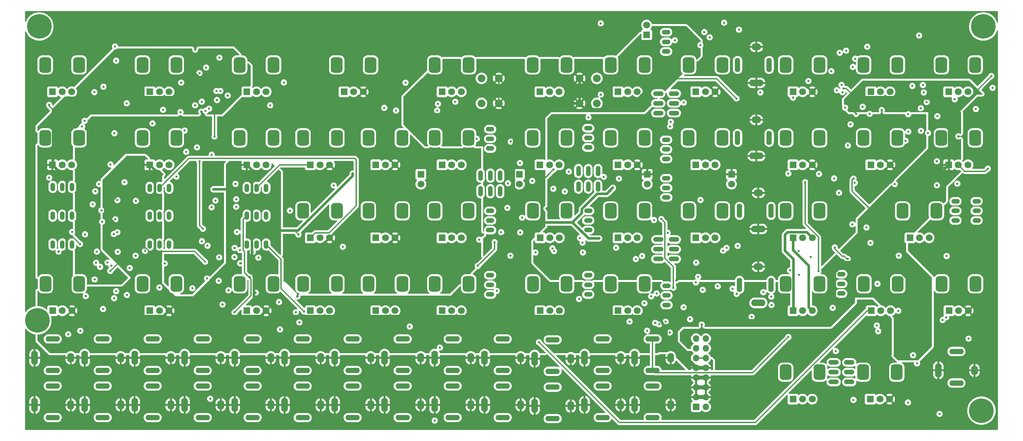
<source format=gbr>
%TF.GenerationSoftware,KiCad,Pcbnew,7.0.9*%
%TF.CreationDate,2023-12-27T12:05:43-06:00*%
%TF.ProjectId,SynthProj,53796e74-6850-4726-9f6a-2e6b69636164,rev?*%
%TF.SameCoordinates,Original*%
%TF.FileFunction,Copper,L2,Inr*%
%TF.FilePolarity,Positive*%
%FSLAX46Y46*%
G04 Gerber Fmt 4.6, Leading zero omitted, Abs format (unit mm)*
G04 Created by KiCad (PCBNEW 7.0.9) date 2023-12-27 12:05:43*
%MOMM*%
%LPD*%
G01*
G04 APERTURE LIST*
G04 Aperture macros list*
%AMRoundRect*
0 Rectangle with rounded corners*
0 $1 Rounding radius*
0 $2 $3 $4 $5 $6 $7 $8 $9 X,Y pos of 4 corners*
0 Add a 4 corners polygon primitive as box body*
4,1,4,$2,$3,$4,$5,$6,$7,$8,$9,$2,$3,0*
0 Add four circle primitives for the rounded corners*
1,1,$1+$1,$2,$3*
1,1,$1+$1,$4,$5*
1,1,$1+$1,$6,$7*
1,1,$1+$1,$8,$9*
0 Add four rect primitives between the rounded corners*
20,1,$1+$1,$2,$3,$4,$5,0*
20,1,$1+$1,$4,$5,$6,$7,0*
20,1,$1+$1,$6,$7,$8,$9,0*
20,1,$1+$1,$8,$9,$2,$3,0*%
G04 Aperture macros list end*
%TA.AperFunction,ComponentPad*%
%ADD10O,2.200000X1.250000*%
%TD*%
%TA.AperFunction,ComponentPad*%
%ADD11O,1.750000X3.700000*%
%TD*%
%TA.AperFunction,ComponentPad*%
%ADD12O,1.750000X2.500000*%
%TD*%
%TA.AperFunction,ComponentPad*%
%ADD13O,3.700000X1.400000*%
%TD*%
%TA.AperFunction,ComponentPad*%
%ADD14R,1.800000X1.800000*%
%TD*%
%TA.AperFunction,ComponentPad*%
%ADD15C,1.800000*%
%TD*%
%TA.AperFunction,ComponentPad*%
%ADD16RoundRect,0.750000X0.750000X-1.250000X0.750000X1.250000X-0.750000X1.250000X-0.750000X-1.250000X0*%
%TD*%
%TA.AperFunction,ComponentPad*%
%ADD17O,2.700000X1.250000*%
%TD*%
%TA.AperFunction,ComponentPad*%
%ADD18O,1.250000X2.700000*%
%TD*%
%TA.AperFunction,ComponentPad*%
%ADD19O,1.250000X2.200000*%
%TD*%
%TA.AperFunction,ComponentPad*%
%ADD20O,3.700000X1.750000*%
%TD*%
%TA.AperFunction,ComponentPad*%
%ADD21O,2.500000X1.750000*%
%TD*%
%TA.AperFunction,ComponentPad*%
%ADD22O,1.400000X3.700000*%
%TD*%
%TA.AperFunction,ComponentPad*%
%ADD23C,2.000000*%
%TD*%
%TA.AperFunction,ComponentPad*%
%ADD24C,6.400000*%
%TD*%
%TA.AperFunction,ComponentPad*%
%ADD25R,1.700000X1.700000*%
%TD*%
%TA.AperFunction,ComponentPad*%
%ADD26O,1.700000X1.700000*%
%TD*%
%TA.AperFunction,ViaPad*%
%ADD27C,0.600000*%
%TD*%
%TA.AperFunction,ViaPad*%
%ADD28C,0.500000*%
%TD*%
%TA.AperFunction,Conductor*%
%ADD29C,1.016000*%
%TD*%
%TA.AperFunction,Conductor*%
%ADD30C,0.355600*%
%TD*%
%TA.AperFunction,Conductor*%
%ADD31C,0.660400*%
%TD*%
G04 APERTURE END LIST*
D10*
%TO.N,Net-(D6-K)*%
%TO.C,SW12*%
X313000000Y-176000000D03*
%TO.N,Net-(SW12-B)*%
X313000000Y-173500000D03*
%TO.N,Net-(D7-A)*%
X313000000Y-171000000D03*
%TD*%
D11*
%TO.N,GNDREF*%
%TO.C,J34*%
X304800000Y-240000000D03*
D12*
X314200000Y-240000000D03*
D13*
%TO.N,Net-(SW5B-A)*%
X309500000Y-235100000D03*
X309500000Y-243300000D03*
%TD*%
D11*
%TO.N,GNDREF*%
%TO.C,J17*%
X213800000Y-227750000D03*
D12*
X223200000Y-227750000D03*
D13*
%TO.N,/VCO3/X31*%
X218500000Y-222850000D03*
X218500000Y-231050000D03*
%TD*%
D11*
%TO.N,GNDREF*%
%TO.C,J22*%
X200800000Y-240000000D03*
D12*
X210200000Y-240000000D03*
D13*
%TO.N,/VCO3/X36*%
X205500000Y-235100000D03*
X205500000Y-243300000D03*
%TD*%
D14*
%TO.N,/Sample&Hold/S&H_In*%
%TO.C,RV36*%
X320750000Y-158500000D03*
D15*
%TO.N,X86*%
X323250000Y-158500000D03*
%TO.N,GNDREF*%
X325750000Y-158500000D03*
D16*
%TO.N,N/C*%
X318850000Y-151500000D03*
X327650000Y-151500000D03*
%TD*%
D11*
%TO.N,GNDREF*%
%TO.C,J21*%
X265800000Y-240000000D03*
D12*
X275200000Y-240000000D03*
D13*
%TO.N,AD2A*%
X270500000Y-235100000D03*
X270500000Y-243300000D03*
%TD*%
D17*
%TO.N,Net-(SW27-B)*%
%TO.C,SW28*%
X310970000Y-202040000D03*
%TO.N,Net-(C107-Pad2)*%
X310970000Y-199500000D03*
%TO.N,unconnected-(SW28-C-Pad3)*%
X310970000Y-196960000D03*
%TO.N,Net-(R217-Pad1)*%
X315030000Y-202040000D03*
%TO.N,/LFO1/LFO*%
X315030000Y-199500000D03*
%TO.N,Net-(R219-Pad1)*%
X315030000Y-196960000D03*
%TD*%
D14*
%TO.N,Net-(SW8-B)*%
%TO.C,RV19*%
X386560000Y-215500000D03*
D15*
%TO.N,X81*%
X389060000Y-215500000D03*
%TO.N,GNDREF*%
X391560000Y-215500000D03*
D16*
%TO.N,N/C*%
X384660000Y-208500000D03*
X393460000Y-208500000D03*
%TD*%
D14*
%TO.N,+12V*%
%TO.C,RV5*%
X386500000Y-177500000D03*
D15*
%TO.N,X11*%
X389000000Y-177500000D03*
%TO.N,unconnected-(RV5-Pad3)*%
X391500000Y-177500000D03*
D16*
%TO.N,N/C*%
X384600000Y-170500000D03*
X393400000Y-170500000D03*
%TD*%
D11*
%TO.N,GNDREF*%
%TO.C,J20*%
X252800000Y-240000000D03*
D12*
X262200000Y-240000000D03*
D13*
%TO.N,AD1A*%
X257500000Y-235100000D03*
X257500000Y-243300000D03*
%TD*%
D14*
%TO.N,Net-(SW10-B)*%
%TO.C,RV22*%
X220500000Y-196500000D03*
D15*
%TO.N,X68*%
X223000000Y-196500000D03*
%TO.N,GNDREF*%
X225500000Y-196500000D03*
D16*
%TO.N,N/C*%
X218600000Y-189500000D03*
X227400000Y-189500000D03*
%TD*%
D14*
%TO.N,X1*%
%TO.C,RV1*%
X386500000Y-158500000D03*
D15*
%TO.N,X2*%
X389000000Y-158500000D03*
%TO.N,X3*%
X391500000Y-158500000D03*
D16*
%TO.N,N/C*%
X384600000Y-151500000D03*
X393400000Y-151500000D03*
%TD*%
D14*
%TO.N,Net-(C158-Pad2)*%
%TO.C,RV78*%
X346000000Y-177500000D03*
D15*
%TO.N,Net-(R295-Pad1)*%
X348500000Y-177500000D03*
%TO.N,GNDREF*%
X351000000Y-177500000D03*
D16*
%TO.N,N/C*%
X344100000Y-170500000D03*
X352900000Y-170500000D03*
%TD*%
D18*
%TO.N,Net-(D18-K)*%
%TO.C,SW20*%
X269840000Y-184380000D03*
%TO.N,Net-(R141-Pad1)*%
X267300000Y-184380000D03*
%TO.N,N/C*%
X264760000Y-184380000D03*
%TO.N,Net-(D18-K)*%
X269840000Y-180320000D03*
%TO.N,Net-(Q16-S)*%
X267300000Y-180320000D03*
%TO.N,N/C*%
X264760000Y-180320000D03*
%TD*%
D11*
%TO.N,GNDREF*%
%TO.C,J4*%
X148800000Y-227750000D03*
D12*
X158200000Y-227750000D03*
D13*
%TO.N,/VCO3/X37*%
X153500000Y-222850000D03*
X153500000Y-231050000D03*
%TD*%
D11*
%TO.N,GNDREF*%
%TO.C,J14*%
X265800000Y-227750000D03*
D12*
X275200000Y-227750000D03*
D13*
%TO.N,KBV*%
X270500000Y-222850000D03*
X270500000Y-231050000D03*
%TD*%
D11*
%TO.N,GNDREF*%
%TO.C,J12*%
X278800000Y-227965000D03*
D12*
X288200000Y-227965000D03*
D13*
%TO.N,LFO1A*%
X283500000Y-223065000D03*
X283500000Y-231265000D03*
%TD*%
D10*
%TO.N,X56*%
%TO.C,SW22*%
X292750000Y-168000000D03*
%TO.N,X57*%
X292750000Y-170500000D03*
%TO.N,N/C*%
X292750000Y-173000000D03*
%TD*%
D17*
%TO.N,Net-(SW12-B)*%
%TO.C,SW13*%
X310970000Y-164040000D03*
%TO.N,Net-(C62-Pad2)*%
X310970000Y-161500000D03*
%TO.N,unconnected-(SW13-C-Pad3)*%
X310970000Y-158960000D03*
%TO.N,Net-(R129-Pad1)*%
X315030000Y-164040000D03*
%TO.N,/LFO/LFO*%
X315030000Y-161500000D03*
%TO.N,Net-(R131-Pad1)*%
X315030000Y-158960000D03*
%TD*%
D10*
%TO.N,Net-(D36-K)*%
%TO.C,SW27*%
X313100000Y-209000000D03*
%TO.N,Net-(SW27-B)*%
X313100000Y-211500000D03*
%TO.N,Net-(D37-A)*%
X313100000Y-214000000D03*
%TD*%
D11*
%TO.N,GNDREF*%
%TO.C,J18*%
X304800000Y-227750000D03*
D12*
X314200000Y-227750000D03*
D13*
%TO.N,X7*%
X309500000Y-222850000D03*
X309500000Y-231050000D03*
%TD*%
D19*
%TO.N,/Mixer/X16*%
%TO.C,SW9*%
X153500000Y-183250000D03*
%TO.N,Net-(SW9-B)*%
X156000000Y-183250000D03*
%TO.N,/Mixer/X17*%
X158500000Y-183250000D03*
%TD*%
D14*
%TO.N,-12V*%
%TO.C,RV17*%
X178750000Y-215500000D03*
D15*
%TO.N,Net-(R95-Pad1)*%
X181250000Y-215500000D03*
%TO.N,+12V*%
X183750000Y-215500000D03*
D16*
%TO.N,N/C*%
X176850000Y-208500000D03*
X185650000Y-208500000D03*
%TD*%
D14*
%TO.N,Net-(SW29-B)*%
%TO.C,RV50*%
X220500000Y-177500000D03*
D15*
%TO.N,Net-(C114-Pad2)*%
X223000000Y-177500000D03*
%TO.N,GNDREF*%
X225500000Y-177500000D03*
D16*
%TO.N,N/C*%
X218600000Y-170500000D03*
X227400000Y-170500000D03*
%TD*%
D11*
%TO.N,GNDREF*%
%TO.C,J3*%
X174800000Y-240000000D03*
D12*
X184200000Y-240000000D03*
D13*
%TO.N,/VCO2/X36*%
X179500000Y-235100000D03*
X179500000Y-243300000D03*
%TD*%
D20*
%TO.N,GNDREF*%
%TO.C,J32*%
X336500000Y-175200000D03*
D21*
X336500000Y-165800000D03*
D22*
%TO.N,/PT2399Echo/Echo_CV_Input*%
X331600000Y-170500000D03*
X339800000Y-170500000D03*
%TD*%
D10*
%TO.N,Net-(SW17-C)*%
%TO.C,SW18*%
X267250000Y-194500000D03*
%TO.N,X46*%
X267250000Y-192000000D03*
%TO.N,X50*%
X267250000Y-189500000D03*
%TD*%
%TO.N,KBV*%
%TO.C,SW1*%
X393750000Y-192000000D03*
%TO.N,X94*%
X393750000Y-189500000D03*
%TO.N,N/C*%
X393750000Y-187000000D03*
%TD*%
D11*
%TO.N,GNDREF*%
%TO.C,J8*%
X161800000Y-240000000D03*
D12*
X171200000Y-240000000D03*
D13*
%TO.N,/VCO1/X19*%
X166500000Y-235100000D03*
X166500000Y-243300000D03*
%TD*%
D11*
%TO.N,GNDREF*%
%TO.C,J23*%
X200800000Y-227750000D03*
D12*
X210200000Y-227750000D03*
D13*
%TO.N,/VCO2/X37*%
X205500000Y-222850000D03*
X205500000Y-231050000D03*
%TD*%
D23*
%TO.N,+12V*%
%TO.C,SW15*%
X290500000Y-161500000D03*
X290500000Y-155000000D03*
%TO.N,Net-(D12-A)*%
X295000000Y-161500000D03*
X295000000Y-155000000D03*
%TD*%
D10*
%TO.N,X9*%
%TO.C,SW2*%
X388250000Y-187000000D03*
%TO.N,/VCA/X84*%
X388250000Y-189500000D03*
%TO.N,X10*%
X388250000Y-192000000D03*
%TD*%
D14*
%TO.N,GNDREF*%
%TO.C,D32*%
X330000000Y-180000000D03*
D15*
%TO.N,Net-(D32-A)*%
X330000000Y-182540000D03*
%TD*%
D19*
%TO.N,KBV*%
%TO.C,SW6*%
X183750000Y-190750000D03*
%TO.N,X33*%
X181250000Y-190750000D03*
%TO.N,AD2A*%
X178750000Y-190750000D03*
%TD*%
D11*
%TO.N,GNDREF*%
%TO.C,J2*%
X187800000Y-240000000D03*
D12*
X197200000Y-240000000D03*
D13*
%TO.N,/VCO2/X32*%
X192500000Y-235100000D03*
X192500000Y-243300000D03*
%TD*%
D19*
%TO.N,/Mixer/VCO3_SquareIn*%
%TO.C,SW29*%
X209000000Y-183500000D03*
%TO.N,Net-(SW29-B)*%
X206500000Y-183500000D03*
%TO.N,/Mixer/VCO3_RampIn*%
X204000000Y-183500000D03*
%TD*%
D11*
%TO.N,GNDREF*%
%TO.C,J25*%
X383800000Y-231000000D03*
D12*
X393200000Y-231000000D03*
D13*
%TO.N,/VCA/Main_Out*%
X388500000Y-226100000D03*
X388500000Y-234300000D03*
%TD*%
D19*
%TO.N,S&H*%
%TO.C,SW4*%
X153500000Y-190750000D03*
%TO.N,X22*%
X156000000Y-190750000D03*
%TO.N,LFO1A*%
X158500000Y-190750000D03*
%TD*%
D20*
%TO.N,GNDREF*%
%TO.C,J33*%
X336500000Y-156200000D03*
D21*
X336500000Y-146800000D03*
D22*
%TO.N,Net-(SW5A-A)*%
X331600000Y-151500000D03*
X339800000Y-151500000D03*
%TD*%
D11*
%TO.N,GNDREF*%
%TO.C,J10*%
X226800000Y-240000000D03*
D12*
X236200000Y-240000000D03*
D13*
%TO.N,/Mixer/Mixer_ExtIn1*%
X231500000Y-235100000D03*
X231500000Y-243300000D03*
%TD*%
D14*
%TO.N,Net-(D19-K)*%
%TO.C,D19*%
X249250000Y-180000000D03*
D15*
%TO.N,X50*%
X249250000Y-182540000D03*
%TD*%
D14*
%TO.N,/LFO/LFO*%
%TO.C,RV27*%
X300500000Y-177500000D03*
D15*
%TO.N,LFO1A*%
X303000000Y-177500000D03*
%TO.N,GNDREF*%
X305500000Y-177500000D03*
D16*
%TO.N,N/C*%
X298600000Y-170500000D03*
X307400000Y-170500000D03*
%TD*%
D11*
%TO.N,GNDREF*%
%TO.C,J11*%
X291800000Y-240000000D03*
D12*
X301200000Y-240000000D03*
D13*
%TO.N,S&H*%
X296500000Y-235100000D03*
X296500000Y-243300000D03*
%TD*%
D10*
%TO.N,KBG*%
%TO.C,SW16*%
X267250000Y-206250000D03*
%TO.N,X66*%
X267250000Y-208750000D03*
%TO.N,N/C*%
X267250000Y-211250000D03*
%TD*%
D11*
%TO.N,GNDREF*%
%TO.C,J24*%
X174800000Y-227750000D03*
D12*
X184200000Y-227750000D03*
D13*
%TO.N,/VCO1/X29*%
X179500000Y-222850000D03*
X179500000Y-231050000D03*
%TD*%
D14*
%TO.N,X47*%
%TO.C,RV33*%
X254750000Y-177500000D03*
D15*
%TO.N,X40*%
X257250000Y-177500000D03*
X259750000Y-177500000D03*
D16*
%TO.N,N/C*%
X252850000Y-170500000D03*
X261650000Y-170500000D03*
%TD*%
D14*
%TO.N,GNDREF*%
%TO.C,D38*%
X308100000Y-180000000D03*
D15*
%TO.N,Net-(D38-A)*%
X308100000Y-182540000D03*
%TD*%
D14*
%TO.N,Net-(D28-K)*%
%TO.C,D28*%
X274850000Y-180000000D03*
D15*
%TO.N,Net-(D28-A)*%
X274850000Y-182540000D03*
%TD*%
D14*
%TO.N,Net-(SW9-B)*%
%TO.C,RV21*%
X229250000Y-158500000D03*
D15*
%TO.N,X67*%
X231750000Y-158500000D03*
%TO.N,GNDREF*%
X234250000Y-158500000D03*
D16*
%TO.N,N/C*%
X227350000Y-151500000D03*
X236150000Y-151500000D03*
%TD*%
D14*
%TO.N,+12V*%
%TO.C,RV43*%
X204000000Y-177500000D03*
D15*
%TO.N,Net-(R177-Pad1)*%
X206500000Y-177500000D03*
%TO.N,-12V*%
X209000000Y-177500000D03*
D16*
%TO.N,N/C*%
X202100000Y-170500000D03*
X210900000Y-170500000D03*
%TD*%
D14*
%TO.N,X6*%
%TO.C,RV4*%
X376400000Y-196500000D03*
D15*
X378900000Y-196500000D03*
%TO.N,X8*%
X381400000Y-196500000D03*
D16*
%TO.N,N/C*%
X374500000Y-189500000D03*
X383300000Y-189500000D03*
%TD*%
D14*
%TO.N,AD2*%
%TO.C,RV18*%
X366350000Y-215500000D03*
D15*
%TO.N,X82*%
X368850000Y-215500000D03*
%TO.N,Net-(R98-Pad1)*%
X371350000Y-215500000D03*
D16*
%TO.N,N/C*%
X364450000Y-208500000D03*
X373250000Y-208500000D03*
%TD*%
D11*
%TO.N,GNDREF*%
%TO.C,J6*%
X291800000Y-227750000D03*
D12*
X301200000Y-227750000D03*
D13*
%TO.N,/Sample&Hold/S&H_In*%
X296500000Y-222850000D03*
X296500000Y-231050000D03*
%TD*%
D14*
%TO.N,Net-(C62-Pad2)*%
%TO.C,RV26*%
X300500000Y-158500000D03*
D15*
%TO.N,Net-(SW11-B)*%
X303000000Y-158500000D03*
%TO.N,Net-(R126-Pad1)*%
X305500000Y-158500000D03*
D16*
%TO.N,N/C*%
X298600000Y-151500000D03*
X307400000Y-151500000D03*
%TD*%
D11*
%TO.N,GNDREF*%
%TO.C,J1*%
X187800000Y-227750000D03*
D12*
X197200000Y-227750000D03*
D13*
%TO.N,/VCO2/X31*%
X192500000Y-222850000D03*
X192500000Y-231050000D03*
%TD*%
D14*
%TO.N,/Mixer/Mixer_ExtIn3*%
%TO.C,RV52*%
X237500000Y-215500000D03*
D15*
%TO.N,Net-(C116-Pad2)*%
X240000000Y-215500000D03*
%TO.N,GNDREF*%
X242500000Y-215500000D03*
D16*
%TO.N,N/C*%
X235600000Y-208500000D03*
X244400000Y-208500000D03*
%TD*%
D14*
%TO.N,/LFO/LFO*%
%TO.C,RV2*%
X366250000Y-177500000D03*
D15*
%TO.N,X4*%
X368750000Y-177500000D03*
%TO.N,GNDREF*%
X371250000Y-177500000D03*
D16*
%TO.N,N/C*%
X364350000Y-170500000D03*
X373150000Y-170500000D03*
%TD*%
D14*
%TO.N,Net-(C107-Pad2)*%
%TO.C,RV48*%
X300500000Y-196500000D03*
D15*
%TO.N,Net-(SW26-B)*%
X303000000Y-196500000D03*
%TO.N,Net-(R214-Pad1)*%
X305500000Y-196500000D03*
D16*
%TO.N,N/C*%
X298600000Y-189500000D03*
X307400000Y-189500000D03*
%TD*%
D10*
%TO.N,KBG*%
%TO.C,SW14*%
X292750000Y-211250000D03*
%TO.N,Net-(D11-A)*%
X292750000Y-208750000D03*
%TO.N,N/C*%
X292750000Y-206250000D03*
%TD*%
D14*
%TO.N,X61*%
%TO.C,RV31*%
X280200400Y-177509200D03*
D15*
%TO.N,X56*%
X282700400Y-177509200D03*
X285200400Y-177509200D03*
D16*
%TO.N,N/C*%
X278300400Y-170509200D03*
X287100400Y-170509200D03*
%TD*%
D11*
%TO.N,GNDREF*%
%TO.C,J13*%
X252800000Y-227750000D03*
D12*
X262200000Y-227750000D03*
D13*
%TO.N,KBG*%
X257500000Y-222850000D03*
X257500000Y-231050000D03*
%TD*%
D10*
%TO.N,Net-(SW11-A)*%
%TO.C,SW11*%
X313000000Y-143000000D03*
%TO.N,Net-(SW11-B)*%
X313000000Y-145500000D03*
%TO.N,unconnected-(SW11-C-Pad3)*%
X313000000Y-148000000D03*
%TD*%
D14*
%TO.N,Net-(R71-Pad1)*%
%TO.C,RV14*%
X178750000Y-158500000D03*
D15*
%TO.N,Net-(R65-Pad1)*%
X181250000Y-158500000D03*
%TO.N,Net-(R66-Pad2)*%
X183750000Y-158500000D03*
D16*
%TO.N,N/C*%
X176850000Y-151500000D03*
X185650000Y-151500000D03*
%TD*%
D14*
%TO.N,+12V*%
%TO.C,RV8*%
X153450000Y-177500000D03*
D15*
%TO.N,X15*%
X155950000Y-177500000D03*
%TO.N,-12V*%
X158450000Y-177500000D03*
D16*
%TO.N,N/C*%
X151550000Y-170500000D03*
X160350000Y-170500000D03*
%TD*%
D14*
%TO.N,X62*%
%TO.C,RV30*%
X280200400Y-158509200D03*
D15*
%TO.N,X56*%
X282700400Y-158509200D03*
X285200400Y-158509200D03*
D16*
%TO.N,N/C*%
X278300400Y-151509200D03*
X287100400Y-151509200D03*
%TD*%
D14*
%TO.N,+5V*%
%TO.C,RV74*%
X346000000Y-238500000D03*
D15*
%TO.N,Net-(R263-Pad2)*%
X348500000Y-238500000D03*
%TO.N,-5V*%
X351000000Y-238500000D03*
D16*
%TO.N,N/C*%
X344100000Y-231500000D03*
X352900000Y-231500000D03*
%TD*%
D18*
%TO.N,X55*%
%TO.C,SW21*%
X295290000Y-183180000D03*
%TO.N,X54*%
X292750000Y-183180000D03*
%TO.N,N/C*%
X290210000Y-183180000D03*
%TO.N,X55*%
X295290000Y-179120000D03*
%TO.N,X59*%
X292750000Y-179120000D03*
%TO.N,N/C*%
X290210000Y-179120000D03*
%TD*%
D19*
%TO.N,S&H*%
%TO.C,SW7*%
X183750000Y-198250000D03*
%TO.N,X35*%
X181250000Y-198250000D03*
%TO.N,LFO1A*%
X178750000Y-198250000D03*
%TD*%
D14*
%TO.N,X13*%
%TO.C,RV9*%
X153450000Y-158500000D03*
D15*
%TO.N,X14*%
X155950000Y-158500000D03*
%TO.N,X12*%
X158450000Y-158500000D03*
D16*
%TO.N,N/C*%
X151550000Y-151500000D03*
X160350000Y-151500000D03*
%TD*%
D11*
%TO.N,GNDREF*%
%TO.C,J19*%
X213800000Y-240030000D03*
D12*
X223200000Y-240030000D03*
D13*
%TO.N,/VCO3/X32*%
X218500000Y-235130000D03*
X218500000Y-243330000D03*
%TD*%
D10*
%TO.N,X40*%
%TO.C,SW23*%
X267250000Y-168250000D03*
%TO.N,X41*%
X267250000Y-170750000D03*
%TO.N,N/C*%
X267250000Y-173250000D03*
%TD*%
D11*
%TO.N,GNDREF*%
%TO.C,J47*%
X239800000Y-240000000D03*
D12*
X249200000Y-240000000D03*
D13*
%TO.N,/Mixer/Mixer_ExtIn3*%
X244500000Y-235100000D03*
X244500000Y-243300000D03*
%TD*%
D14*
%TO.N,X50*%
%TO.C,RV28*%
X254750000Y-196500000D03*
D15*
%TO.N,X51*%
X257250000Y-196500000D03*
X259750000Y-196500000D03*
D16*
%TO.N,N/C*%
X252850000Y-189500000D03*
X261650000Y-189500000D03*
%TD*%
D14*
%TO.N,X85*%
%TO.C,RV20*%
X366100000Y-238500000D03*
D15*
%TO.N,/VCA/Main_Out*%
X368600000Y-238500000D03*
%TO.N,GNDREF*%
X371100000Y-238500000D03*
D16*
%TO.N,N/C*%
X364200000Y-231500000D03*
X373000000Y-231500000D03*
%TD*%
D14*
%TO.N,AD2*%
%TO.C,RV34*%
X280250000Y-215500000D03*
D15*
%TO.N,AD2A*%
X282750000Y-215500000D03*
%TO.N,GNDREF*%
X285250000Y-215500000D03*
D16*
%TO.N,N/C*%
X278350000Y-208500000D03*
X287150000Y-208500000D03*
%TD*%
D14*
%TO.N,/LFO1/LFO*%
%TO.C,RV49*%
X300500000Y-215500000D03*
D15*
%TO.N,LFO2A*%
X303000000Y-215500000D03*
%TO.N,GNDREF*%
X305500000Y-215500000D03*
D16*
%TO.N,N/C*%
X298600000Y-208500000D03*
X307400000Y-208500000D03*
%TD*%
D10*
%TO.N,/VCA/VCO1*%
%TO.C,SW8*%
X358540000Y-206000000D03*
%TO.N,Net-(SW8-B)*%
X358540000Y-208500000D03*
%TO.N,/LFO/LFO*%
X358540000Y-211000000D03*
%TD*%
D19*
%TO.N,KBV*%
%TO.C,SW3*%
X153500000Y-198250000D03*
%TO.N,X20*%
X156000000Y-198250000D03*
%TO.N,AD1A*%
X158500000Y-198250000D03*
%TD*%
D14*
%TO.N,-5V*%
%TO.C,RV77*%
X346000000Y-215500000D03*
D15*
%TO.N,Net-(R288-Pad1)*%
X348500000Y-215500000D03*
%TO.N,+5V*%
X351000000Y-215500000D03*
D16*
%TO.N,N/C*%
X344100000Y-208500000D03*
X352900000Y-208500000D03*
%TD*%
D17*
%TO.N,Net-(SW5A-A)*%
%TO.C,SW5*%
X356570000Y-234040000D03*
%TO.N,/PT2399Echo/Echo_ExtIn*%
X356570000Y-231500000D03*
%TO.N,/VCA/Main_Out*%
X356570000Y-228960000D03*
%TO.N,Net-(SW5B-A)*%
X360630000Y-234040000D03*
%TO.N,/PT2399Echo/EchoOut*%
X360630000Y-231500000D03*
%TO.N,/EchoOut*%
X360630000Y-228960000D03*
%TD*%
D19*
%TO.N,KBV*%
%TO.C,SW24*%
X209000000Y-190750000D03*
%TO.N,X33*%
X206500000Y-190750000D03*
%TO.N,AD2A*%
X204000000Y-190750000D03*
%TD*%
D14*
%TO.N,-12V*%
%TO.C,RV47*%
X204000000Y-215500000D03*
D15*
%TO.N,Net-(R208-Pad1)*%
X206500000Y-215500000D03*
%TO.N,+12V*%
X209000000Y-215500000D03*
D16*
%TO.N,N/C*%
X202100000Y-208500000D03*
X210900000Y-208500000D03*
%TD*%
D14*
%TO.N,X48*%
%TO.C,RV32*%
X254750000Y-158500000D03*
D15*
%TO.N,X40*%
X257250000Y-158500000D03*
X259750000Y-158500000D03*
D16*
%TO.N,N/C*%
X252850000Y-151500000D03*
X261650000Y-151500000D03*
%TD*%
D14*
%TO.N,/Mixer/X38*%
%TO.C,RV23*%
X220500000Y-215500000D03*
D15*
%TO.N,X69*%
X223000000Y-215500000D03*
%TO.N,GNDREF*%
X225500000Y-215500000D03*
D16*
%TO.N,N/C*%
X218600000Y-208500000D03*
X227400000Y-208500000D03*
%TD*%
D11*
%TO.N,GNDREF*%
%TO.C,J9*%
X161800000Y-227750000D03*
D12*
X171200000Y-227750000D03*
D13*
%TO.N,/VCO1/X18*%
X166500000Y-222850000D03*
X166500000Y-231050000D03*
%TD*%
D24*
%TO.N,N/C*%
%TO.C,H4*%
X149500000Y-218000000D03*
%TD*%
D11*
%TO.N,GNDREF*%
%TO.C,J39*%
X226800000Y-227750000D03*
D12*
X236200000Y-227750000D03*
D13*
%TO.N,/Mixer/X38*%
X231500000Y-222850000D03*
X231500000Y-231050000D03*
%TD*%
D14*
%TO.N,AD1*%
%TO.C,RV3*%
X366250000Y-158500000D03*
D15*
%TO.N,X5*%
X368750000Y-158500000D03*
%TO.N,GNDREF*%
X371250000Y-158500000D03*
D16*
%TO.N,N/C*%
X364350000Y-151500000D03*
X373150000Y-151500000D03*
%TD*%
D23*
%TO.N,X42*%
%TO.C,SW19*%
X265000000Y-161500000D03*
X265000000Y-155000000D03*
%TO.N,+12V*%
X269500000Y-161500000D03*
X269500000Y-155000000D03*
%TD*%
D14*
%TO.N,+5V*%
%TO.C,RV76*%
X346000000Y-196500000D03*
D15*
%TO.N,Net-(R275-Pad1)*%
X348500000Y-196500000D03*
%TO.N,-5V*%
X351000000Y-196500000D03*
D16*
%TO.N,N/C*%
X344100000Y-189500000D03*
X352900000Y-189500000D03*
%TD*%
D11*
%TO.N,GNDREF*%
%TO.C,J16*%
X278800000Y-240285000D03*
D12*
X288200000Y-240285000D03*
D13*
%TO.N,LFO2A*%
X283500000Y-235385000D03*
X283500000Y-243585000D03*
%TD*%
D11*
%TO.N,GNDREF*%
%TO.C,J46*%
X239800000Y-227750000D03*
D12*
X249200000Y-227750000D03*
D13*
%TO.N,/Mixer/Mixer_ExtIn2*%
X244500000Y-222850000D03*
X244500000Y-231050000D03*
%TD*%
D14*
%TO.N,X91*%
%TO.C,RV37*%
X320750000Y-196500000D03*
D15*
%TO.N,X90*%
X323250000Y-196500000D03*
X325750000Y-196500000D03*
D16*
%TO.N,N/C*%
X318850000Y-189500000D03*
X327650000Y-189500000D03*
%TD*%
D24*
%TO.N,N/C*%
%TO.C,H3*%
X150000000Y-141500000D03*
%TD*%
D10*
%TO.N,Net-(D28-A)*%
%TO.C,SW17*%
X292750000Y-189500000D03*
%TO.N,X58*%
X292750000Y-192000000D03*
%TO.N,Net-(SW17-C)*%
X292750000Y-194500000D03*
%TD*%
D14*
%TO.N,Net-(D28-A)*%
%TO.C,RV29*%
X280250000Y-196500000D03*
D15*
%TO.N,Net-(R158-Pad2)*%
X282750000Y-196500000D03*
X285250000Y-196500000D03*
D16*
%TO.N,N/C*%
X278350000Y-189500000D03*
X287150000Y-189500000D03*
%TD*%
D19*
%TO.N,/Mixer/X29*%
%TO.C,SW10*%
X183750000Y-183500000D03*
%TO.N,Net-(SW10-B)*%
X181250000Y-183500000D03*
%TO.N,/Mixer/X30*%
X178750000Y-183500000D03*
%TD*%
D10*
%TO.N,Net-(SW26-A)*%
%TO.C,SW26*%
X313050000Y-181000000D03*
%TO.N,Net-(SW26-B)*%
X313050000Y-183500000D03*
%TO.N,unconnected-(SW26-C-Pad3)*%
X313050000Y-186000000D03*
%TD*%
D14*
%TO.N,/Mixer/Mixer_ExtIn2*%
%TO.C,RV42*%
X237500000Y-196500000D03*
D15*
%TO.N,Net-(C115-Pad2)*%
X240000000Y-196500000D03*
%TO.N,GNDREF*%
X242500000Y-196500000D03*
D16*
%TO.N,N/C*%
X235600000Y-189500000D03*
X244400000Y-189500000D03*
%TD*%
D14*
%TO.N,GNDREF*%
%TO.C,D8*%
X307950000Y-143650000D03*
D15*
%TO.N,Net-(D8-A)*%
X307950000Y-141110000D03*
%TD*%
D14*
%TO.N,Net-(R184-Pad1)*%
%TO.C,RV44*%
X204000000Y-158500000D03*
D15*
%TO.N,Net-(R178-Pad1)*%
X206500000Y-158500000D03*
%TO.N,Net-(R179-Pad2)*%
X209000000Y-158500000D03*
D16*
%TO.N,N/C*%
X202100000Y-151500000D03*
X210900000Y-151500000D03*
%TD*%
D20*
%TO.N,GNDREF*%
%TO.C,J31*%
X337000000Y-194200000D03*
D21*
X337000000Y-184800000D03*
D22*
%TO.N,/PT2399Echo/Echo_Repeat_CV_Input*%
X332100000Y-189500000D03*
X340300000Y-189500000D03*
%TD*%
D14*
%TO.N,+12V*%
%TO.C,RV13*%
X178750000Y-177500000D03*
D15*
%TO.N,Net-(R64-Pad1)*%
X181250000Y-177500000D03*
%TO.N,-12V*%
X183750000Y-177500000D03*
D16*
%TO.N,N/C*%
X176850000Y-170500000D03*
X185650000Y-170500000D03*
%TD*%
D24*
%TO.N,N/C*%
%TO.C,H1*%
X395000000Y-241500000D03*
%TD*%
D11*
%TO.N,GNDREF*%
%TO.C,J7*%
X148800000Y-240000000D03*
D12*
X158200000Y-240000000D03*
D13*
%TO.N,/VCO1/X23*%
X153500000Y-235100000D03*
X153500000Y-243300000D03*
%TD*%
D20*
%TO.N,GNDREF*%
%TO.C,J30*%
X337000000Y-213450000D03*
D21*
X337000000Y-204050000D03*
D22*
%TO.N,/PT2399Echo/Echo_DT_CV_Input*%
X332100000Y-208750000D03*
X340300000Y-208750000D03*
%TD*%
D14*
%TO.N,X88*%
%TO.C,RV38*%
X320750000Y-177500000D03*
D15*
%TO.N,X87*%
X323250000Y-177500000D03*
X325750000Y-177500000D03*
D16*
%TO.N,N/C*%
X318850000Y-170500000D03*
X327650000Y-170500000D03*
%TD*%
D24*
%TO.N,N/C*%
%TO.C,H2*%
X395500000Y-141500000D03*
%TD*%
D14*
%TO.N,-12V*%
%TO.C,RV12*%
X153500000Y-215500000D03*
D15*
%TO.N,X21*%
X156000000Y-215500000D03*
%TO.N,+12V*%
X158500000Y-215500000D03*
D16*
%TO.N,N/C*%
X151600000Y-208500000D03*
X160400000Y-208500000D03*
%TD*%
D14*
%TO.N,/Mixer/Mixer_ExtIn1*%
%TO.C,RV24*%
X237500000Y-177500000D03*
D15*
%TO.N,X70*%
X240000000Y-177500000D03*
%TO.N,GNDREF*%
X242500000Y-177500000D03*
D16*
%TO.N,N/C*%
X235600000Y-170500000D03*
X244400000Y-170500000D03*
%TD*%
D14*
%TO.N,/PT2399Echo/Echo_ExtIn*%
%TO.C,RV51*%
X346000000Y-158500000D03*
D15*
%TO.N,Net-(C148-Pad2)*%
X348500000Y-158500000D03*
%TO.N,GNDREF*%
X351000000Y-158500000D03*
D16*
%TO.N,N/C*%
X344100000Y-151500000D03*
X352900000Y-151500000D03*
%TD*%
D19*
%TO.N,S&H*%
%TO.C,SW25*%
X209000000Y-198250000D03*
%TO.N,X35*%
X206500000Y-198250000D03*
%TO.N,LFO2A*%
X204000000Y-198250000D03*
%TD*%
D14*
%TO.N,AD1*%
%TO.C,RV35*%
X254750000Y-215500000D03*
D15*
%TO.N,AD1A*%
X257250000Y-215500000D03*
%TO.N,GNDREF*%
X259750000Y-215500000D03*
D16*
%TO.N,N/C*%
X252850000Y-208500000D03*
X261650000Y-208500000D03*
%TD*%
D25*
%TO.N,-12V*%
%TO.C,J5*%
X320797000Y-240523000D03*
D26*
X323337000Y-240523000D03*
%TO.N,GNDREF*%
X320797000Y-237983000D03*
X323337000Y-237983000D03*
X320797000Y-235443000D03*
X323337000Y-235443000D03*
X320797000Y-232903000D03*
X323337000Y-232903000D03*
%TO.N,+12V*%
X320797000Y-230363000D03*
X323337000Y-230363000D03*
%TO.N,Net-(J5-Pin_11)*%
X320797000Y-227823000D03*
X323337000Y-227823000D03*
%TO.N,Net-(J5-Pin_13)*%
X320797000Y-225283000D03*
X323337000Y-225283000D03*
%TO.N,Net-(J5-Pin_15)*%
X320797000Y-222743000D03*
X323337000Y-222743000D03*
%TD*%
D27*
%TO.N,GNDREF*%
X171221400Y-206705200D03*
X160350200Y-200304400D03*
X169392600Y-195529200D03*
X287502600Y-205257400D03*
X218973400Y-162534600D03*
X253669800Y-161620200D03*
X175113755Y-186897336D03*
X341757000Y-233095800D03*
X223012000Y-169976800D03*
X392353800Y-197713600D03*
X369087400Y-163271200D03*
X383413000Y-182829200D03*
X368884200Y-169697400D03*
X343865200Y-234772200D03*
X322884800Y-141351000D03*
X200787000Y-199136000D03*
X196951600Y-180136800D03*
X334492600Y-199948800D03*
X281914600Y-188899800D03*
X376402600Y-148463000D03*
X160401000Y-196291200D03*
X214731600Y-204724000D03*
X281823173Y-199251000D03*
X199009000Y-159486600D03*
X200750000Y-201525000D03*
X375107200Y-167767000D03*
X232943400Y-153771600D03*
X190525400Y-162026600D03*
X186207400Y-176377600D03*
X322275200Y-219075000D03*
X389001000Y-170103800D03*
X201015600Y-182473600D03*
X166598600Y-215036400D03*
X364109000Y-162407600D03*
X368147600Y-180721000D03*
X318082033Y-201894633D03*
X155016200Y-200101200D03*
X377977400Y-154381200D03*
X217652600Y-218516200D03*
X197154800Y-177546000D03*
X216738200Y-215900000D03*
X368909600Y-218211400D03*
X192862200Y-180187600D03*
X193724599Y-201650279D03*
X217119200Y-211810600D03*
X393471400Y-161264600D03*
X359232200Y-190500000D03*
X350139000Y-181991000D03*
X202200000Y-199708200D03*
X352450400Y-162712400D03*
X352577400Y-157505400D03*
X186918600Y-156108400D03*
X181250000Y-209450000D03*
X331368400Y-211099400D03*
X368808000Y-244805200D03*
X356082600Y-242824000D03*
X199212200Y-210185000D03*
X353364800Y-192913000D03*
X192836800Y-171983400D03*
X395600000Y-234625000D03*
X189255400Y-184175400D03*
X299034200Y-175056800D03*
X329133200Y-202590400D03*
X285572200Y-202641200D03*
X366166400Y-197840600D03*
X296011600Y-159232600D03*
X321332406Y-220554000D03*
X375640600Y-172262800D03*
X175056800Y-201168000D03*
X206273400Y-210794600D03*
X202269400Y-203149200D03*
X278206200Y-181686200D03*
X239369600Y-170307000D03*
X197662800Y-213868000D03*
X384378200Y-204698600D03*
X265396141Y-195697060D03*
X297307000Y-177876200D03*
X205500000Y-200200000D03*
X198069200Y-171907200D03*
X190576200Y-147497800D03*
X162077400Y-211683600D03*
X313893200Y-228549200D03*
X382981200Y-194106800D03*
X315645800Y-207594200D03*
X361213400Y-171348400D03*
X365302800Y-182041800D03*
X377240017Y-227076783D03*
X394766800Y-227939600D03*
X310163807Y-218660886D03*
X335457800Y-236270800D03*
X189788800Y-197942200D03*
X169468800Y-212242400D03*
X193700400Y-184708800D03*
X196215000Y-160655000D03*
X162153600Y-201616400D03*
X199364600Y-168656000D03*
X330733400Y-227914200D03*
X323011800Y-200202800D03*
X192151000Y-163677600D03*
X358775000Y-194716400D03*
X320675000Y-200329800D03*
X297586400Y-194106800D03*
X169773600Y-191693800D03*
X313948801Y-221173355D03*
X383413000Y-176580800D03*
%TO.N,+12V*%
X217398600Y-195656200D03*
X397560800Y-154406600D03*
X171831000Y-184404000D03*
X160600000Y-198150000D03*
X358728150Y-203703150D03*
X359132896Y-157631217D03*
X361744400Y-181102000D03*
X295563400Y-196706600D03*
D28*
X193167000Y-202793600D03*
D27*
X189484000Y-152318000D03*
X317736200Y-144990800D03*
X198501000Y-154051000D03*
X231521000Y-179832000D03*
X385394200Y-161493200D03*
X315264800Y-216789000D03*
X377444000Y-218008200D03*
X205109000Y-201749547D03*
X283750000Y-178750000D03*
X299161200Y-183489600D03*
X374212686Y-226778952D03*
X195571200Y-170134484D03*
X195326000Y-183896000D03*
X275310600Y-209016600D03*
X174040800Y-199974200D03*
X273319768Y-198725602D03*
X369834113Y-198282513D03*
X189484000Y-158115000D03*
X382219200Y-177660800D03*
X174879000Y-160528000D03*
X152577800Y-161899600D03*
X168468234Y-205126401D03*
X248259600Y-164261800D03*
X167132000Y-188849000D03*
X362423800Y-164242117D03*
X372897400Y-159410400D03*
X331317600Y-160248600D03*
X273419800Y-187223400D03*
X321017200Y-210099001D03*
%TO.N,-12V*%
X194818000Y-188568000D03*
X272618200Y-171475400D03*
X291363400Y-200329800D03*
X245262400Y-156133800D03*
X328091800Y-140512800D03*
X191650000Y-153650000D03*
X326425000Y-209145800D03*
X331616605Y-198610116D03*
X275564600Y-191262000D03*
X201396600Y-194995800D03*
X393569600Y-162995668D03*
X308076600Y-220700600D03*
X397916400Y-157480000D03*
X319239000Y-217703400D03*
X170307000Y-195072000D03*
X373507000Y-201168000D03*
X283452093Y-199251000D03*
X213614000Y-156083000D03*
X350650000Y-201450000D03*
X384916410Y-217910857D03*
X164973000Y-200116522D03*
X365937800Y-164236400D03*
X300000000Y-199100000D03*
X226568000Y-182880000D03*
X193250000Y-163450000D03*
X384124200Y-242366800D03*
X383540013Y-164871426D03*
X357408811Y-158104481D03*
X356692200Y-181051200D03*
X182200000Y-163200000D03*
X206988199Y-201672000D03*
X164338000Y-158601600D03*
X372469800Y-182524400D03*
X292811200Y-165164000D03*
X189820529Y-209657929D03*
X164553200Y-184404000D03*
X279044400Y-200329800D03*
%TO.N,Net-(Q6-G)*%
X388061200Y-160451800D03*
X380771400Y-161179600D03*
%TO.N,Net-(C17-Pad1)*%
X170002200Y-210388200D03*
X170300000Y-186700000D03*
%TO.N,Net-(Q8-C)*%
X169545000Y-169291000D03*
X161163000Y-167513000D03*
%TO.N,Net-(D3-A)*%
X166166800Y-189382400D03*
X165563688Y-182505488D03*
%TO.N,Net-(U5B-+)*%
X167767000Y-202946000D03*
X165816760Y-204064821D03*
%TO.N,Net-(Q10-C)*%
X188214000Y-174117000D03*
X191008000Y-172974000D03*
%TO.N,Net-(Q12-S)*%
X196050000Y-158300000D03*
X186721050Y-163778950D03*
%TO.N,Net-(U8B-+)*%
X170399233Y-200149233D03*
X168757685Y-203807685D03*
%TO.N,/VCA/X84*%
X368150888Y-220824584D03*
%TO.N,Net-(C38-Pad2)*%
X361730200Y-238708083D03*
X373380000Y-215519000D03*
%TO.N,/Mixer/X38*%
X228955600Y-198856600D03*
%TO.N,Net-(C61-Pad2)*%
X317601600Y-161315400D03*
X322961000Y-142951200D03*
%TO.N,Net-(D12-A)*%
X287700000Y-179275000D03*
%TO.N,Net-(Q16-S)*%
X263753600Y-170738800D03*
X264402800Y-196993409D03*
%TO.N,X56*%
X275066600Y-195100014D03*
%TO.N,X40*%
X272522200Y-201160367D03*
%TO.N,Net-(Q19-S)*%
X320827400Y-202971400D03*
X327831886Y-199873018D03*
%TO.N,Net-(U16C-+)*%
X321950000Y-186675000D03*
X322525000Y-210075000D03*
%TO.N,Net-(C62-Pad2)*%
X324332611Y-144322789D03*
%TO.N,/PT2399Echo/VR2*%
X352750000Y-179900000D03*
X344800000Y-179800000D03*
X358625000Y-156700000D03*
%TO.N,Net-(U31-LPF2-OUT)*%
X335250000Y-217100000D03*
X330275000Y-209750000D03*
%TO.N,Net-(C156-Pad2)*%
X355981000Y-153127800D03*
X345250000Y-205002399D03*
%TO.N,Net-(C158-Pad2)*%
X358142878Y-148358400D03*
%TO.N,/PT2399Echo/EchoOut*%
X360273600Y-172491400D03*
X367969800Y-208483200D03*
%TO.N,Net-(C159-Pad1)*%
X347500000Y-199977800D03*
X361438167Y-193011833D03*
%TO.N,Net-(D2-A)*%
X161800000Y-166050000D03*
X172745100Y-161502887D03*
%TO.N,Net-(D4-A)*%
X192550000Y-194150000D03*
X191654092Y-176597400D03*
%TO.N,Net-(D11-K)*%
X271875400Y-182315190D03*
X286666367Y-184452800D03*
X290372800Y-212420200D03*
%TO.N,X58*%
X283675000Y-183725000D03*
%TO.N,Net-(D13-K)*%
X239725200Y-162687000D03*
X258191000Y-161086800D03*
X268960600Y-210312000D03*
%TO.N,X46*%
X242773200Y-163389400D03*
%TO.N,X50*%
X283874166Y-199961984D03*
X291287200Y-197764400D03*
%TO.N,Net-(D20-A)*%
X296800000Y-180650000D03*
X275000000Y-177050000D03*
%TO.N,AD2*%
X279950000Y-223700000D03*
%TO.N,AD1*%
X271709429Y-188717824D03*
%TO.N,/PT2399Echo/Echo_B*%
X360222228Y-201982037D03*
X356867498Y-199027800D03*
X357978800Y-184777800D03*
%TO.N,Net-(Q2-E)*%
X388750000Y-182400000D03*
X378800000Y-143850000D03*
%TO.N,Net-(U2C-+)*%
X296011600Y-140690600D03*
X377037600Y-156997400D03*
X385953000Y-201269600D03*
X365328200Y-146761200D03*
%TO.N,X7*%
X344805000Y-222351600D03*
X365099600Y-193827400D03*
%TO.N,X11*%
X396646400Y-178511200D03*
%TO.N,Net-(U2C--)*%
X381101600Y-169240200D03*
X380009400Y-158673800D03*
%TO.N,X6*%
X375987400Y-168883890D03*
%TO.N,X10*%
X375962000Y-164338000D03*
%TO.N,Net-(U2A-+)*%
X375259600Y-171246800D03*
X379780800Y-156743400D03*
%TO.N,X9*%
X379281600Y-168655904D03*
X379231600Y-162782504D03*
%TO.N,X15*%
X170000000Y-150400000D03*
%TO.N,Net-(U3A--)*%
X166700000Y-157200000D03*
X164400000Y-207350000D03*
%TO.N,/VCO1/X19*%
X169700000Y-146700000D03*
%TO.N,/VCO1/X23*%
X168529000Y-177419000D03*
%TO.N,Net-(U5A--)*%
X172150000Y-182050000D03*
X163900000Y-187800000D03*
%TO.N,/Mixer/X17*%
X166356398Y-192328598D03*
%TO.N,Net-(U5B--)*%
X164778500Y-203013500D03*
X160666833Y-220712433D03*
%TO.N,/VCO2/X32*%
X192300000Y-197400000D03*
%TO.N,/VCO2/X36*%
X182626000Y-203200000D03*
X185674000Y-180594000D03*
%TO.N,Net-(U7B--)*%
X192250000Y-161070734D03*
X193400000Y-152200000D03*
%TO.N,Net-(U8A--)*%
X179451000Y-166751000D03*
X187807600Y-168579800D03*
%TO.N,/Mixer/X29*%
X173522200Y-204385367D03*
X177527800Y-199900000D03*
%TO.N,Net-(R98-Pad1)*%
X378254673Y-229208122D03*
%TO.N,Net-(U10A--)*%
X385846153Y-217197557D03*
X367792000Y-219329000D03*
X375896399Y-239395000D03*
%TO.N,Net-(U11--)*%
X357149400Y-226009200D03*
X254177800Y-225094800D03*
%TO.N,Net-(U13B--)*%
X315264800Y-145084800D03*
X314223721Y-166331013D03*
%TO.N,Net-(R131-Pad1)*%
X321925000Y-146350000D03*
%TO.N,X51*%
X290601400Y-196545200D03*
%TO.N,Net-(R150-Pad1)*%
X264033000Y-203809600D03*
X268405833Y-197654000D03*
%TO.N,Net-(U15A--)*%
X270115000Y-195040304D03*
X253480502Y-163389400D03*
%TO.N,Net-(U16A-+)*%
X331952600Y-142316200D03*
X320750454Y-208128346D03*
%TO.N,Net-(Q19-D)*%
X321333833Y-206681367D03*
X328722788Y-199148765D03*
%TO.N,X87*%
X317550000Y-214600000D03*
%TO.N,Net-(U29A-+)*%
X362079022Y-182210224D03*
X361569000Y-152019000D03*
%TO.N,Net-(R263-Pad2)*%
X359575000Y-162650000D03*
%TO.N,/LFO/LFO*%
X314058300Y-167525700D03*
%TO.N,AD1A*%
X252831600Y-244080600D03*
%TO.N,Net-(SW9-B)*%
X152577800Y-180850000D03*
%TO.N,AD2A*%
X204698600Y-206756000D03*
X200787000Y-215925400D03*
%TO.N,S&H*%
X218829759Y-215678253D03*
X158550000Y-194977800D03*
X246329200Y-219608400D03*
%TO.N,Net-(Q22-C)*%
X337515200Y-158673800D03*
X338302600Y-210667600D03*
%TO.N,/PT2399Echo/Echo_DT_CV_Input*%
X347600000Y-206150000D03*
X360968200Y-166980119D03*
%TO.N,Net-(R275-Pad1)*%
X359830311Y-147802800D03*
%TO.N,/PT2399Echo/Echo_CV_Input*%
X362175000Y-149900000D03*
%TO.N,Net-(U28A-+)*%
X358866686Y-158609799D03*
X346008933Y-160035267D03*
%TO.N,/PT2399Echo/Echo_Repeat_CV_Input*%
X340360000Y-211836000D03*
%TO.N,Net-(U29C--)*%
X352602800Y-205257400D03*
X349199200Y-182041800D03*
%TO.N,/PT2399Echo/Echo_ExtIn*%
X356331869Y-214740134D03*
X350012000Y-155702000D03*
%TO.N,KBV*%
X391668000Y-222758000D03*
%TO.N,Net-(SW5A-A)*%
X340410800Y-213995000D03*
%TO.N,/VCO3/X37*%
X172783496Y-211391504D03*
X157527800Y-221625000D03*
%TO.N,Net-(Q26-S)*%
X196785367Y-201585367D03*
X193760762Y-198555503D03*
X193623084Y-207100165D03*
%TO.N,Net-(Q25-C)*%
X196675000Y-207713011D03*
X197078600Y-158292800D03*
%TO.N,Net-(U19B-+)*%
X201218800Y-186486800D03*
X201218800Y-188442600D03*
%TO.N,Net-(U20B--)*%
X303504600Y-218313000D03*
X314900000Y-209500000D03*
X311775000Y-191625000D03*
X311218705Y-219033000D03*
%TO.N,Net-(C106-Pad2)*%
X305127800Y-202057000D03*
X310545475Y-211001744D03*
X300736000Y-181102000D03*
%TO.N,Net-(C107-Pad2)*%
X312873517Y-218369845D03*
X313425600Y-195217333D03*
%TO.N,Net-(D36-A)*%
X307365400Y-213537800D03*
X309118000Y-211759800D03*
%TO.N,/VCO3/X32*%
X215188800Y-189433200D03*
%TO.N,Net-(R183-Pad2)*%
X194843400Y-174879000D03*
X194157600Y-162890200D03*
%TO.N,/VCO3/X36*%
X210058000Y-162026600D03*
%TO.N,Net-(U19B--)*%
X212344000Y-213233000D03*
X212598000Y-220370400D03*
%TO.N,Net-(SW26-B)*%
X309865989Y-191886250D03*
%TO.N,Net-(R217-Pad1)*%
X306768506Y-201249257D03*
%TO.N,/VCO2/X37*%
X196850000Y-149602300D03*
%TO.N,LFO1A*%
X194462400Y-238404400D03*
X161899600Y-195622000D03*
%TO.N,/Mixer/VCO3_RampIn*%
X195822067Y-186818333D03*
%TD*%
D29*
%TO.N,GNDREF*%
X320797000Y-237983000D02*
X323337000Y-237983000D01*
X320797000Y-232903000D02*
X323337000Y-232903000D01*
X320797000Y-235443000D02*
X323337000Y-235443000D01*
D30*
%TO.N,+12V*%
X269500000Y-155000000D02*
X269500000Y-161500000D01*
D31*
X312674106Y-219481697D02*
X313018036Y-219481697D01*
X371757087Y-198282513D02*
X369834113Y-198282513D01*
D30*
X310946800Y-216930200D02*
X310946800Y-215964065D01*
X374359511Y-226778952D02*
X374212686Y-226778952D01*
D31*
X209000000Y-215500000D02*
X210430200Y-216930200D01*
D30*
X373538800Y-196500800D02*
X361400302Y-184362302D01*
D31*
X273419800Y-187223400D02*
X273419800Y-192506600D01*
D30*
X273419800Y-184400000D02*
X278100000Y-184400000D01*
D31*
X183750000Y-215500000D02*
X180094800Y-211844800D01*
X205344800Y-194640200D02*
X205344800Y-201513747D01*
X273419800Y-198625570D02*
X273319768Y-198725602D01*
D30*
X248259600Y-164261800D02*
X266738200Y-164261800D01*
D31*
X158500000Y-215500000D02*
X157155200Y-214155200D01*
X312945104Y-153077504D02*
X317736200Y-148286409D01*
D30*
X359841747Y-157631217D02*
X359132896Y-157631217D01*
D31*
X319650995Y-219258205D02*
X315214000Y-219258205D01*
D30*
X173620435Y-199974200D02*
X174040800Y-199974200D01*
D31*
X157155200Y-195950000D02*
X157155200Y-181205200D01*
D30*
X382654400Y-178096000D02*
X385904000Y-178096000D01*
D31*
X377990200Y-186009800D02*
X386500000Y-177500000D01*
X377990200Y-192049400D02*
X377990200Y-186009800D01*
X205813000Y-212313000D02*
X205813000Y-202453547D01*
X356909800Y-212304200D02*
X356909800Y-205521500D01*
D30*
X390474200Y-161493200D02*
X385394200Y-161493200D01*
D31*
X231521000Y-179832000D02*
X231521000Y-180389478D01*
X373538800Y-196500800D02*
X371757087Y-198282513D01*
D30*
X278100000Y-184400000D02*
X283750000Y-178750000D01*
X192774200Y-159777800D02*
X192532000Y-159777800D01*
D31*
X291119800Y-189021500D02*
X295081100Y-185060200D01*
X302992409Y-163030200D02*
X312945104Y-153077504D01*
D30*
X377444000Y-223694463D02*
X374359511Y-226778952D01*
D31*
X182319800Y-216930200D02*
X183750000Y-215500000D01*
D30*
X231521000Y-180173952D02*
X217054752Y-194640200D01*
X275310600Y-207238600D02*
X274701000Y-206629000D01*
D31*
X317736200Y-144990800D02*
X317736200Y-148286409D01*
X205344800Y-178844800D02*
X204000000Y-177500000D01*
X205344800Y-194640200D02*
X205344800Y-187299600D01*
X386500000Y-177500000D02*
X386630200Y-177369800D01*
X320929000Y-217980200D02*
X319650995Y-219258205D01*
X158500000Y-215500000D02*
X159930200Y-216930200D01*
X201941200Y-183896000D02*
X205344800Y-187299600D01*
X205813000Y-202453547D02*
X205109000Y-201749547D01*
D30*
X372530000Y-159777800D02*
X361988330Y-159777800D01*
X195571200Y-162817000D02*
X195571200Y-170134484D01*
X198501000Y-154051000D02*
X195135500Y-157416500D01*
X321017200Y-217892000D02*
X320929000Y-217980200D01*
D31*
X231521000Y-180389478D02*
X217270278Y-194640200D01*
D30*
X310946800Y-215964065D02*
X310796829Y-215814094D01*
X321017200Y-210099001D02*
X321017200Y-217892000D01*
D31*
X307709933Y-216645496D02*
X310662096Y-216645496D01*
X373538800Y-196500800D02*
X377990200Y-192049400D01*
X167132000Y-190296991D02*
X167132000Y-188849000D01*
D30*
X361988330Y-159777800D02*
X359841747Y-157631217D01*
D29*
X312893800Y-222459800D02*
X312893800Y-219605933D01*
D31*
X290500000Y-155000000D02*
X290500000Y-161500000D01*
X180094800Y-211844800D02*
X180094800Y-200050400D01*
X209000000Y-215500000D02*
X205813000Y-212313000D01*
X310946800Y-216930200D02*
X310946800Y-217516304D01*
D30*
X194387235Y-157416500D02*
X189484000Y-152513265D01*
D31*
X313241528Y-219258205D02*
X313018036Y-219481697D01*
X345710409Y-217255000D02*
X351959000Y-217255000D01*
X302992409Y-163030200D02*
X292030200Y-163030200D01*
X210430200Y-216930200D02*
X264399800Y-216930200D01*
D30*
X372897400Y-159435800D02*
X373761000Y-160299400D01*
D31*
X157155200Y-181205200D02*
X153450000Y-177500000D01*
X156741600Y-160070800D02*
X174421800Y-160070800D01*
X310662096Y-216645496D02*
X310946800Y-216930200D01*
D30*
X178657227Y-200050400D02*
X180094800Y-200050400D01*
D31*
X217270278Y-194640200D02*
X205344800Y-194640200D01*
X273419800Y-171918591D02*
X273498400Y-171839991D01*
X288647900Y-192506600D02*
X273419800Y-192506600D01*
X205344800Y-201513747D02*
X205109000Y-201749547D01*
X356909800Y-205521500D02*
X358728150Y-203703150D01*
D30*
X189992000Y-159777800D02*
X175629200Y-159777800D01*
X152577800Y-162229800D02*
X152577800Y-161899600D01*
D31*
X370382578Y-201822100D02*
X377444000Y-208883522D01*
D30*
X275310600Y-209016600D02*
X275310600Y-207238600D01*
D31*
X292030200Y-163030200D02*
X290500000Y-161500000D01*
D30*
X217398600Y-195656200D02*
X216382600Y-194640200D01*
D31*
X312098905Y-218906496D02*
X312674106Y-219481697D01*
D30*
X195135500Y-157416500D02*
X192774200Y-159777800D01*
D31*
X157155200Y-214155200D02*
X157155200Y-195950000D01*
X180094800Y-178844800D02*
X178750000Y-177500000D01*
X368217500Y-201822100D02*
X370382578Y-201822100D01*
X185180200Y-216930200D02*
X207569800Y-216930200D01*
D30*
X377444000Y-218008200D02*
X377444000Y-223694463D01*
D31*
X180094800Y-194056000D02*
X170891009Y-194056000D01*
X277339600Y-161500000D02*
X273419800Y-165419800D01*
X195326000Y-183896000D02*
X201941200Y-183896000D01*
X344985209Y-217980200D02*
X345710409Y-217255000D01*
D30*
X385904000Y-178096000D02*
X386500000Y-177500000D01*
D31*
X183750000Y-215500000D02*
X185180200Y-216930200D01*
X310946800Y-217516304D02*
X312098905Y-218668409D01*
X273419800Y-184400000D02*
X273419800Y-171918591D01*
D29*
X320797000Y-230363000D02*
X323337000Y-230363000D01*
D30*
X331317600Y-160248600D02*
X326136000Y-155067000D01*
X193167000Y-202793600D02*
X190423800Y-200050400D01*
X362051600Y-159841070D02*
X362051600Y-163869917D01*
D31*
X295563400Y-196706600D02*
X292847900Y-196706600D01*
X159930200Y-216930200D02*
X182319800Y-216930200D01*
X377444000Y-208883522D02*
X377444000Y-218008200D01*
X288647900Y-192506600D02*
X291119800Y-190034700D01*
X359569063Y-202862237D02*
X367177363Y-202862237D01*
D30*
X171831000Y-184404000D02*
X171577000Y-184404000D01*
D31*
X297590600Y-185060200D02*
X299161200Y-183489600D01*
X292847900Y-196706600D02*
X288647900Y-192506600D01*
X384200400Y-160299400D02*
X373761000Y-160299400D01*
D30*
X192532000Y-159777800D02*
X189992000Y-159777800D01*
D31*
X307425229Y-216930200D02*
X307709933Y-216645496D01*
D30*
X158400000Y-195950000D02*
X160600000Y-198150000D01*
X190423800Y-200050400D02*
X180094800Y-200050400D01*
D31*
X273419800Y-165419800D02*
X269500000Y-161500000D01*
D30*
X192532000Y-159777800D02*
X195571200Y-162817000D01*
D31*
X369834113Y-200205487D02*
X369834113Y-198282513D01*
D30*
X314934600Y-155067000D02*
X312945104Y-153077504D01*
X189992000Y-158623000D02*
X189484000Y-158115000D01*
D31*
X174421800Y-160070800D02*
X174879000Y-160528000D01*
X274701000Y-200106834D02*
X273319768Y-198725602D01*
X153580200Y-163232200D02*
X156741600Y-160070800D01*
D30*
X175629200Y-159777800D02*
X174879000Y-160528000D01*
X217054752Y-194640200D02*
X216382600Y-194640200D01*
X361400302Y-184362302D02*
X361400302Y-181446098D01*
D31*
X274701000Y-206629000D02*
X274701000Y-200106834D01*
D29*
X320797000Y-230363000D02*
X312893800Y-222459800D01*
D31*
X295081100Y-185060200D02*
X297590600Y-185060200D01*
X291119800Y-190034700D02*
X291119800Y-189021500D01*
X273498400Y-171839991D02*
X273498400Y-165498400D01*
X207569800Y-216930200D02*
X209000000Y-215500000D01*
D30*
X174842800Y-199172200D02*
X177779027Y-199172200D01*
X372897400Y-159410400D02*
X372897400Y-159435800D01*
X153580200Y-163232200D02*
X152577800Y-162229800D01*
D31*
X180094800Y-194056000D02*
X180094800Y-178844800D01*
X385394200Y-161493200D02*
X384200400Y-160299400D01*
D30*
X189992000Y-159777800D02*
X189992000Y-158623000D01*
D31*
X273419800Y-192506600D02*
X273419800Y-198625570D01*
X351959000Y-217255000D02*
X356909800Y-212304200D01*
D30*
X266738200Y-164261800D02*
X269500000Y-161500000D01*
D31*
X315214000Y-219258205D02*
X313241528Y-219258205D01*
X273498400Y-165498400D02*
X273419800Y-165419800D01*
D30*
X171577000Y-184404000D02*
X167132000Y-188849000D01*
X362051600Y-163869917D02*
X362423800Y-164242117D01*
D31*
X315214000Y-216839800D02*
X315264800Y-216789000D01*
X358728150Y-203703150D02*
X359569063Y-202862237D01*
D30*
X231521000Y-179832000D02*
X231521000Y-180173952D01*
X372897400Y-159410400D02*
X372530000Y-159777800D01*
D31*
X264399800Y-216930200D02*
X307425229Y-216930200D01*
D30*
X189484000Y-152513265D02*
X189484000Y-152318000D01*
D31*
X170891009Y-194056000D02*
X167132000Y-190296991D01*
D29*
X312893800Y-219605933D02*
X313018036Y-219481697D01*
D31*
X153580200Y-177369800D02*
X153580200Y-163232200D01*
X312098905Y-218668409D02*
X312098905Y-218906496D01*
D30*
X177779027Y-199172200D02*
X178657227Y-200050400D01*
D31*
X320929000Y-217980200D02*
X344985209Y-217980200D01*
D30*
X361988330Y-159777800D02*
X362051600Y-159841070D01*
X216382600Y-194640200D02*
X205344800Y-194640200D01*
D31*
X386630200Y-177369800D02*
X386630200Y-162729200D01*
X273419800Y-184400000D02*
X273419800Y-187223400D01*
X386630200Y-162729200D02*
X385394200Y-161493200D01*
D30*
X157155200Y-195950000D02*
X158400000Y-195950000D01*
D31*
X290500000Y-161500000D02*
X277339600Y-161500000D01*
X367177363Y-202862237D02*
X368217500Y-201822100D01*
X264399800Y-216930200D02*
X274701000Y-206629000D01*
D30*
X326136000Y-155067000D02*
X314934600Y-155067000D01*
D31*
X180094800Y-200050400D02*
X180094800Y-194056000D01*
D30*
X195135500Y-157416500D02*
X194387235Y-157416500D01*
X397560800Y-154406600D02*
X390474200Y-161493200D01*
X361400302Y-181446098D02*
X361744400Y-181102000D01*
D31*
X205344800Y-187299600D02*
X205344800Y-178844800D01*
X368217500Y-201822100D02*
X369834113Y-200205487D01*
X315214000Y-219258205D02*
X315214000Y-216839800D01*
D30*
X168468234Y-205126401D02*
X173620435Y-199974200D01*
X382219200Y-177660800D02*
X382654400Y-178096000D01*
X174040800Y-199974200D02*
X174842800Y-199172200D01*
D31*
%TO.N,+5V*%
X350100000Y-203796000D02*
X346000000Y-199696000D01*
X346000000Y-199696000D02*
X346000000Y-196500000D01*
X351000000Y-215500000D02*
X350100000Y-214600000D01*
X350100000Y-214600000D02*
X350100000Y-203796000D01*
D30*
%TO.N,Net-(D4-A)*%
X191654092Y-193254092D02*
X191654092Y-176597400D01*
X192550000Y-194150000D02*
X191654092Y-193254092D01*
%TO.N,AD2*%
X336228448Y-244576600D02*
X365305048Y-215500000D01*
X300826600Y-244576600D02*
X336228448Y-244576600D01*
X365305048Y-215500000D02*
X366350000Y-215500000D01*
X279950000Y-223700000D02*
X300826600Y-244576600D01*
%TO.N,/PT2399Echo/Echo_B*%
X356867498Y-199366163D02*
X358823535Y-201322200D01*
X359349906Y-201322200D02*
X360009743Y-201982037D01*
X358823535Y-201322200D02*
X359349906Y-201322200D01*
X356867498Y-199027800D02*
X356867498Y-199366163D01*
X360009743Y-201982037D02*
X360222228Y-201982037D01*
%TO.N,X7*%
X344805000Y-222351600D02*
X335565800Y-231590800D01*
X309500000Y-223519000D02*
X309500000Y-231050000D01*
X310040800Y-231590800D02*
X309500000Y-231050000D01*
X335565800Y-231590800D02*
X310040800Y-231590800D01*
X310159400Y-222859600D02*
X309500000Y-223519000D01*
X309500000Y-222850000D02*
X310149800Y-222850000D01*
X310149800Y-222850000D02*
X310159400Y-222859600D01*
%TO.N,X11*%
X396646400Y-178511200D02*
X395960600Y-179197000D01*
X390697000Y-179197000D02*
X389000000Y-177500000D01*
X395960600Y-179197000D02*
X390697000Y-179197000D01*
%TO.N,Net-(R150-Pad1)*%
X268405833Y-199436767D02*
X268405833Y-197654000D01*
X264033000Y-203809600D02*
X268405833Y-199436767D01*
%TO.N,Net-(SW10-B)*%
X232384600Y-188188600D02*
X232384600Y-176149000D01*
X225351000Y-195222200D02*
X232384600Y-188188600D01*
X232105200Y-175869600D02*
X188880400Y-175869600D01*
X232384600Y-176149000D02*
X232105200Y-175869600D01*
X220500000Y-196500000D02*
X221777800Y-195222200D01*
X221777800Y-195222200D02*
X225351000Y-195222200D01*
X188880400Y-175869600D02*
X181250000Y-183500000D01*
%TO.N,AD2A*%
X205105000Y-207340200D02*
X205105000Y-211607400D01*
X203352800Y-205588000D02*
X205105000Y-207340200D01*
X203352800Y-200148535D02*
X203352800Y-205588000D01*
X204000000Y-190750000D02*
X202997200Y-191752800D01*
X205105000Y-211607400D02*
X200787000Y-215925400D01*
X202997200Y-191752800D02*
X202997200Y-199792935D01*
X202997200Y-199792935D02*
X203352800Y-200148535D01*
%TO.N,S&H*%
X212852000Y-209700494D02*
X218829759Y-215678253D01*
X212852000Y-202102000D02*
X212852000Y-209700494D01*
X209000000Y-198250000D02*
X212852000Y-202102000D01*
D31*
%TO.N,-5V*%
X343916000Y-199898000D02*
X343916000Y-195723600D01*
X346130200Y-215369800D02*
X346130200Y-202112200D01*
X346130200Y-202112200D02*
X343916000Y-199898000D01*
X343916000Y-195723600D02*
X344569800Y-195069800D01*
X349569800Y-195069800D02*
X351000000Y-196500000D01*
X344569800Y-195069800D02*
X349569800Y-195069800D01*
X346000000Y-215500000D02*
X346130200Y-215369800D01*
D30*
%TO.N,Net-(U29C--)*%
X352602800Y-205257400D02*
X352602800Y-196295717D01*
X349199200Y-192892117D02*
X349199200Y-182041800D01*
X352602800Y-196295717D02*
X349199200Y-192892117D01*
%TO.N,Net-(U20B--)*%
X312697800Y-201850973D02*
X312697800Y-192547800D01*
X312697800Y-192547800D02*
X311775000Y-191625000D01*
X314900000Y-204053173D02*
X312697800Y-201850973D01*
X314900000Y-209500000D02*
X314900000Y-204053173D01*
%TO.N,Net-(SW29-B)*%
X206500000Y-183500000D02*
X212500000Y-177500000D01*
X212500000Y-177500000D02*
X220500000Y-177500000D01*
%TO.N,Net-(J5-Pin_11)*%
X320797000Y-227823000D02*
X323337000Y-227823000D01*
%TD*%
%TA.AperFunction,Conductor*%
%TO.N,GNDREF*%
G36*
X399242539Y-137520185D02*
G01*
X399288294Y-137572989D01*
X399299500Y-137624500D01*
X399299500Y-140440422D01*
X399279815Y-140507461D01*
X399227011Y-140553216D01*
X399157853Y-140563160D01*
X399094297Y-140534135D01*
X399056523Y-140475357D01*
X399055737Y-140472558D01*
X399024214Y-140354913D01*
X399018902Y-140341076D01*
X398950651Y-140163276D01*
X398885214Y-139992806D01*
X398709125Y-139647211D01*
X398497876Y-139321916D01*
X398253781Y-139020484D01*
X397979516Y-138746219D01*
X397678084Y-138502124D01*
X397678082Y-138502122D01*
X397352793Y-138290877D01*
X397007197Y-138114787D01*
X396645094Y-137975788D01*
X396645087Y-137975786D01*
X396270433Y-137875398D01*
X396270429Y-137875397D01*
X396270428Y-137875397D01*
X395887339Y-137814722D01*
X395500001Y-137794422D01*
X395499999Y-137794422D01*
X395112660Y-137814722D01*
X394729572Y-137875397D01*
X394729570Y-137875397D01*
X394354905Y-137975788D01*
X393992802Y-138114787D01*
X393647206Y-138290877D01*
X393321917Y-138502122D01*
X393020488Y-138746215D01*
X393020480Y-138746222D01*
X392746222Y-139020480D01*
X392746215Y-139020488D01*
X392502122Y-139321917D01*
X392290877Y-139647206D01*
X392114787Y-139992802D01*
X391975788Y-140354905D01*
X391875397Y-140729570D01*
X391875397Y-140729572D01*
X391814722Y-141112660D01*
X391794422Y-141499999D01*
X391794422Y-141500000D01*
X391814722Y-141887339D01*
X391875397Y-142270427D01*
X391875398Y-142270433D01*
X391946916Y-142537344D01*
X391975788Y-142645094D01*
X392114787Y-143007197D01*
X392290877Y-143352793D01*
X392502122Y-143678082D01*
X392614017Y-143816260D01*
X392746219Y-143979516D01*
X393020484Y-144253781D01*
X393142098Y-144352262D01*
X393321917Y-144497877D01*
X393590522Y-144672311D01*
X393647211Y-144709125D01*
X393992806Y-144885214D01*
X394354913Y-145024214D01*
X394729567Y-145124602D01*
X395112662Y-145185278D01*
X395478576Y-145204455D01*
X395499999Y-145205578D01*
X395500000Y-145205578D01*
X395500001Y-145205578D01*
X395520301Y-145204514D01*
X395887338Y-145185278D01*
X396270433Y-145124602D01*
X396645087Y-145024214D01*
X397007194Y-144885214D01*
X397352789Y-144709125D01*
X397678084Y-144497876D01*
X397979516Y-144253781D01*
X398253781Y-143979516D01*
X398497876Y-143678084D01*
X398709125Y-143352789D01*
X398885214Y-143007194D01*
X399024214Y-142645087D01*
X399055725Y-142527482D01*
X399092090Y-142467823D01*
X399154937Y-142437294D01*
X399224312Y-142445589D01*
X399278190Y-142490074D01*
X399299465Y-142556626D01*
X399299500Y-142559577D01*
X399299500Y-246375500D01*
X399279815Y-246442539D01*
X399227011Y-246488294D01*
X399175500Y-246499500D01*
X146424500Y-246499500D01*
X146357461Y-246479815D01*
X146311706Y-246427011D01*
X146300500Y-246375500D01*
X146300500Y-243411243D01*
X151149500Y-243411243D01*
X151190382Y-243629940D01*
X151266263Y-243825811D01*
X151270752Y-243837398D01*
X151270754Y-243837404D01*
X151387874Y-244026560D01*
X151387876Y-244026562D01*
X151537761Y-244190979D01*
X151715308Y-244325056D01*
X151715316Y-244325061D01*
X151914461Y-244424224D01*
X151914465Y-244424225D01*
X151914472Y-244424229D01*
X152128464Y-244485115D01*
X152294497Y-244500500D01*
X152294501Y-244500500D01*
X154705499Y-244500500D01*
X154705503Y-244500500D01*
X154871536Y-244485115D01*
X155085528Y-244424229D01*
X155284689Y-244325058D01*
X155462236Y-244190981D01*
X155612124Y-244026562D01*
X155729247Y-243837401D01*
X155809618Y-243629940D01*
X155850500Y-243411243D01*
X164149500Y-243411243D01*
X164190382Y-243629940D01*
X164266263Y-243825811D01*
X164270752Y-243837398D01*
X164270754Y-243837404D01*
X164387874Y-244026560D01*
X164387876Y-244026562D01*
X164537761Y-244190979D01*
X164715308Y-244325056D01*
X164715316Y-244325061D01*
X164914461Y-244424224D01*
X164914465Y-244424225D01*
X164914472Y-244424229D01*
X165128464Y-244485115D01*
X165294497Y-244500500D01*
X165294501Y-244500500D01*
X167705499Y-244500500D01*
X167705503Y-244500500D01*
X167871536Y-244485115D01*
X168085528Y-244424229D01*
X168284689Y-244325058D01*
X168462236Y-244190981D01*
X168612124Y-244026562D01*
X168729247Y-243837401D01*
X168809618Y-243629940D01*
X168850500Y-243411243D01*
X177149500Y-243411243D01*
X177190382Y-243629940D01*
X177266263Y-243825811D01*
X177270752Y-243837398D01*
X177270754Y-243837404D01*
X177387874Y-244026560D01*
X177387876Y-244026562D01*
X177537761Y-244190979D01*
X177715308Y-244325056D01*
X177715316Y-244325061D01*
X177914461Y-244424224D01*
X177914465Y-244424225D01*
X177914472Y-244424229D01*
X178128464Y-244485115D01*
X178294497Y-244500500D01*
X178294501Y-244500500D01*
X180705499Y-244500500D01*
X180705503Y-244500500D01*
X180871536Y-244485115D01*
X181085528Y-244424229D01*
X181284689Y-244325058D01*
X181462236Y-244190981D01*
X181612124Y-244026562D01*
X181729247Y-243837401D01*
X181809618Y-243629940D01*
X181850500Y-243411243D01*
X190149500Y-243411243D01*
X190190382Y-243629940D01*
X190266263Y-243825811D01*
X190270752Y-243837398D01*
X190270754Y-243837404D01*
X190387874Y-244026560D01*
X190387876Y-244026562D01*
X190537761Y-244190979D01*
X190715308Y-244325056D01*
X190715316Y-244325061D01*
X190914461Y-244424224D01*
X190914465Y-244424225D01*
X190914472Y-244424229D01*
X191128464Y-244485115D01*
X191294497Y-244500500D01*
X191294501Y-244500500D01*
X193705499Y-244500500D01*
X193705503Y-244500500D01*
X193871536Y-244485115D01*
X194085528Y-244424229D01*
X194284689Y-244325058D01*
X194462236Y-244190981D01*
X194612124Y-244026562D01*
X194729247Y-243837401D01*
X194809618Y-243629940D01*
X194850500Y-243411243D01*
X203149500Y-243411243D01*
X203190382Y-243629940D01*
X203266263Y-243825811D01*
X203270752Y-243837398D01*
X203270754Y-243837404D01*
X203387874Y-244026560D01*
X203387876Y-244026562D01*
X203537761Y-244190979D01*
X203715308Y-244325056D01*
X203715316Y-244325061D01*
X203914461Y-244424224D01*
X203914465Y-244424225D01*
X203914472Y-244424229D01*
X204128464Y-244485115D01*
X204294497Y-244500500D01*
X204294501Y-244500500D01*
X206705499Y-244500500D01*
X206705503Y-244500500D01*
X206871536Y-244485115D01*
X207085528Y-244424229D01*
X207284689Y-244325058D01*
X207462236Y-244190981D01*
X207612124Y-244026562D01*
X207729247Y-243837401D01*
X207809618Y-243629940D01*
X207844892Y-243441243D01*
X216149500Y-243441243D01*
X216190382Y-243659940D01*
X216254641Y-243825811D01*
X216270752Y-243867398D01*
X216270754Y-243867404D01*
X216387874Y-244056560D01*
X216387876Y-244056562D01*
X216537761Y-244220979D01*
X216715308Y-244355056D01*
X216715316Y-244355061D01*
X216914461Y-244454224D01*
X216914465Y-244454225D01*
X216914472Y-244454229D01*
X217128464Y-244515115D01*
X217294497Y-244530500D01*
X217294501Y-244530500D01*
X219705499Y-244530500D01*
X219705503Y-244530500D01*
X219871536Y-244515115D01*
X220085528Y-244454229D01*
X220284689Y-244355058D01*
X220462236Y-244220981D01*
X220612124Y-244056562D01*
X220729247Y-243867401D01*
X220809618Y-243659940D01*
X220850500Y-243441243D01*
X220850500Y-243411243D01*
X229149500Y-243411243D01*
X229190382Y-243629940D01*
X229266263Y-243825811D01*
X229270752Y-243837398D01*
X229270754Y-243837404D01*
X229387874Y-244026560D01*
X229387876Y-244026562D01*
X229537761Y-244190979D01*
X229715308Y-244325056D01*
X229715316Y-244325061D01*
X229914461Y-244424224D01*
X229914465Y-244424225D01*
X229914472Y-244424229D01*
X230128464Y-244485115D01*
X230294497Y-244500500D01*
X230294501Y-244500500D01*
X232705499Y-244500500D01*
X232705503Y-244500500D01*
X232871536Y-244485115D01*
X233085528Y-244424229D01*
X233284689Y-244325058D01*
X233462236Y-244190981D01*
X233612124Y-244026562D01*
X233729247Y-243837401D01*
X233809618Y-243629940D01*
X233850500Y-243411243D01*
X242149500Y-243411243D01*
X242190382Y-243629940D01*
X242266263Y-243825811D01*
X242270752Y-243837398D01*
X242270754Y-243837404D01*
X242387874Y-244026560D01*
X242387876Y-244026562D01*
X242537761Y-244190979D01*
X242715308Y-244325056D01*
X242715316Y-244325061D01*
X242914461Y-244424224D01*
X242914465Y-244424225D01*
X242914472Y-244424229D01*
X243128464Y-244485115D01*
X243294497Y-244500500D01*
X243294501Y-244500500D01*
X245705499Y-244500500D01*
X245705503Y-244500500D01*
X245871536Y-244485115D01*
X246085528Y-244424229D01*
X246284689Y-244325058D01*
X246462236Y-244190981D01*
X246562859Y-244080603D01*
X252026035Y-244080603D01*
X252046230Y-244259849D01*
X252046231Y-244259854D01*
X252105811Y-244430123D01*
X252168883Y-244530500D01*
X252201784Y-244582862D01*
X252329338Y-244710416D01*
X252482078Y-244806389D01*
X252652345Y-244865968D01*
X252652350Y-244865969D01*
X252831596Y-244886165D01*
X252831600Y-244886165D01*
X252831604Y-244886165D01*
X253010849Y-244865969D01*
X253010852Y-244865968D01*
X253010855Y-244865968D01*
X253181122Y-244806389D01*
X253333862Y-244710416D01*
X253461416Y-244582862D01*
X253557389Y-244430122D01*
X253616968Y-244259855D01*
X253617652Y-244253784D01*
X253637165Y-244080603D01*
X253637165Y-244080596D01*
X253616969Y-243901350D01*
X253616968Y-243901345D01*
X253609014Y-243878615D01*
X253557389Y-243731078D01*
X253461416Y-243578338D01*
X253333862Y-243450784D01*
X253270933Y-243411243D01*
X255149500Y-243411243D01*
X255190382Y-243629940D01*
X255266263Y-243825811D01*
X255270752Y-243837398D01*
X255270754Y-243837404D01*
X255387874Y-244026560D01*
X255387876Y-244026562D01*
X255537761Y-244190979D01*
X255715308Y-244325056D01*
X255715316Y-244325061D01*
X255914461Y-244424224D01*
X255914465Y-244424225D01*
X255914472Y-244424229D01*
X256128464Y-244485115D01*
X256294497Y-244500500D01*
X256294501Y-244500500D01*
X258705499Y-244500500D01*
X258705503Y-244500500D01*
X258871536Y-244485115D01*
X259085528Y-244424229D01*
X259284689Y-244325058D01*
X259462236Y-244190981D01*
X259612124Y-244026562D01*
X259729247Y-243837401D01*
X259809618Y-243629940D01*
X259850500Y-243411243D01*
X268149500Y-243411243D01*
X268190382Y-243629940D01*
X268266263Y-243825811D01*
X268270752Y-243837398D01*
X268270754Y-243837404D01*
X268387874Y-244026560D01*
X268387876Y-244026562D01*
X268537761Y-244190979D01*
X268715308Y-244325056D01*
X268715316Y-244325061D01*
X268914461Y-244424224D01*
X268914465Y-244424225D01*
X268914472Y-244424229D01*
X269128464Y-244485115D01*
X269294497Y-244500500D01*
X269294501Y-244500500D01*
X271705499Y-244500500D01*
X271705503Y-244500500D01*
X271871536Y-244485115D01*
X272085528Y-244424229D01*
X272284689Y-244325058D01*
X272462236Y-244190981D01*
X272612124Y-244026562D01*
X272729247Y-243837401D01*
X272783932Y-243696243D01*
X281149500Y-243696243D01*
X281190382Y-243914940D01*
X281270752Y-244122398D01*
X281270754Y-244122404D01*
X281387874Y-244311560D01*
X281387876Y-244311562D01*
X281537761Y-244475979D01*
X281715308Y-244610056D01*
X281715316Y-244610061D01*
X281914461Y-244709224D01*
X281914465Y-244709225D01*
X281914472Y-244709229D01*
X282128464Y-244770115D01*
X282294497Y-244785500D01*
X282294501Y-244785500D01*
X284705499Y-244785500D01*
X284705503Y-244785500D01*
X284871536Y-244770115D01*
X285085528Y-244709229D01*
X285284689Y-244610058D01*
X285462236Y-244475981D01*
X285612124Y-244311562D01*
X285729247Y-244122401D01*
X285809618Y-243914940D01*
X285850500Y-243696243D01*
X285850500Y-243473757D01*
X285809618Y-243255060D01*
X285729247Y-243047599D01*
X285704231Y-243007197D01*
X285612125Y-242858439D01*
X285612123Y-242858437D01*
X285462238Y-242694020D01*
X285284691Y-242559943D01*
X285284683Y-242559938D01*
X285085538Y-242460775D01*
X285085523Y-242460769D01*
X284871537Y-242399885D01*
X284871535Y-242399884D01*
X284753653Y-242388961D01*
X284705503Y-242384500D01*
X282294497Y-242384500D01*
X282249601Y-242388660D01*
X282128464Y-242399884D01*
X282128462Y-242399885D01*
X281914476Y-242460769D01*
X281914461Y-242460775D01*
X281715316Y-242559938D01*
X281715308Y-242559943D01*
X281537761Y-242694020D01*
X281387876Y-242858437D01*
X281387874Y-242858439D01*
X281270754Y-243047595D01*
X281270753Y-243047599D01*
X281190382Y-243255060D01*
X281149500Y-243473757D01*
X281149500Y-243696243D01*
X272783932Y-243696243D01*
X272809618Y-243629940D01*
X272850500Y-243411243D01*
X272850500Y-243188757D01*
X272809618Y-242970060D01*
X272729247Y-242762599D01*
X272700594Y-242716323D01*
X272612125Y-242573439D01*
X272612123Y-242573437D01*
X272462238Y-242409020D01*
X272284691Y-242274943D01*
X272284683Y-242274938D01*
X272085538Y-242175775D01*
X272085523Y-242175769D01*
X271871537Y-242114885D01*
X271871535Y-242114884D01*
X271753653Y-242103961D01*
X271705503Y-242099500D01*
X269294497Y-242099500D01*
X269249601Y-242103660D01*
X269128464Y-242114884D01*
X269128462Y-242114885D01*
X268914476Y-242175769D01*
X268914461Y-242175775D01*
X268715316Y-242274938D01*
X268715308Y-242274943D01*
X268537761Y-242409020D01*
X268387876Y-242573437D01*
X268387874Y-242573439D01*
X268270754Y-242762595D01*
X268270753Y-242762599D01*
X268190382Y-242970060D01*
X268149500Y-243188757D01*
X268149500Y-243411243D01*
X259850500Y-243411243D01*
X259850500Y-243188757D01*
X259809618Y-242970060D01*
X259729247Y-242762599D01*
X259700594Y-242716323D01*
X259612125Y-242573439D01*
X259612123Y-242573437D01*
X259462238Y-242409020D01*
X259284691Y-242274943D01*
X259284683Y-242274938D01*
X259085538Y-242175775D01*
X259085523Y-242175769D01*
X258871537Y-242114885D01*
X258871535Y-242114884D01*
X258753653Y-242103961D01*
X258705503Y-242099500D01*
X256294497Y-242099500D01*
X256249601Y-242103660D01*
X256128464Y-242114884D01*
X256128462Y-242114885D01*
X255914476Y-242175769D01*
X255914461Y-242175775D01*
X255715316Y-242274938D01*
X255715308Y-242274943D01*
X255537761Y-242409020D01*
X255387876Y-242573437D01*
X255387874Y-242573439D01*
X255270754Y-242762595D01*
X255270753Y-242762599D01*
X255190382Y-242970060D01*
X255149500Y-243188757D01*
X255149500Y-243411243D01*
X253270933Y-243411243D01*
X253181123Y-243354811D01*
X253010854Y-243295231D01*
X253010849Y-243295230D01*
X252831604Y-243275035D01*
X252831596Y-243275035D01*
X252652350Y-243295230D01*
X252652345Y-243295231D01*
X252482076Y-243354811D01*
X252329337Y-243450784D01*
X252201784Y-243578337D01*
X252105811Y-243731076D01*
X252046231Y-243901345D01*
X252046230Y-243901350D01*
X252026035Y-244080596D01*
X252026035Y-244080603D01*
X246562859Y-244080603D01*
X246612124Y-244026562D01*
X246729247Y-243837401D01*
X246809618Y-243629940D01*
X246850500Y-243411243D01*
X246850500Y-243188757D01*
X246809618Y-242970060D01*
X246729247Y-242762599D01*
X246700594Y-242716323D01*
X246612125Y-242573439D01*
X246612123Y-242573437D01*
X246462238Y-242409020D01*
X246284691Y-242274943D01*
X246284683Y-242274938D01*
X246085538Y-242175775D01*
X246085523Y-242175769D01*
X245871537Y-242114885D01*
X245871535Y-242114884D01*
X245753653Y-242103961D01*
X245705503Y-242099500D01*
X243294497Y-242099500D01*
X243249601Y-242103660D01*
X243128464Y-242114884D01*
X243128462Y-242114885D01*
X242914476Y-242175769D01*
X242914461Y-242175775D01*
X242715316Y-242274938D01*
X242715308Y-242274943D01*
X242537761Y-242409020D01*
X242387876Y-242573437D01*
X242387874Y-242573439D01*
X242270754Y-242762595D01*
X242270753Y-242762599D01*
X242190382Y-242970060D01*
X242149500Y-243188757D01*
X242149500Y-243411243D01*
X233850500Y-243411243D01*
X233850500Y-243188757D01*
X233809618Y-242970060D01*
X233729247Y-242762599D01*
X233700594Y-242716323D01*
X233612125Y-242573439D01*
X233612123Y-242573437D01*
X233462238Y-242409020D01*
X233284691Y-242274943D01*
X233284683Y-242274938D01*
X233085538Y-242175775D01*
X233085523Y-242175769D01*
X232871537Y-242114885D01*
X232871535Y-242114884D01*
X232753653Y-242103961D01*
X232705503Y-242099500D01*
X230294497Y-242099500D01*
X230249601Y-242103660D01*
X230128464Y-242114884D01*
X230128462Y-242114885D01*
X229914476Y-242175769D01*
X229914461Y-242175775D01*
X229715316Y-242274938D01*
X229715308Y-242274943D01*
X229537761Y-242409020D01*
X229387876Y-242573437D01*
X229387874Y-242573439D01*
X229270754Y-242762595D01*
X229270753Y-242762599D01*
X229190382Y-242970060D01*
X229149500Y-243188757D01*
X229149500Y-243411243D01*
X220850500Y-243411243D01*
X220850500Y-243218757D01*
X220809618Y-243000060D01*
X220729247Y-242792599D01*
X220710673Y-242762601D01*
X220612125Y-242603439D01*
X220612123Y-242603437D01*
X220462238Y-242439020D01*
X220284691Y-242304943D01*
X220284683Y-242304938D01*
X220085538Y-242205775D01*
X220085523Y-242205769D01*
X219871537Y-242144885D01*
X219871535Y-242144884D01*
X219753653Y-242133961D01*
X219705503Y-242129500D01*
X217294497Y-242129500D01*
X217249601Y-242133660D01*
X217128464Y-242144884D01*
X217128462Y-242144885D01*
X216914476Y-242205769D01*
X216914461Y-242205775D01*
X216715316Y-242304938D01*
X216715308Y-242304943D01*
X216537761Y-242439020D01*
X216387876Y-242603437D01*
X216387874Y-242603439D01*
X216270754Y-242792595D01*
X216270753Y-242792599D01*
X216190382Y-243000060D01*
X216149500Y-243218757D01*
X216149500Y-243441243D01*
X207844892Y-243441243D01*
X207850500Y-243411243D01*
X207850500Y-243188757D01*
X207809618Y-242970060D01*
X207729247Y-242762599D01*
X207700594Y-242716323D01*
X207612125Y-242573439D01*
X207612123Y-242573437D01*
X207462238Y-242409020D01*
X207284691Y-242274943D01*
X207284683Y-242274938D01*
X207085538Y-242175775D01*
X207085523Y-242175769D01*
X206871537Y-242114885D01*
X206871535Y-242114884D01*
X206753653Y-242103961D01*
X206705503Y-242099500D01*
X204294497Y-242099500D01*
X204249601Y-242103660D01*
X204128464Y-242114884D01*
X204128462Y-242114885D01*
X203914476Y-242175769D01*
X203914461Y-242175775D01*
X203715316Y-242274938D01*
X203715308Y-242274943D01*
X203537761Y-242409020D01*
X203387876Y-242573437D01*
X203387874Y-242573439D01*
X203270754Y-242762595D01*
X203270753Y-242762599D01*
X203190382Y-242970060D01*
X203149500Y-243188757D01*
X203149500Y-243411243D01*
X194850500Y-243411243D01*
X194850500Y-243188757D01*
X194809618Y-242970060D01*
X194729247Y-242762599D01*
X194700594Y-242716323D01*
X194612125Y-242573439D01*
X194612123Y-242573437D01*
X194462238Y-242409020D01*
X194284691Y-242274943D01*
X194284683Y-242274938D01*
X194085538Y-242175775D01*
X194085523Y-242175769D01*
X193871537Y-242114885D01*
X193871535Y-242114884D01*
X193753653Y-242103961D01*
X193705503Y-242099500D01*
X191294497Y-242099500D01*
X191249601Y-242103660D01*
X191128464Y-242114884D01*
X191128462Y-242114885D01*
X190914476Y-242175769D01*
X190914461Y-242175775D01*
X190715316Y-242274938D01*
X190715308Y-242274943D01*
X190537761Y-242409020D01*
X190387876Y-242573437D01*
X190387874Y-242573439D01*
X190270754Y-242762595D01*
X190270753Y-242762599D01*
X190190382Y-242970060D01*
X190149500Y-243188757D01*
X190149500Y-243411243D01*
X181850500Y-243411243D01*
X181850500Y-243188757D01*
X181809618Y-242970060D01*
X181729247Y-242762599D01*
X181700594Y-242716323D01*
X181612125Y-242573439D01*
X181612123Y-242573437D01*
X181462238Y-242409020D01*
X181284691Y-242274943D01*
X181284683Y-242274938D01*
X181085538Y-242175775D01*
X181085523Y-242175769D01*
X180871537Y-242114885D01*
X180871535Y-242114884D01*
X180753653Y-242103961D01*
X180705503Y-242099500D01*
X178294497Y-242099500D01*
X178249601Y-242103660D01*
X178128464Y-242114884D01*
X178128462Y-242114885D01*
X177914476Y-242175769D01*
X177914461Y-242175775D01*
X177715316Y-242274938D01*
X177715308Y-242274943D01*
X177537761Y-242409020D01*
X177387876Y-242573437D01*
X177387874Y-242573439D01*
X177270754Y-242762595D01*
X177270753Y-242762599D01*
X177190382Y-242970060D01*
X177149500Y-243188757D01*
X177149500Y-243411243D01*
X168850500Y-243411243D01*
X168850500Y-243188757D01*
X168809618Y-242970060D01*
X168729247Y-242762599D01*
X168700594Y-242716323D01*
X168612125Y-242573439D01*
X168612123Y-242573437D01*
X168462238Y-242409020D01*
X168284691Y-242274943D01*
X168284683Y-242274938D01*
X168085538Y-242175775D01*
X168085523Y-242175769D01*
X167871537Y-242114885D01*
X167871535Y-242114884D01*
X167753653Y-242103961D01*
X167705503Y-242099500D01*
X165294497Y-242099500D01*
X165249601Y-242103660D01*
X165128464Y-242114884D01*
X165128462Y-242114885D01*
X164914476Y-242175769D01*
X164914461Y-242175775D01*
X164715316Y-242274938D01*
X164715308Y-242274943D01*
X164537761Y-242409020D01*
X164387876Y-242573437D01*
X164387874Y-242573439D01*
X164270754Y-242762595D01*
X164270753Y-242762599D01*
X164190382Y-242970060D01*
X164149500Y-243188757D01*
X164149500Y-243411243D01*
X155850500Y-243411243D01*
X155850500Y-243188757D01*
X155809618Y-242970060D01*
X155729247Y-242762599D01*
X155700594Y-242716323D01*
X155612125Y-242573439D01*
X155612123Y-242573437D01*
X155462238Y-242409020D01*
X155284691Y-242274943D01*
X155284683Y-242274938D01*
X155085538Y-242175775D01*
X155085523Y-242175769D01*
X154871537Y-242114885D01*
X154871535Y-242114884D01*
X154753653Y-242103961D01*
X154705503Y-242099500D01*
X152294497Y-242099500D01*
X152249601Y-242103660D01*
X152128464Y-242114884D01*
X152128462Y-242114885D01*
X151914476Y-242175769D01*
X151914461Y-242175775D01*
X151715316Y-242274938D01*
X151715308Y-242274943D01*
X151537761Y-242409020D01*
X151387876Y-242573437D01*
X151387874Y-242573439D01*
X151270754Y-242762595D01*
X151270753Y-242762599D01*
X151190382Y-242970060D01*
X151149500Y-243188757D01*
X151149500Y-243411243D01*
X146300500Y-243411243D01*
X146300500Y-241033409D01*
X147425000Y-241033409D01*
X147439877Y-241208211D01*
X147498855Y-241434722D01*
X147595262Y-241647999D01*
X147595267Y-241648007D01*
X147726331Y-241841923D01*
X147888288Y-242010906D01*
X147888289Y-242010907D01*
X148076466Y-242150083D01*
X148285467Y-242255459D01*
X148509272Y-242323998D01*
X148549999Y-242329212D01*
X148550000Y-242329212D01*
X148550000Y-241244852D01*
X148687047Y-241293559D01*
X148837886Y-241303877D01*
X148985915Y-241273116D01*
X149050000Y-241239909D01*
X149050000Y-242327689D01*
X149204087Y-242294481D01*
X149204088Y-242294481D01*
X149421264Y-242207213D01*
X149620578Y-242084491D01*
X149796273Y-241929859D01*
X149796275Y-241929857D01*
X149943318Y-241747749D01*
X149943319Y-241747749D01*
X150057468Y-241543414D01*
X150135440Y-241322729D01*
X150135443Y-241322717D01*
X150174999Y-241092038D01*
X150175000Y-241092029D01*
X150175000Y-240433409D01*
X156825000Y-240433409D01*
X156839877Y-240608211D01*
X156898855Y-240834722D01*
X156995262Y-241047999D01*
X156995267Y-241048007D01*
X157126331Y-241241923D01*
X157288288Y-241410906D01*
X157288289Y-241410907D01*
X157476466Y-241550083D01*
X157685467Y-241655459D01*
X157909272Y-241723998D01*
X157949999Y-241729212D01*
X157950000Y-241729212D01*
X157950000Y-240683686D01*
X157990156Y-240709493D01*
X158128111Y-240750000D01*
X158271889Y-240750000D01*
X158409844Y-240709493D01*
X158450000Y-240683686D01*
X158450000Y-241727689D01*
X158604087Y-241694481D01*
X158604088Y-241694481D01*
X158821264Y-241607213D01*
X159020578Y-241484491D01*
X159196273Y-241329859D01*
X159196275Y-241329857D01*
X159343318Y-241147749D01*
X159343319Y-241147749D01*
X159407194Y-241033409D01*
X160425000Y-241033409D01*
X160439877Y-241208211D01*
X160498855Y-241434722D01*
X160595262Y-241647999D01*
X160595267Y-241648007D01*
X160726331Y-241841923D01*
X160888288Y-242010906D01*
X160888289Y-242010907D01*
X161076466Y-242150083D01*
X161285467Y-242255459D01*
X161509272Y-242323998D01*
X161549999Y-242329212D01*
X161550000Y-242329212D01*
X161550000Y-241244852D01*
X161687047Y-241293559D01*
X161837886Y-241303877D01*
X161985915Y-241273116D01*
X162050000Y-241239909D01*
X162050000Y-242327689D01*
X162204087Y-242294481D01*
X162204088Y-242294481D01*
X162421264Y-242207213D01*
X162620578Y-242084491D01*
X162796273Y-241929859D01*
X162796275Y-241929857D01*
X162943318Y-241747749D01*
X162943319Y-241747749D01*
X163057468Y-241543414D01*
X163135440Y-241322729D01*
X163135443Y-241322717D01*
X163174999Y-241092038D01*
X163175000Y-241092029D01*
X163175000Y-240433409D01*
X169825000Y-240433409D01*
X169839877Y-240608211D01*
X169898855Y-240834722D01*
X169995262Y-241047999D01*
X169995267Y-241048007D01*
X170126331Y-241241923D01*
X170288288Y-241410906D01*
X170288289Y-241410907D01*
X170476466Y-241550083D01*
X170685467Y-241655459D01*
X170909272Y-241723998D01*
X170949999Y-241729212D01*
X170950000Y-241729212D01*
X170950000Y-240683686D01*
X170990156Y-240709493D01*
X171128111Y-240750000D01*
X171271889Y-240750000D01*
X171409844Y-240709493D01*
X171450000Y-240683686D01*
X171450000Y-241727689D01*
X171604087Y-241694481D01*
X171604088Y-241694481D01*
X171821264Y-241607213D01*
X172020578Y-241484491D01*
X172196273Y-241329859D01*
X172196275Y-241329857D01*
X172343318Y-241147749D01*
X172343319Y-241147749D01*
X172407194Y-241033409D01*
X173425000Y-241033409D01*
X173439877Y-241208211D01*
X173498855Y-241434722D01*
X173595262Y-241647999D01*
X173595267Y-241648007D01*
X173726331Y-241841923D01*
X173888288Y-242010906D01*
X173888289Y-242010907D01*
X174076466Y-242150083D01*
X174285467Y-242255459D01*
X174509272Y-242323998D01*
X174549999Y-242329212D01*
X174550000Y-242329212D01*
X174550000Y-241244852D01*
X174687047Y-241293559D01*
X174837886Y-241303877D01*
X174985915Y-241273116D01*
X175050000Y-241239909D01*
X175050000Y-242327689D01*
X175204087Y-242294481D01*
X175204088Y-242294481D01*
X175421264Y-242207213D01*
X175620578Y-242084491D01*
X175796273Y-241929859D01*
X175796275Y-241929857D01*
X175943318Y-241747749D01*
X175943319Y-241747749D01*
X176057468Y-241543414D01*
X176135440Y-241322729D01*
X176135443Y-241322717D01*
X176174999Y-241092038D01*
X176175000Y-241092029D01*
X176175000Y-240433409D01*
X182825000Y-240433409D01*
X182839877Y-240608211D01*
X182898855Y-240834722D01*
X182995262Y-241047999D01*
X182995267Y-241048007D01*
X183126331Y-241241923D01*
X183288288Y-241410906D01*
X183288289Y-241410907D01*
X183476466Y-241550083D01*
X183685467Y-241655459D01*
X183909272Y-241723998D01*
X183950000Y-241729212D01*
X183950000Y-240683686D01*
X183990156Y-240709493D01*
X184128111Y-240750000D01*
X184271889Y-240750000D01*
X184409844Y-240709493D01*
X184450000Y-240683686D01*
X184450000Y-241727689D01*
X184604087Y-241694481D01*
X184604088Y-241694481D01*
X184821264Y-241607213D01*
X185020578Y-241484491D01*
X185196273Y-241329859D01*
X185196275Y-241329857D01*
X185343318Y-241147749D01*
X185343319Y-241147749D01*
X185407194Y-241033409D01*
X186425000Y-241033409D01*
X186439877Y-241208211D01*
X186498855Y-241434722D01*
X186595262Y-241647999D01*
X186595267Y-241648007D01*
X186726331Y-241841923D01*
X186888288Y-242010906D01*
X186888289Y-242010907D01*
X187076466Y-242150083D01*
X187285467Y-242255459D01*
X187509272Y-242323998D01*
X187549999Y-242329212D01*
X187550000Y-242329212D01*
X187550000Y-241244852D01*
X187687047Y-241293559D01*
X187837886Y-241303877D01*
X187985915Y-241273116D01*
X188050000Y-241239909D01*
X188050000Y-242327689D01*
X188204087Y-242294481D01*
X188204088Y-242294481D01*
X188421264Y-242207213D01*
X188620578Y-242084491D01*
X188796273Y-241929859D01*
X188796275Y-241929857D01*
X188943318Y-241747749D01*
X188943319Y-241747749D01*
X189057468Y-241543414D01*
X189135440Y-241322729D01*
X189135443Y-241322717D01*
X189174999Y-241092038D01*
X189175000Y-241092029D01*
X189175000Y-240433409D01*
X195825000Y-240433409D01*
X195839877Y-240608211D01*
X195898855Y-240834722D01*
X195995262Y-241047999D01*
X195995267Y-241048007D01*
X196126331Y-241241923D01*
X196288288Y-241410906D01*
X196288289Y-241410907D01*
X196476466Y-241550083D01*
X196685467Y-241655459D01*
X196909272Y-241723998D01*
X196949999Y-241729212D01*
X196950000Y-241729212D01*
X196950000Y-240683686D01*
X196990156Y-240709493D01*
X197128111Y-240750000D01*
X197271889Y-240750000D01*
X197409844Y-240709493D01*
X197450000Y-240683686D01*
X197450000Y-241727689D01*
X197604087Y-241694481D01*
X197604088Y-241694481D01*
X197821264Y-241607213D01*
X198020578Y-241484491D01*
X198196273Y-241329859D01*
X198196275Y-241329857D01*
X198343318Y-241147749D01*
X198343319Y-241147749D01*
X198407194Y-241033409D01*
X199425000Y-241033409D01*
X199439877Y-241208211D01*
X199498855Y-241434722D01*
X199595262Y-241647999D01*
X199595267Y-241648007D01*
X199726331Y-241841923D01*
X199888288Y-242010906D01*
X199888289Y-242010907D01*
X200076466Y-242150083D01*
X200285467Y-242255459D01*
X200509272Y-242323998D01*
X200550000Y-242329212D01*
X200550000Y-241244852D01*
X200687047Y-241293559D01*
X200837886Y-241303877D01*
X200985915Y-241273116D01*
X201050000Y-241239909D01*
X201050000Y-242327689D01*
X201204087Y-242294481D01*
X201204088Y-242294481D01*
X201421264Y-242207213D01*
X201620578Y-242084491D01*
X201796273Y-241929859D01*
X201796275Y-241929857D01*
X201943318Y-241747749D01*
X201943319Y-241747749D01*
X202057468Y-241543414D01*
X202135440Y-241322729D01*
X202135443Y-241322717D01*
X202174999Y-241092038D01*
X202175000Y-241092029D01*
X202175000Y-240433409D01*
X208825000Y-240433409D01*
X208839877Y-240608211D01*
X208898855Y-240834722D01*
X208995262Y-241047999D01*
X208995267Y-241048007D01*
X209126331Y-241241923D01*
X209288288Y-241410906D01*
X209288289Y-241410907D01*
X209476466Y-241550083D01*
X209685467Y-241655459D01*
X209909272Y-241723998D01*
X209950000Y-241729212D01*
X209950000Y-240683686D01*
X209990156Y-240709493D01*
X210128111Y-240750000D01*
X210271889Y-240750000D01*
X210409844Y-240709493D01*
X210450000Y-240683686D01*
X210450000Y-241727689D01*
X210604087Y-241694481D01*
X210604088Y-241694481D01*
X210821264Y-241607213D01*
X211020578Y-241484491D01*
X211196273Y-241329859D01*
X211196275Y-241329857D01*
X211343318Y-241147749D01*
X211343319Y-241147749D01*
X211390434Y-241063409D01*
X212425000Y-241063409D01*
X212439877Y-241238211D01*
X212498855Y-241464722D01*
X212595262Y-241677999D01*
X212595267Y-241678007D01*
X212726331Y-241871923D01*
X212888288Y-242040906D01*
X212888289Y-242040907D01*
X213076466Y-242180083D01*
X213285467Y-242285459D01*
X213509272Y-242353998D01*
X213549999Y-242359212D01*
X213550000Y-242359212D01*
X213550000Y-241274852D01*
X213687047Y-241323559D01*
X213837886Y-241333877D01*
X213985915Y-241303116D01*
X214050000Y-241269909D01*
X214050000Y-242357689D01*
X214204087Y-242324481D01*
X214204088Y-242324481D01*
X214421264Y-242237213D01*
X214620578Y-242114491D01*
X214796273Y-241959859D01*
X214796275Y-241959857D01*
X214943318Y-241777749D01*
X214943319Y-241777749D01*
X215057468Y-241573414D01*
X215135440Y-241352729D01*
X215135443Y-241352717D01*
X215174999Y-241122038D01*
X215175000Y-241122029D01*
X215175000Y-240463409D01*
X221825000Y-240463409D01*
X221839877Y-240638211D01*
X221898855Y-240864722D01*
X221995262Y-241077999D01*
X221995267Y-241078007D01*
X222126331Y-241271923D01*
X222288288Y-241440906D01*
X222288289Y-241440907D01*
X222476466Y-241580083D01*
X222685467Y-241685459D01*
X222909272Y-241753998D01*
X222949999Y-241759212D01*
X222950000Y-241759212D01*
X222950000Y-240713686D01*
X222990156Y-240739493D01*
X223128111Y-240780000D01*
X223271889Y-240780000D01*
X223409844Y-240739493D01*
X223450000Y-240713686D01*
X223450000Y-241757689D01*
X223604087Y-241724481D01*
X223604088Y-241724481D01*
X223821264Y-241637213D01*
X224020578Y-241514491D01*
X224196273Y-241359859D01*
X224196275Y-241359857D01*
X224343318Y-241177749D01*
X224343319Y-241177749D01*
X224423953Y-241033409D01*
X225425000Y-241033409D01*
X225439877Y-241208211D01*
X225498855Y-241434722D01*
X225595262Y-241647999D01*
X225595267Y-241648007D01*
X225726331Y-241841923D01*
X225888288Y-242010906D01*
X225888289Y-242010907D01*
X226076466Y-242150083D01*
X226285467Y-242255459D01*
X226509272Y-242323998D01*
X226549999Y-242329212D01*
X226550000Y-242329212D01*
X226550000Y-241244852D01*
X226687047Y-241293559D01*
X226837886Y-241303877D01*
X226985915Y-241273116D01*
X227050000Y-241239909D01*
X227050000Y-242327689D01*
X227204087Y-242294481D01*
X227204088Y-242294481D01*
X227421264Y-242207213D01*
X227620578Y-242084491D01*
X227796273Y-241929859D01*
X227796275Y-241929857D01*
X227943318Y-241747749D01*
X227943319Y-241747749D01*
X228057468Y-241543414D01*
X228135440Y-241322729D01*
X228135443Y-241322717D01*
X228174999Y-241092038D01*
X228175000Y-241092029D01*
X228175000Y-240433409D01*
X234825000Y-240433409D01*
X234839877Y-240608211D01*
X234898855Y-240834722D01*
X234995262Y-241047999D01*
X234995267Y-241048007D01*
X235126331Y-241241923D01*
X235288288Y-241410906D01*
X235288289Y-241410907D01*
X235476466Y-241550083D01*
X235685467Y-241655459D01*
X235909272Y-241723998D01*
X235949999Y-241729212D01*
X235950000Y-241729212D01*
X235950000Y-240683686D01*
X235990156Y-240709493D01*
X236128111Y-240750000D01*
X236271889Y-240750000D01*
X236409844Y-240709493D01*
X236450000Y-240683686D01*
X236450000Y-241727689D01*
X236604087Y-241694481D01*
X236604088Y-241694481D01*
X236821264Y-241607213D01*
X237020578Y-241484491D01*
X237196273Y-241329859D01*
X237196275Y-241329857D01*
X237343318Y-241147749D01*
X237343319Y-241147749D01*
X237407194Y-241033409D01*
X238425000Y-241033409D01*
X238439877Y-241208211D01*
X238498855Y-241434722D01*
X238595262Y-241647999D01*
X238595267Y-241648007D01*
X238726331Y-241841923D01*
X238888288Y-242010906D01*
X238888289Y-242010907D01*
X239076466Y-242150083D01*
X239285467Y-242255459D01*
X239509272Y-242323998D01*
X239549999Y-242329212D01*
X239550000Y-242329212D01*
X239550000Y-241244852D01*
X239687047Y-241293559D01*
X239837886Y-241303877D01*
X239985915Y-241273116D01*
X240050000Y-241239909D01*
X240050000Y-242327689D01*
X240204087Y-242294481D01*
X240204088Y-242294481D01*
X240421264Y-242207213D01*
X240620578Y-242084491D01*
X240796273Y-241929859D01*
X240796275Y-241929857D01*
X240943318Y-241747749D01*
X240943319Y-241747749D01*
X241057468Y-241543414D01*
X241135440Y-241322729D01*
X241135443Y-241322717D01*
X241174999Y-241092038D01*
X241175000Y-241092029D01*
X241175000Y-240433409D01*
X247825000Y-240433409D01*
X247839877Y-240608211D01*
X247898855Y-240834722D01*
X247995262Y-241047999D01*
X247995267Y-241048007D01*
X248126331Y-241241923D01*
X248288288Y-241410906D01*
X248288289Y-241410907D01*
X248476466Y-241550083D01*
X248685467Y-241655459D01*
X248909272Y-241723998D01*
X248950000Y-241729212D01*
X248950000Y-240683686D01*
X248990156Y-240709493D01*
X249128111Y-240750000D01*
X249271889Y-240750000D01*
X249409844Y-240709493D01*
X249450000Y-240683686D01*
X249450000Y-241727689D01*
X249604087Y-241694481D01*
X249604088Y-241694481D01*
X249821264Y-241607213D01*
X250020578Y-241484491D01*
X250196273Y-241329859D01*
X250196275Y-241329857D01*
X250343318Y-241147749D01*
X250343319Y-241147749D01*
X250407194Y-241033409D01*
X251425000Y-241033409D01*
X251439877Y-241208211D01*
X251498855Y-241434722D01*
X251595262Y-241647999D01*
X251595267Y-241648007D01*
X251726331Y-241841923D01*
X251888288Y-242010906D01*
X251888289Y-242010907D01*
X252076466Y-242150083D01*
X252285467Y-242255459D01*
X252509272Y-242323998D01*
X252550000Y-242329212D01*
X252550000Y-241244852D01*
X252687047Y-241293559D01*
X252837886Y-241303877D01*
X252985915Y-241273116D01*
X253050000Y-241239909D01*
X253050000Y-242327689D01*
X253204087Y-242294481D01*
X253204088Y-242294481D01*
X253421264Y-242207213D01*
X253620578Y-242084491D01*
X253796273Y-241929859D01*
X253796275Y-241929857D01*
X253943318Y-241747749D01*
X253943319Y-241747749D01*
X254057468Y-241543414D01*
X254135440Y-241322729D01*
X254135443Y-241322717D01*
X254174999Y-241092038D01*
X254175000Y-241092029D01*
X254175000Y-240433409D01*
X260825000Y-240433409D01*
X260839877Y-240608211D01*
X260898855Y-240834722D01*
X260995262Y-241047999D01*
X260995267Y-241048007D01*
X261126331Y-241241923D01*
X261288288Y-241410906D01*
X261288289Y-241410907D01*
X261476466Y-241550083D01*
X261685467Y-241655459D01*
X261909272Y-241723998D01*
X261949999Y-241729212D01*
X261950000Y-241729212D01*
X261950000Y-240683686D01*
X261990156Y-240709493D01*
X262128111Y-240750000D01*
X262271889Y-240750000D01*
X262409844Y-240709493D01*
X262450000Y-240683686D01*
X262450000Y-241727689D01*
X262604087Y-241694481D01*
X262604088Y-241694481D01*
X262821264Y-241607213D01*
X263020578Y-241484491D01*
X263196273Y-241329859D01*
X263196275Y-241329857D01*
X263343318Y-241147749D01*
X263343319Y-241147749D01*
X263407194Y-241033409D01*
X264425000Y-241033409D01*
X264439877Y-241208211D01*
X264498855Y-241434722D01*
X264595262Y-241647999D01*
X264595267Y-241648007D01*
X264726331Y-241841923D01*
X264888288Y-242010906D01*
X264888289Y-242010907D01*
X265076466Y-242150083D01*
X265285467Y-242255459D01*
X265509272Y-242323998D01*
X265550000Y-242329212D01*
X265550000Y-241244852D01*
X265687047Y-241293559D01*
X265837886Y-241303877D01*
X265985915Y-241273116D01*
X266050000Y-241239909D01*
X266050000Y-242327689D01*
X266204087Y-242294481D01*
X266204088Y-242294481D01*
X266421264Y-242207213D01*
X266620578Y-242084491D01*
X266796273Y-241929859D01*
X266796275Y-241929857D01*
X266943318Y-241747749D01*
X266943319Y-241747749D01*
X267057468Y-241543414D01*
X267135440Y-241322729D01*
X267135443Y-241322717D01*
X267174999Y-241092038D01*
X267175000Y-241092029D01*
X267175000Y-240433409D01*
X273825000Y-240433409D01*
X273839877Y-240608211D01*
X273898855Y-240834722D01*
X273995262Y-241047999D01*
X273995267Y-241048007D01*
X274126331Y-241241923D01*
X274288288Y-241410906D01*
X274288289Y-241410907D01*
X274476466Y-241550083D01*
X274685467Y-241655459D01*
X274909272Y-241723998D01*
X274949999Y-241729212D01*
X274950000Y-241729212D01*
X274950000Y-240683686D01*
X274990156Y-240709493D01*
X275128111Y-240750000D01*
X275271889Y-240750000D01*
X275409844Y-240709493D01*
X275450000Y-240683686D01*
X275450000Y-241727689D01*
X275604087Y-241694481D01*
X275604088Y-241694481D01*
X275821264Y-241607213D01*
X276020578Y-241484491D01*
X276196273Y-241329859D01*
X276196275Y-241329857D01*
X276205519Y-241318409D01*
X277425000Y-241318409D01*
X277439877Y-241493211D01*
X277498855Y-241719722D01*
X277595262Y-241932999D01*
X277595267Y-241933007D01*
X277726331Y-242126923D01*
X277888288Y-242295906D01*
X277888289Y-242295907D01*
X278076466Y-242435083D01*
X278285467Y-242540459D01*
X278509272Y-242608998D01*
X278549999Y-242614212D01*
X278550000Y-242614212D01*
X278550000Y-241529852D01*
X278687047Y-241578559D01*
X278837886Y-241588877D01*
X278985915Y-241558116D01*
X279050000Y-241524909D01*
X279050000Y-242612689D01*
X279204087Y-242579481D01*
X279204088Y-242579481D01*
X279421264Y-242492213D01*
X279620578Y-242369491D01*
X279796273Y-242214859D01*
X279796275Y-242214857D01*
X279943318Y-242032749D01*
X279943319Y-242032749D01*
X280057468Y-241828414D01*
X280135440Y-241607729D01*
X280135443Y-241607717D01*
X280174999Y-241377038D01*
X280175000Y-241377029D01*
X280175000Y-240718409D01*
X286825000Y-240718409D01*
X286839877Y-240893211D01*
X286898855Y-241119722D01*
X286995262Y-241332999D01*
X286995267Y-241333007D01*
X287126331Y-241526923D01*
X287288288Y-241695906D01*
X287288289Y-241695907D01*
X287476466Y-241835083D01*
X287685467Y-241940459D01*
X287909272Y-242008998D01*
X287949999Y-242014212D01*
X287950000Y-242014212D01*
X287950000Y-240968686D01*
X287990156Y-240994493D01*
X288128111Y-241035000D01*
X288271889Y-241035000D01*
X288409844Y-240994493D01*
X288450000Y-240968686D01*
X288450000Y-242012689D01*
X288604087Y-241979481D01*
X288604088Y-241979481D01*
X288821264Y-241892213D01*
X289020578Y-241769491D01*
X289196273Y-241614859D01*
X289196275Y-241614857D01*
X289343318Y-241432749D01*
X289343319Y-241432749D01*
X289457468Y-241228414D01*
X289526367Y-241033409D01*
X290425000Y-241033409D01*
X290439877Y-241208211D01*
X290498855Y-241434722D01*
X290595262Y-241647999D01*
X290595267Y-241648007D01*
X290726331Y-241841923D01*
X290888288Y-242010906D01*
X290888289Y-242010907D01*
X291076466Y-242150083D01*
X291285467Y-242255459D01*
X291509272Y-242323998D01*
X291549999Y-242329212D01*
X291550000Y-242329212D01*
X291550000Y-241244852D01*
X291687047Y-241293559D01*
X291837886Y-241303877D01*
X291985915Y-241273116D01*
X292050000Y-241239909D01*
X292050000Y-242327689D01*
X292204087Y-242294481D01*
X292204088Y-242294481D01*
X292421264Y-242207213D01*
X292620578Y-242084491D01*
X292796273Y-241929859D01*
X292796275Y-241929857D01*
X292943318Y-241747749D01*
X292943319Y-241747749D01*
X293057468Y-241543414D01*
X293135440Y-241322729D01*
X293135443Y-241322717D01*
X293174999Y-241092038D01*
X293175000Y-241092029D01*
X293175000Y-240250000D01*
X292350000Y-240250000D01*
X292350000Y-239750000D01*
X293175000Y-239750000D01*
X293175000Y-238966591D01*
X293160122Y-238791788D01*
X293101144Y-238565277D01*
X293004737Y-238352000D01*
X293004730Y-238351988D01*
X292873668Y-238158076D01*
X292711711Y-237989093D01*
X292711710Y-237989092D01*
X292523533Y-237849916D01*
X292314532Y-237744540D01*
X292090727Y-237676001D01*
X292090730Y-237676001D01*
X292050000Y-237670786D01*
X292050000Y-238755147D01*
X291912953Y-238706441D01*
X291762114Y-238696123D01*
X291614085Y-238726884D01*
X291550000Y-238760090D01*
X291550000Y-237672309D01*
X291395910Y-237705518D01*
X291178735Y-237792786D01*
X290979421Y-237915508D01*
X290803726Y-238070140D01*
X290803724Y-238070142D01*
X290656681Y-238252250D01*
X290656680Y-238252250D01*
X290542531Y-238456585D01*
X290464559Y-238677270D01*
X290464556Y-238677282D01*
X290425000Y-238907961D01*
X290425000Y-239750000D01*
X291250000Y-239750000D01*
X291250000Y-240250000D01*
X290425000Y-240250000D01*
X290425000Y-241033409D01*
X289526367Y-241033409D01*
X289535440Y-241007729D01*
X289535443Y-241007717D01*
X289574999Y-240777038D01*
X289575000Y-240777029D01*
X289575000Y-240535000D01*
X288700000Y-240535000D01*
X288700000Y-240035000D01*
X289575000Y-240035000D01*
X289575000Y-239851591D01*
X289560122Y-239676788D01*
X289501144Y-239450277D01*
X289404737Y-239237000D01*
X289404732Y-239236992D01*
X289273668Y-239043076D01*
X289111711Y-238874093D01*
X289111710Y-238874092D01*
X288923533Y-238734916D01*
X288714532Y-238629540D01*
X288490727Y-238561001D01*
X288490730Y-238561001D01*
X288450000Y-238555786D01*
X288450000Y-239601313D01*
X288409844Y-239575507D01*
X288271889Y-239535000D01*
X288128111Y-239535000D01*
X287990156Y-239575507D01*
X287950000Y-239601313D01*
X287950000Y-238557309D01*
X287795910Y-238590518D01*
X287578735Y-238677786D01*
X287379421Y-238800508D01*
X287203726Y-238955140D01*
X287203724Y-238955142D01*
X287056681Y-239137250D01*
X287056680Y-239137250D01*
X286942531Y-239341585D01*
X286864559Y-239562270D01*
X286864556Y-239562282D01*
X286825000Y-239792961D01*
X286825000Y-240035000D01*
X287700000Y-240035000D01*
X287700000Y-240535000D01*
X286825000Y-240535000D01*
X286825000Y-240718409D01*
X280175000Y-240718409D01*
X280175000Y-240535000D01*
X279350000Y-240535000D01*
X279350000Y-240035000D01*
X280175000Y-240035000D01*
X280175000Y-239251591D01*
X280160122Y-239076788D01*
X280101144Y-238850277D01*
X280004737Y-238637000D01*
X280004732Y-238636992D01*
X279873668Y-238443076D01*
X279711711Y-238274093D01*
X279711710Y-238274092D01*
X279523533Y-238134916D01*
X279314532Y-238029540D01*
X279090727Y-237961001D01*
X279090730Y-237961001D01*
X279050000Y-237955786D01*
X279050000Y-239040147D01*
X278912953Y-238991441D01*
X278762114Y-238981123D01*
X278614085Y-239011884D01*
X278550000Y-239045090D01*
X278550000Y-237957309D01*
X278395910Y-237990518D01*
X278178735Y-238077786D01*
X277979421Y-238200508D01*
X277803726Y-238355140D01*
X277803724Y-238355142D01*
X277656681Y-238537250D01*
X277656680Y-238537250D01*
X277542531Y-238741585D01*
X277464559Y-238962270D01*
X277464556Y-238962282D01*
X277425000Y-239192961D01*
X277425000Y-240035000D01*
X278250000Y-240035000D01*
X278250000Y-240535000D01*
X277425000Y-240535000D01*
X277425000Y-241318409D01*
X276205519Y-241318409D01*
X276343318Y-241147749D01*
X276343319Y-241147749D01*
X276457468Y-240943414D01*
X276535440Y-240722729D01*
X276535443Y-240722717D01*
X276574999Y-240492038D01*
X276575000Y-240492029D01*
X276575000Y-240250000D01*
X275700000Y-240250000D01*
X275700000Y-239750000D01*
X276575000Y-239750000D01*
X276575000Y-239566591D01*
X276560122Y-239391788D01*
X276501144Y-239165277D01*
X276404737Y-238952000D01*
X276404732Y-238951992D01*
X276273668Y-238758076D01*
X276111711Y-238589093D01*
X276111710Y-238589092D01*
X275923533Y-238449916D01*
X275714532Y-238344540D01*
X275490727Y-238276001D01*
X275490730Y-238276001D01*
X275450000Y-238270786D01*
X275450000Y-239316313D01*
X275409844Y-239290507D01*
X275271889Y-239250000D01*
X275128111Y-239250000D01*
X274990156Y-239290507D01*
X274950000Y-239316313D01*
X274950000Y-238272309D01*
X274795910Y-238305518D01*
X274578735Y-238392786D01*
X274379421Y-238515508D01*
X274203726Y-238670140D01*
X274203724Y-238670142D01*
X274056681Y-238852250D01*
X274056680Y-238852250D01*
X273942531Y-239056585D01*
X273864559Y-239277270D01*
X273864556Y-239277282D01*
X273825000Y-239507961D01*
X273825000Y-239750000D01*
X274700000Y-239750000D01*
X274700000Y-240250000D01*
X273825000Y-240250000D01*
X273825000Y-240433409D01*
X267175000Y-240433409D01*
X267175000Y-240250000D01*
X266350000Y-240250000D01*
X266350000Y-239750000D01*
X267175000Y-239750000D01*
X267175000Y-238966591D01*
X267160122Y-238791788D01*
X267101144Y-238565277D01*
X267004737Y-238352000D01*
X267004730Y-238351988D01*
X266873668Y-238158076D01*
X266711711Y-237989093D01*
X266711710Y-237989092D01*
X266523533Y-237849916D01*
X266314532Y-237744540D01*
X266090727Y-237676001D01*
X266090730Y-237676001D01*
X266050000Y-237670786D01*
X266050000Y-238755147D01*
X265912953Y-238706441D01*
X265762114Y-238696123D01*
X265614085Y-238726884D01*
X265550000Y-238760090D01*
X265550000Y-237672309D01*
X265395910Y-237705518D01*
X265178735Y-237792786D01*
X264979421Y-237915508D01*
X264803726Y-238070140D01*
X264803724Y-238070142D01*
X264656681Y-238252250D01*
X264656680Y-238252250D01*
X264542531Y-238456585D01*
X264464559Y-238677270D01*
X264464556Y-238677282D01*
X264425000Y-238907961D01*
X264425000Y-239750000D01*
X265250000Y-239750000D01*
X265250000Y-240250000D01*
X264425000Y-240250000D01*
X264425000Y-241033409D01*
X263407194Y-241033409D01*
X263457468Y-240943414D01*
X263535440Y-240722729D01*
X263535443Y-240722717D01*
X263574999Y-240492038D01*
X263575000Y-240492029D01*
X263575000Y-240250000D01*
X262700000Y-240250000D01*
X262700000Y-239750000D01*
X263575000Y-239750000D01*
X263575000Y-239566591D01*
X263560122Y-239391788D01*
X263501144Y-239165277D01*
X263404737Y-238952000D01*
X263404732Y-238951992D01*
X263273668Y-238758076D01*
X263111711Y-238589093D01*
X263111710Y-238589092D01*
X262923533Y-238449916D01*
X262714532Y-238344540D01*
X262490727Y-238276001D01*
X262490730Y-238276001D01*
X262450000Y-238270786D01*
X262450000Y-239316313D01*
X262409844Y-239290507D01*
X262271889Y-239250000D01*
X262128111Y-239250000D01*
X261990156Y-239290507D01*
X261950000Y-239316313D01*
X261950000Y-238272309D01*
X261795910Y-238305518D01*
X261578735Y-238392786D01*
X261379421Y-238515508D01*
X261203726Y-238670140D01*
X261203724Y-238670142D01*
X261056681Y-238852250D01*
X261056680Y-238852250D01*
X260942531Y-239056585D01*
X260864559Y-239277270D01*
X260864556Y-239277282D01*
X260825000Y-239507961D01*
X260825000Y-239750000D01*
X261700000Y-239750000D01*
X261700000Y-240250000D01*
X260825000Y-240250000D01*
X260825000Y-240433409D01*
X254175000Y-240433409D01*
X254175000Y-240250000D01*
X253350000Y-240250000D01*
X253350000Y-239750000D01*
X254175000Y-239750000D01*
X254175000Y-238966591D01*
X254160122Y-238791788D01*
X254101144Y-238565277D01*
X254004737Y-238352000D01*
X254004730Y-238351988D01*
X253873668Y-238158076D01*
X253711711Y-237989093D01*
X253711710Y-237989092D01*
X253523533Y-237849916D01*
X253314532Y-237744540D01*
X253090727Y-237676001D01*
X253090730Y-237676001D01*
X253050000Y-237670786D01*
X253050000Y-238755147D01*
X252912953Y-238706441D01*
X252762114Y-238696123D01*
X252614085Y-238726884D01*
X252550000Y-238760090D01*
X252550000Y-237672309D01*
X252395910Y-237705518D01*
X252178735Y-237792786D01*
X251979421Y-237915508D01*
X251803726Y-238070140D01*
X251803724Y-238070142D01*
X251656681Y-238252250D01*
X251656680Y-238252250D01*
X251542531Y-238456585D01*
X251464559Y-238677270D01*
X251464556Y-238677282D01*
X251425000Y-238907961D01*
X251425000Y-239750000D01*
X252250000Y-239750000D01*
X252250000Y-240250000D01*
X251425000Y-240250000D01*
X251425000Y-241033409D01*
X250407194Y-241033409D01*
X250457468Y-240943414D01*
X250535440Y-240722729D01*
X250535443Y-240722717D01*
X250574999Y-240492038D01*
X250575000Y-240492029D01*
X250575000Y-240250000D01*
X249700000Y-240250000D01*
X249700000Y-239750000D01*
X250575000Y-239750000D01*
X250575000Y-239566591D01*
X250560122Y-239391788D01*
X250501144Y-239165277D01*
X250404737Y-238952000D01*
X250404732Y-238951992D01*
X250273668Y-238758076D01*
X250111711Y-238589093D01*
X250111710Y-238589092D01*
X249923533Y-238449916D01*
X249714532Y-238344540D01*
X249490727Y-238276001D01*
X249490730Y-238276001D01*
X249450000Y-238270786D01*
X249450000Y-239316313D01*
X249409844Y-239290507D01*
X249271889Y-239250000D01*
X249128111Y-239250000D01*
X248990156Y-239290507D01*
X248950000Y-239316313D01*
X248950000Y-238272309D01*
X248795910Y-238305518D01*
X248578735Y-238392786D01*
X248379421Y-238515508D01*
X248203726Y-238670140D01*
X248203724Y-238670142D01*
X248056681Y-238852250D01*
X248056680Y-238852250D01*
X247942531Y-239056585D01*
X247864559Y-239277270D01*
X247864556Y-239277282D01*
X247825000Y-239507961D01*
X247825000Y-239750000D01*
X248700000Y-239750000D01*
X248700000Y-240250000D01*
X247825000Y-240250000D01*
X247825000Y-240433409D01*
X241175000Y-240433409D01*
X241175000Y-240250000D01*
X240350000Y-240250000D01*
X240350000Y-239750000D01*
X241175000Y-239750000D01*
X241175000Y-238966591D01*
X241160122Y-238791788D01*
X241101144Y-238565277D01*
X241004737Y-238352000D01*
X241004730Y-238351988D01*
X240873668Y-238158076D01*
X240711711Y-237989093D01*
X240711710Y-237989092D01*
X240523533Y-237849916D01*
X240314532Y-237744540D01*
X240090727Y-237676001D01*
X240090730Y-237676001D01*
X240050000Y-237670786D01*
X240050000Y-238755147D01*
X239912953Y-238706441D01*
X239762114Y-238696123D01*
X239614085Y-238726884D01*
X239550000Y-238760090D01*
X239550000Y-237672309D01*
X239395910Y-237705518D01*
X239178735Y-237792786D01*
X238979421Y-237915508D01*
X238803726Y-238070140D01*
X238803724Y-238070142D01*
X238656681Y-238252250D01*
X238656680Y-238252250D01*
X238542531Y-238456585D01*
X238464559Y-238677270D01*
X238464556Y-238677282D01*
X238425000Y-238907961D01*
X238425000Y-239750000D01*
X239250000Y-239750000D01*
X239250000Y-240250000D01*
X238425000Y-240250000D01*
X238425000Y-241033409D01*
X237407194Y-241033409D01*
X237457468Y-240943414D01*
X237535440Y-240722729D01*
X237535443Y-240722717D01*
X237574999Y-240492038D01*
X237575000Y-240492029D01*
X237575000Y-240250000D01*
X236700000Y-240250000D01*
X236700000Y-239750000D01*
X237575000Y-239750000D01*
X237575000Y-239566591D01*
X237560122Y-239391788D01*
X237501144Y-239165277D01*
X237404737Y-238952000D01*
X237404732Y-238951992D01*
X237273668Y-238758076D01*
X237111711Y-238589093D01*
X237111710Y-238589092D01*
X236923533Y-238449916D01*
X236714532Y-238344540D01*
X236490727Y-238276001D01*
X236490730Y-238276001D01*
X236450000Y-238270786D01*
X236450000Y-239316313D01*
X236409844Y-239290507D01*
X236271889Y-239250000D01*
X236128111Y-239250000D01*
X235990156Y-239290507D01*
X235950000Y-239316313D01*
X235950000Y-238272309D01*
X235795910Y-238305518D01*
X235578735Y-238392786D01*
X235379421Y-238515508D01*
X235203726Y-238670140D01*
X235203724Y-238670142D01*
X235056681Y-238852250D01*
X235056680Y-238852250D01*
X234942531Y-239056585D01*
X234864559Y-239277270D01*
X234864556Y-239277282D01*
X234825000Y-239507961D01*
X234825000Y-239750000D01*
X235700000Y-239750000D01*
X235700000Y-240250000D01*
X234825000Y-240250000D01*
X234825000Y-240433409D01*
X228175000Y-240433409D01*
X228175000Y-240250000D01*
X227350000Y-240250000D01*
X227350000Y-239750000D01*
X228175000Y-239750000D01*
X228175000Y-238966591D01*
X228160122Y-238791788D01*
X228101144Y-238565277D01*
X228004737Y-238352000D01*
X228004730Y-238351988D01*
X227873668Y-238158076D01*
X227711711Y-237989093D01*
X227711710Y-237989092D01*
X227523533Y-237849916D01*
X227314532Y-237744540D01*
X227090727Y-237676001D01*
X227090730Y-237676001D01*
X227050000Y-237670786D01*
X227050000Y-238755147D01*
X226912953Y-238706441D01*
X226762114Y-238696123D01*
X226614085Y-238726884D01*
X226550000Y-238760090D01*
X226550000Y-237672309D01*
X226395910Y-237705518D01*
X226178735Y-237792786D01*
X225979421Y-237915508D01*
X225803726Y-238070140D01*
X225803724Y-238070142D01*
X225656681Y-238252250D01*
X225656680Y-238252250D01*
X225542531Y-238456585D01*
X225464559Y-238677270D01*
X225464556Y-238677282D01*
X225425000Y-238907961D01*
X225425000Y-239750000D01*
X226250000Y-239750000D01*
X226250000Y-240250000D01*
X225425000Y-240250000D01*
X225425000Y-241033409D01*
X224423953Y-241033409D01*
X224457468Y-240973414D01*
X224535440Y-240752729D01*
X224535443Y-240752717D01*
X224574999Y-240522038D01*
X224575000Y-240522029D01*
X224575000Y-240280000D01*
X223700000Y-240280000D01*
X223700000Y-239780000D01*
X224575000Y-239780000D01*
X224575000Y-239596591D01*
X224560122Y-239421788D01*
X224501144Y-239195277D01*
X224404737Y-238982000D01*
X224404732Y-238981992D01*
X224273668Y-238788076D01*
X224111711Y-238619093D01*
X224111710Y-238619092D01*
X223923533Y-238479916D01*
X223714532Y-238374540D01*
X223490727Y-238306001D01*
X223490730Y-238306001D01*
X223450000Y-238300786D01*
X223450000Y-239346313D01*
X223409844Y-239320507D01*
X223271889Y-239280000D01*
X223128111Y-239280000D01*
X222990156Y-239320507D01*
X222950000Y-239346313D01*
X222950000Y-238302309D01*
X222795910Y-238335518D01*
X222578735Y-238422786D01*
X222379421Y-238545508D01*
X222203726Y-238700140D01*
X222203724Y-238700142D01*
X222056681Y-238882250D01*
X222056680Y-238882250D01*
X221942531Y-239086585D01*
X221864559Y-239307270D01*
X221864556Y-239307282D01*
X221825000Y-239537961D01*
X221825000Y-239780000D01*
X222700000Y-239780000D01*
X222700000Y-240280000D01*
X221825000Y-240280000D01*
X221825000Y-240463409D01*
X215175000Y-240463409D01*
X215175000Y-240280000D01*
X214350000Y-240280000D01*
X214350000Y-239780000D01*
X215175000Y-239780000D01*
X215175000Y-238996591D01*
X215160122Y-238821788D01*
X215101144Y-238595277D01*
X215004737Y-238382000D01*
X215004732Y-238381992D01*
X214873668Y-238188076D01*
X214711711Y-238019093D01*
X214711710Y-238019092D01*
X214523533Y-237879916D01*
X214314532Y-237774540D01*
X214090727Y-237706001D01*
X214090730Y-237706001D01*
X214050000Y-237700786D01*
X214050000Y-238785147D01*
X213912953Y-238736441D01*
X213762114Y-238726123D01*
X213614085Y-238756884D01*
X213550000Y-238790090D01*
X213550000Y-237702309D01*
X213395910Y-237735518D01*
X213178735Y-237822786D01*
X212979421Y-237945508D01*
X212803726Y-238100140D01*
X212803724Y-238100142D01*
X212656681Y-238282250D01*
X212656680Y-238282250D01*
X212542531Y-238486585D01*
X212464559Y-238707270D01*
X212464556Y-238707282D01*
X212425000Y-238937961D01*
X212425000Y-239780000D01*
X213250000Y-239780000D01*
X213250000Y-240280000D01*
X212425000Y-240280000D01*
X212425000Y-241063409D01*
X211390434Y-241063409D01*
X211457468Y-240943414D01*
X211535440Y-240722729D01*
X211535443Y-240722717D01*
X211574999Y-240492038D01*
X211575000Y-240492029D01*
X211575000Y-240250000D01*
X210700000Y-240250000D01*
X210700000Y-239750000D01*
X211575000Y-239750000D01*
X211575000Y-239566591D01*
X211560122Y-239391788D01*
X211501144Y-239165277D01*
X211404737Y-238952000D01*
X211404732Y-238951992D01*
X211273668Y-238758076D01*
X211111711Y-238589093D01*
X211111710Y-238589092D01*
X210923533Y-238449916D01*
X210714532Y-238344540D01*
X210490727Y-238276001D01*
X210490730Y-238276001D01*
X210450000Y-238270786D01*
X210450000Y-239316313D01*
X210409844Y-239290507D01*
X210271889Y-239250000D01*
X210128111Y-239250000D01*
X209990156Y-239290507D01*
X209950000Y-239316313D01*
X209950000Y-238272309D01*
X209795910Y-238305518D01*
X209578735Y-238392786D01*
X209379421Y-238515508D01*
X209203726Y-238670140D01*
X209203724Y-238670142D01*
X209056681Y-238852250D01*
X209056680Y-238852250D01*
X208942531Y-239056585D01*
X208864559Y-239277270D01*
X208864556Y-239277282D01*
X208825000Y-239507961D01*
X208825000Y-239750000D01*
X209700000Y-239750000D01*
X209700000Y-240250000D01*
X208825000Y-240250000D01*
X208825000Y-240433409D01*
X202175000Y-240433409D01*
X202175000Y-240250000D01*
X201350000Y-240250000D01*
X201350000Y-239750000D01*
X202175000Y-239750000D01*
X202175000Y-238966591D01*
X202160122Y-238791788D01*
X202101144Y-238565277D01*
X202004737Y-238352000D01*
X202004730Y-238351988D01*
X201873668Y-238158076D01*
X201711711Y-237989093D01*
X201711710Y-237989092D01*
X201523533Y-237849916D01*
X201314532Y-237744540D01*
X201090727Y-237676001D01*
X201090730Y-237676001D01*
X201050000Y-237670786D01*
X201050000Y-238755147D01*
X200912953Y-238706441D01*
X200762114Y-238696123D01*
X200614085Y-238726884D01*
X200550000Y-238760090D01*
X200550000Y-237672309D01*
X200395910Y-237705518D01*
X200178735Y-237792786D01*
X199979421Y-237915508D01*
X199803726Y-238070140D01*
X199803724Y-238070142D01*
X199656681Y-238252250D01*
X199656680Y-238252250D01*
X199542531Y-238456585D01*
X199464559Y-238677270D01*
X199464556Y-238677282D01*
X199425000Y-238907961D01*
X199425000Y-239750000D01*
X200250000Y-239750000D01*
X200250000Y-240250000D01*
X199425000Y-240250000D01*
X199425000Y-241033409D01*
X198407194Y-241033409D01*
X198457468Y-240943414D01*
X198535440Y-240722729D01*
X198535443Y-240722717D01*
X198574999Y-240492038D01*
X198575000Y-240492029D01*
X198575000Y-240250000D01*
X197700000Y-240250000D01*
X197700000Y-239750000D01*
X198575000Y-239750000D01*
X198575000Y-239566591D01*
X198560122Y-239391788D01*
X198501144Y-239165277D01*
X198404737Y-238952000D01*
X198404732Y-238951992D01*
X198273668Y-238758076D01*
X198111711Y-238589093D01*
X198111710Y-238589092D01*
X197923533Y-238449916D01*
X197714532Y-238344540D01*
X197490727Y-238276001D01*
X197490730Y-238276001D01*
X197450000Y-238270786D01*
X197450000Y-239316313D01*
X197409844Y-239290507D01*
X197271889Y-239250000D01*
X197128111Y-239250000D01*
X196990156Y-239290507D01*
X196950000Y-239316313D01*
X196950000Y-238272309D01*
X196795910Y-238305518D01*
X196578735Y-238392786D01*
X196379421Y-238515508D01*
X196203726Y-238670140D01*
X196203724Y-238670142D01*
X196056681Y-238852250D01*
X196056680Y-238852250D01*
X195942531Y-239056585D01*
X195864559Y-239277270D01*
X195864556Y-239277282D01*
X195825000Y-239507961D01*
X195825000Y-239750000D01*
X196700000Y-239750000D01*
X196700000Y-240250000D01*
X195825000Y-240250000D01*
X195825000Y-240433409D01*
X189175000Y-240433409D01*
X189175000Y-240250000D01*
X188350000Y-240250000D01*
X188350000Y-239750000D01*
X189175000Y-239750000D01*
X189175000Y-238966591D01*
X189160122Y-238791788D01*
X189101144Y-238565277D01*
X189028425Y-238404403D01*
X193656835Y-238404403D01*
X193677030Y-238583649D01*
X193677031Y-238583654D01*
X193736611Y-238753923D01*
X193832584Y-238906662D01*
X193960138Y-239034216D01*
X194112878Y-239130189D01*
X194223359Y-239168848D01*
X194283145Y-239189768D01*
X194283150Y-239189769D01*
X194462396Y-239209965D01*
X194462400Y-239209965D01*
X194462404Y-239209965D01*
X194641649Y-239189769D01*
X194641652Y-239189768D01*
X194641655Y-239189768D01*
X194811922Y-239130189D01*
X194964662Y-239034216D01*
X195092216Y-238906662D01*
X195188189Y-238753922D01*
X195247768Y-238583655D01*
X195249839Y-238565277D01*
X195267965Y-238404403D01*
X195267965Y-238404396D01*
X195247769Y-238225150D01*
X195247768Y-238225145D01*
X195228193Y-238169202D01*
X195188189Y-238054878D01*
X195181268Y-238043864D01*
X195147749Y-237990518D01*
X195092216Y-237902138D01*
X194964662Y-237774584D01*
X194924011Y-237749041D01*
X194811923Y-237678611D01*
X194641654Y-237619031D01*
X194641649Y-237619030D01*
X194462404Y-237598835D01*
X194462396Y-237598835D01*
X194283150Y-237619030D01*
X194283145Y-237619031D01*
X194112876Y-237678611D01*
X193960137Y-237774584D01*
X193832584Y-237902137D01*
X193736611Y-238054876D01*
X193677031Y-238225145D01*
X193677030Y-238225150D01*
X193656835Y-238404396D01*
X193656835Y-238404403D01*
X189028425Y-238404403D01*
X189004737Y-238352000D01*
X189004730Y-238351988D01*
X188873668Y-238158076D01*
X188711711Y-237989093D01*
X188711710Y-237989092D01*
X188523533Y-237849916D01*
X188314532Y-237744540D01*
X188090727Y-237676001D01*
X188090730Y-237676001D01*
X188050000Y-237670786D01*
X188050000Y-238755147D01*
X187912953Y-238706441D01*
X187762114Y-238696123D01*
X187614085Y-238726884D01*
X187550000Y-238760090D01*
X187550000Y-237672309D01*
X187395910Y-237705518D01*
X187178735Y-237792786D01*
X186979421Y-237915508D01*
X186803726Y-238070140D01*
X186803724Y-238070142D01*
X186656681Y-238252250D01*
X186656680Y-238252250D01*
X186542531Y-238456585D01*
X186464559Y-238677270D01*
X186464556Y-238677282D01*
X186425000Y-238907961D01*
X186425000Y-239750000D01*
X187250000Y-239750000D01*
X187250000Y-240250000D01*
X186425000Y-240250000D01*
X186425000Y-241033409D01*
X185407194Y-241033409D01*
X185457468Y-240943414D01*
X185535440Y-240722729D01*
X185535443Y-240722717D01*
X185574999Y-240492038D01*
X185575000Y-240492029D01*
X185575000Y-240250000D01*
X184700000Y-240250000D01*
X184700000Y-239750000D01*
X185575000Y-239750000D01*
X185575000Y-239566591D01*
X185560122Y-239391788D01*
X185501144Y-239165277D01*
X185404737Y-238952000D01*
X185404732Y-238951992D01*
X185273668Y-238758076D01*
X185111711Y-238589093D01*
X185111710Y-238589092D01*
X184923533Y-238449916D01*
X184714532Y-238344540D01*
X184490727Y-238276001D01*
X184490730Y-238276001D01*
X184450000Y-238270786D01*
X184450000Y-239316313D01*
X184409844Y-239290507D01*
X184271889Y-239250000D01*
X184128111Y-239250000D01*
X183990156Y-239290507D01*
X183950000Y-239316313D01*
X183950000Y-238272309D01*
X183795910Y-238305518D01*
X183578735Y-238392786D01*
X183379421Y-238515508D01*
X183203726Y-238670140D01*
X183203724Y-238670142D01*
X183056681Y-238852250D01*
X183056680Y-238852250D01*
X182942531Y-239056585D01*
X182864559Y-239277270D01*
X182864556Y-239277282D01*
X182825000Y-239507961D01*
X182825000Y-239750000D01*
X183700000Y-239750000D01*
X183700000Y-240250000D01*
X182825000Y-240250000D01*
X182825000Y-240433409D01*
X176175000Y-240433409D01*
X176175000Y-240250000D01*
X175350000Y-240250000D01*
X175350000Y-239750000D01*
X176175000Y-239750000D01*
X176175000Y-238966591D01*
X176160122Y-238791788D01*
X176101144Y-238565277D01*
X176004737Y-238352000D01*
X176004730Y-238351988D01*
X175873668Y-238158076D01*
X175711711Y-237989093D01*
X175711710Y-237989092D01*
X175523533Y-237849916D01*
X175314532Y-237744540D01*
X175090727Y-237676001D01*
X175090730Y-237676001D01*
X175050000Y-237670786D01*
X175050000Y-238755147D01*
X174912953Y-238706441D01*
X174762114Y-238696123D01*
X174614085Y-238726884D01*
X174550000Y-238760090D01*
X174550000Y-237672309D01*
X174395910Y-237705518D01*
X174178735Y-237792786D01*
X173979421Y-237915508D01*
X173803726Y-238070140D01*
X173803724Y-238070142D01*
X173656681Y-238252250D01*
X173656680Y-238252250D01*
X173542531Y-238456585D01*
X173464559Y-238677270D01*
X173464556Y-238677282D01*
X173425000Y-238907961D01*
X173425000Y-239750000D01*
X174250000Y-239750000D01*
X174250000Y-240250000D01*
X173425000Y-240250000D01*
X173425000Y-241033409D01*
X172407194Y-241033409D01*
X172457468Y-240943414D01*
X172535440Y-240722729D01*
X172535443Y-240722717D01*
X172574999Y-240492038D01*
X172575000Y-240492029D01*
X172575000Y-240250000D01*
X171700000Y-240250000D01*
X171700000Y-239750000D01*
X172575000Y-239750000D01*
X172575000Y-239566591D01*
X172560122Y-239391788D01*
X172501144Y-239165277D01*
X172404737Y-238952000D01*
X172404732Y-238951992D01*
X172273668Y-238758076D01*
X172111711Y-238589093D01*
X172111710Y-238589092D01*
X171923533Y-238449916D01*
X171714532Y-238344540D01*
X171490727Y-238276001D01*
X171490730Y-238276001D01*
X171450000Y-238270786D01*
X171450000Y-239316313D01*
X171409844Y-239290507D01*
X171271889Y-239250000D01*
X171128111Y-239250000D01*
X170990156Y-239290507D01*
X170950000Y-239316313D01*
X170950000Y-238272309D01*
X170795910Y-238305518D01*
X170578735Y-238392786D01*
X170379421Y-238515508D01*
X170203726Y-238670140D01*
X170203724Y-238670142D01*
X170056681Y-238852250D01*
X170056680Y-238852250D01*
X169942531Y-239056585D01*
X169864559Y-239277270D01*
X169864556Y-239277282D01*
X169825000Y-239507961D01*
X169825000Y-239750000D01*
X170700000Y-239750000D01*
X170700000Y-240250000D01*
X169825000Y-240250000D01*
X169825000Y-240433409D01*
X163175000Y-240433409D01*
X163175000Y-240250000D01*
X162350000Y-240250000D01*
X162350000Y-239750000D01*
X163175000Y-239750000D01*
X163175000Y-238966591D01*
X163160122Y-238791788D01*
X163101144Y-238565277D01*
X163004737Y-238352000D01*
X163004730Y-238351988D01*
X162873668Y-238158076D01*
X162711711Y-237989093D01*
X162711710Y-237989092D01*
X162523533Y-237849916D01*
X162314532Y-237744540D01*
X162090727Y-237676001D01*
X162090730Y-237676001D01*
X162050000Y-237670786D01*
X162050000Y-238755147D01*
X161912953Y-238706441D01*
X161762114Y-238696123D01*
X161614085Y-238726884D01*
X161550000Y-238760090D01*
X161550000Y-237672309D01*
X161395910Y-237705518D01*
X161178735Y-237792786D01*
X160979421Y-237915508D01*
X160803726Y-238070140D01*
X160803724Y-238070142D01*
X160656681Y-238252250D01*
X160656680Y-238252250D01*
X160542531Y-238456585D01*
X160464559Y-238677270D01*
X160464556Y-238677282D01*
X160425000Y-238907961D01*
X160425000Y-239750000D01*
X161250000Y-239750000D01*
X161250000Y-240250000D01*
X160425000Y-240250000D01*
X160425000Y-241033409D01*
X159407194Y-241033409D01*
X159457468Y-240943414D01*
X159535440Y-240722729D01*
X159535443Y-240722717D01*
X159574999Y-240492038D01*
X159575000Y-240492029D01*
X159575000Y-240250000D01*
X158700000Y-240250000D01*
X158700000Y-239750000D01*
X159575000Y-239750000D01*
X159575000Y-239566591D01*
X159560122Y-239391788D01*
X159501144Y-239165277D01*
X159404737Y-238952000D01*
X159404732Y-238951992D01*
X159273668Y-238758076D01*
X159111711Y-238589093D01*
X159111710Y-238589092D01*
X158923533Y-238449916D01*
X158714532Y-238344540D01*
X158490727Y-238276001D01*
X158490730Y-238276001D01*
X158450000Y-238270786D01*
X158450000Y-239316313D01*
X158409844Y-239290507D01*
X158271889Y-239250000D01*
X158128111Y-239250000D01*
X157990156Y-239290507D01*
X157950000Y-239316313D01*
X157950000Y-238272309D01*
X157795910Y-238305518D01*
X157578735Y-238392786D01*
X157379421Y-238515508D01*
X157203726Y-238670140D01*
X157203724Y-238670142D01*
X157056681Y-238852250D01*
X157056680Y-238852250D01*
X156942531Y-239056585D01*
X156864559Y-239277270D01*
X156864556Y-239277282D01*
X156825000Y-239507961D01*
X156825000Y-239750000D01*
X157700000Y-239750000D01*
X157700000Y-240250000D01*
X156825000Y-240250000D01*
X156825000Y-240433409D01*
X150175000Y-240433409D01*
X150175000Y-240250000D01*
X149350000Y-240250000D01*
X149350000Y-239750000D01*
X150175000Y-239750000D01*
X150175000Y-238966591D01*
X150160122Y-238791788D01*
X150101144Y-238565277D01*
X150004737Y-238352000D01*
X150004730Y-238351988D01*
X149873668Y-238158076D01*
X149711711Y-237989093D01*
X149711710Y-237989092D01*
X149523533Y-237849916D01*
X149314532Y-237744540D01*
X149090727Y-237676001D01*
X149090730Y-237676001D01*
X149050000Y-237670786D01*
X149050000Y-238755147D01*
X148912953Y-238706441D01*
X148762114Y-238696123D01*
X148614085Y-238726884D01*
X148550000Y-238760090D01*
X148550000Y-237672309D01*
X148395910Y-237705518D01*
X148178735Y-237792786D01*
X147979421Y-237915508D01*
X147803726Y-238070140D01*
X147803724Y-238070142D01*
X147656681Y-238252250D01*
X147656680Y-238252250D01*
X147542531Y-238456585D01*
X147464559Y-238677270D01*
X147464556Y-238677282D01*
X147425000Y-238907961D01*
X147425000Y-239750000D01*
X148250000Y-239750000D01*
X148250000Y-240250000D01*
X147425000Y-240250000D01*
X147425000Y-241033409D01*
X146300500Y-241033409D01*
X146300500Y-235211243D01*
X151149500Y-235211243D01*
X151190382Y-235429940D01*
X151270752Y-235637398D01*
X151270754Y-235637404D01*
X151387874Y-235826560D01*
X151387876Y-235826562D01*
X151537761Y-235990979D01*
X151715308Y-236125056D01*
X151715316Y-236125061D01*
X151914461Y-236224224D01*
X151914465Y-236224225D01*
X151914472Y-236224229D01*
X152128464Y-236285115D01*
X152294497Y-236300500D01*
X152294501Y-236300500D01*
X154705499Y-236300500D01*
X154705503Y-236300500D01*
X154871536Y-236285115D01*
X155085528Y-236224229D01*
X155284689Y-236125058D01*
X155462236Y-235990981D01*
X155612124Y-235826562D01*
X155729247Y-235637401D01*
X155809618Y-235429940D01*
X155850500Y-235211243D01*
X164149500Y-235211243D01*
X164190382Y-235429940D01*
X164270752Y-235637398D01*
X164270754Y-235637404D01*
X164387874Y-235826560D01*
X164387876Y-235826562D01*
X164537761Y-235990979D01*
X164715308Y-236125056D01*
X164715316Y-236125061D01*
X164914461Y-236224224D01*
X164914465Y-236224225D01*
X164914472Y-236224229D01*
X165128464Y-236285115D01*
X165294497Y-236300500D01*
X165294501Y-236300500D01*
X167705499Y-236300500D01*
X167705503Y-236300500D01*
X167871536Y-236285115D01*
X168085528Y-236224229D01*
X168284689Y-236125058D01*
X168462236Y-235990981D01*
X168612124Y-235826562D01*
X168729247Y-235637401D01*
X168809618Y-235429940D01*
X168850500Y-235211243D01*
X177149500Y-235211243D01*
X177190382Y-235429940D01*
X177270752Y-235637398D01*
X177270754Y-235637404D01*
X177387874Y-235826560D01*
X177387876Y-235826562D01*
X177537761Y-235990979D01*
X177715308Y-236125056D01*
X177715316Y-236125061D01*
X177914461Y-236224224D01*
X177914465Y-236224225D01*
X177914472Y-236224229D01*
X178128464Y-236285115D01*
X178294497Y-236300500D01*
X178294501Y-236300500D01*
X180705499Y-236300500D01*
X180705503Y-236300500D01*
X180871536Y-236285115D01*
X181085528Y-236224229D01*
X181284689Y-236125058D01*
X181462236Y-235990981D01*
X181612124Y-235826562D01*
X181729247Y-235637401D01*
X181809618Y-235429940D01*
X181850500Y-235211243D01*
X190149500Y-235211243D01*
X190190382Y-235429940D01*
X190270752Y-235637398D01*
X190270754Y-235637404D01*
X190387874Y-235826560D01*
X190387876Y-235826562D01*
X190537761Y-235990979D01*
X190715308Y-236125056D01*
X190715316Y-236125061D01*
X190914461Y-236224224D01*
X190914465Y-236224225D01*
X190914472Y-236224229D01*
X191128464Y-236285115D01*
X191294497Y-236300500D01*
X191294501Y-236300500D01*
X193705499Y-236300500D01*
X193705503Y-236300500D01*
X193871536Y-236285115D01*
X194085528Y-236224229D01*
X194284689Y-236125058D01*
X194462236Y-235990981D01*
X194612124Y-235826562D01*
X194729247Y-235637401D01*
X194809618Y-235429940D01*
X194850500Y-235211243D01*
X203149500Y-235211243D01*
X203190382Y-235429940D01*
X203270752Y-235637398D01*
X203270754Y-235637404D01*
X203387874Y-235826560D01*
X203387876Y-235826562D01*
X203537761Y-235990979D01*
X203715308Y-236125056D01*
X203715316Y-236125061D01*
X203914461Y-236224224D01*
X203914465Y-236224225D01*
X203914472Y-236224229D01*
X204128464Y-236285115D01*
X204294497Y-236300500D01*
X204294501Y-236300500D01*
X206705499Y-236300500D01*
X206705503Y-236300500D01*
X206871536Y-236285115D01*
X207085528Y-236224229D01*
X207284689Y-236125058D01*
X207462236Y-235990981D01*
X207612124Y-235826562D01*
X207729247Y-235637401D01*
X207809618Y-235429940D01*
X207844892Y-235241243D01*
X216149500Y-235241243D01*
X216190382Y-235459940D01*
X216259130Y-235637398D01*
X216270752Y-235667398D01*
X216270754Y-235667404D01*
X216387874Y-235856560D01*
X216387876Y-235856562D01*
X216537761Y-236020979D01*
X216715308Y-236155056D01*
X216715316Y-236155061D01*
X216914461Y-236254224D01*
X216914465Y-236254225D01*
X216914472Y-236254229D01*
X217128464Y-236315115D01*
X217294497Y-236330500D01*
X217294501Y-236330500D01*
X219705499Y-236330500D01*
X219705503Y-236330500D01*
X219871536Y-236315115D01*
X220085528Y-236254229D01*
X220284689Y-236155058D01*
X220462236Y-236020981D01*
X220612124Y-235856562D01*
X220729247Y-235667401D01*
X220809618Y-235459940D01*
X220850500Y-235241243D01*
X220850500Y-235211243D01*
X229149500Y-235211243D01*
X229190382Y-235429940D01*
X229270752Y-235637398D01*
X229270754Y-235637404D01*
X229387874Y-235826560D01*
X229387876Y-235826562D01*
X229537761Y-235990979D01*
X229715308Y-236125056D01*
X229715316Y-236125061D01*
X229914461Y-236224224D01*
X229914465Y-236224225D01*
X229914472Y-236224229D01*
X230128464Y-236285115D01*
X230294497Y-236300500D01*
X230294501Y-236300500D01*
X232705499Y-236300500D01*
X232705503Y-236300500D01*
X232871536Y-236285115D01*
X233085528Y-236224229D01*
X233284689Y-236125058D01*
X233462236Y-235990981D01*
X233612124Y-235826562D01*
X233729247Y-235637401D01*
X233809618Y-235429940D01*
X233850500Y-235211243D01*
X242149500Y-235211243D01*
X242190382Y-235429940D01*
X242270752Y-235637398D01*
X242270754Y-235637404D01*
X242387874Y-235826560D01*
X242387876Y-235826562D01*
X242537761Y-235990979D01*
X242715308Y-236125056D01*
X242715316Y-236125061D01*
X242914461Y-236224224D01*
X242914465Y-236224225D01*
X242914472Y-236224229D01*
X243128464Y-236285115D01*
X243294497Y-236300500D01*
X243294501Y-236300500D01*
X245705499Y-236300500D01*
X245705503Y-236300500D01*
X245871536Y-236285115D01*
X246085528Y-236224229D01*
X246284689Y-236125058D01*
X246462236Y-235990981D01*
X246612124Y-235826562D01*
X246729247Y-235637401D01*
X246809618Y-235429940D01*
X246850500Y-235211243D01*
X255149500Y-235211243D01*
X255190382Y-235429940D01*
X255270752Y-235637398D01*
X255270754Y-235637404D01*
X255387874Y-235826560D01*
X255387876Y-235826562D01*
X255537761Y-235990979D01*
X255715308Y-236125056D01*
X255715316Y-236125061D01*
X255914461Y-236224224D01*
X255914465Y-236224225D01*
X255914472Y-236224229D01*
X256128464Y-236285115D01*
X256294497Y-236300500D01*
X256294501Y-236300500D01*
X258705499Y-236300500D01*
X258705503Y-236300500D01*
X258871536Y-236285115D01*
X259085528Y-236224229D01*
X259284689Y-236125058D01*
X259462236Y-235990981D01*
X259612124Y-235826562D01*
X259729247Y-235637401D01*
X259809618Y-235429940D01*
X259850500Y-235211243D01*
X268149500Y-235211243D01*
X268190382Y-235429940D01*
X268270752Y-235637398D01*
X268270754Y-235637404D01*
X268387874Y-235826560D01*
X268387876Y-235826562D01*
X268537761Y-235990979D01*
X268715308Y-236125056D01*
X268715316Y-236125061D01*
X268914461Y-236224224D01*
X268914465Y-236224225D01*
X268914472Y-236224229D01*
X269128464Y-236285115D01*
X269294497Y-236300500D01*
X269294501Y-236300500D01*
X271705499Y-236300500D01*
X271705503Y-236300500D01*
X271871536Y-236285115D01*
X272085528Y-236224229D01*
X272284689Y-236125058D01*
X272462236Y-235990981D01*
X272612124Y-235826562D01*
X272729247Y-235637401D01*
X272783932Y-235496243D01*
X281149500Y-235496243D01*
X281190382Y-235714940D01*
X281264590Y-235906492D01*
X281270752Y-235922398D01*
X281270754Y-235922404D01*
X281387874Y-236111560D01*
X281387876Y-236111562D01*
X281537761Y-236275979D01*
X281715308Y-236410056D01*
X281715316Y-236410061D01*
X281914461Y-236509224D01*
X281914465Y-236509225D01*
X281914472Y-236509229D01*
X282128464Y-236570115D01*
X282294497Y-236585500D01*
X282294501Y-236585500D01*
X284705499Y-236585500D01*
X284705503Y-236585500D01*
X284871536Y-236570115D01*
X285085528Y-236509229D01*
X285284689Y-236410058D01*
X285462236Y-236275981D01*
X285612124Y-236111562D01*
X285729247Y-235922401D01*
X285809618Y-235714940D01*
X285850500Y-235496243D01*
X285850500Y-235273757D01*
X285809618Y-235055060D01*
X285729247Y-234847599D01*
X285699813Y-234800062D01*
X285612125Y-234658439D01*
X285612123Y-234658437D01*
X285462238Y-234494020D01*
X285284691Y-234359943D01*
X285284683Y-234359938D01*
X285085538Y-234260775D01*
X285085523Y-234260769D01*
X284871537Y-234199885D01*
X284871535Y-234199884D01*
X284753653Y-234188961D01*
X284705503Y-234184500D01*
X282294497Y-234184500D01*
X282249601Y-234188660D01*
X282128464Y-234199884D01*
X282128462Y-234199885D01*
X281914476Y-234260769D01*
X281914461Y-234260775D01*
X281715316Y-234359938D01*
X281715308Y-234359943D01*
X281537761Y-234494020D01*
X281387876Y-234658437D01*
X281387874Y-234658439D01*
X281270754Y-234847595D01*
X281270752Y-234847601D01*
X281266620Y-234858268D01*
X281190382Y-235055060D01*
X281149500Y-235273757D01*
X281149500Y-235496243D01*
X272783932Y-235496243D01*
X272809618Y-235429940D01*
X272850500Y-235211243D01*
X272850500Y-234988757D01*
X272809618Y-234770060D01*
X272729247Y-234562599D01*
X272696481Y-234509680D01*
X272612125Y-234373439D01*
X272612123Y-234373437D01*
X272462238Y-234209020D01*
X272284691Y-234074943D01*
X272284683Y-234074938D01*
X272085538Y-233975775D01*
X272085523Y-233975769D01*
X271871537Y-233914885D01*
X271871535Y-233914884D01*
X271753653Y-233903961D01*
X271705503Y-233899500D01*
X269294497Y-233899500D01*
X269249601Y-233903660D01*
X269128464Y-233914884D01*
X269128462Y-233914885D01*
X268914476Y-233975769D01*
X268914461Y-233975775D01*
X268715316Y-234074938D01*
X268715308Y-234074943D01*
X268537761Y-234209020D01*
X268387876Y-234373437D01*
X268387874Y-234373439D01*
X268270754Y-234562595D01*
X268270752Y-234562601D01*
X268254207Y-234605308D01*
X268190382Y-234770060D01*
X268149500Y-234988757D01*
X268149500Y-235211243D01*
X259850500Y-235211243D01*
X259850500Y-234988757D01*
X259809618Y-234770060D01*
X259729247Y-234562599D01*
X259696481Y-234509680D01*
X259612125Y-234373439D01*
X259612123Y-234373437D01*
X259462238Y-234209020D01*
X259284691Y-234074943D01*
X259284683Y-234074938D01*
X259085538Y-233975775D01*
X259085523Y-233975769D01*
X258871537Y-233914885D01*
X258871535Y-233914884D01*
X258753653Y-233903961D01*
X258705503Y-233899500D01*
X256294497Y-233899500D01*
X256249601Y-233903660D01*
X256128464Y-233914884D01*
X256128462Y-233914885D01*
X255914476Y-233975769D01*
X255914461Y-233975775D01*
X255715316Y-234074938D01*
X255715308Y-234074943D01*
X255537761Y-234209020D01*
X255387876Y-234373437D01*
X255387874Y-234373439D01*
X255270754Y-234562595D01*
X255270752Y-234562601D01*
X255254207Y-234605308D01*
X255190382Y-234770060D01*
X255149500Y-234988757D01*
X255149500Y-235211243D01*
X246850500Y-235211243D01*
X246850500Y-234988757D01*
X246809618Y-234770060D01*
X246729247Y-234562599D01*
X246696481Y-234509680D01*
X246612125Y-234373439D01*
X246612123Y-234373437D01*
X246462238Y-234209020D01*
X246284691Y-234074943D01*
X246284683Y-234074938D01*
X246085538Y-233975775D01*
X246085523Y-233975769D01*
X245871537Y-233914885D01*
X245871535Y-233914884D01*
X245753653Y-233903961D01*
X245705503Y-233899500D01*
X243294497Y-233899500D01*
X243249601Y-233903660D01*
X243128464Y-233914884D01*
X243128462Y-233914885D01*
X242914476Y-233975769D01*
X242914461Y-233975775D01*
X242715316Y-234074938D01*
X242715308Y-234074943D01*
X242537761Y-234209020D01*
X242387876Y-234373437D01*
X242387874Y-234373439D01*
X242270754Y-234562595D01*
X242270752Y-234562601D01*
X242254207Y-234605308D01*
X242190382Y-234770060D01*
X242149500Y-234988757D01*
X242149500Y-235211243D01*
X233850500Y-235211243D01*
X233850500Y-234988757D01*
X233809618Y-234770060D01*
X233729247Y-234562599D01*
X233696481Y-234509680D01*
X233612125Y-234373439D01*
X233612123Y-234373437D01*
X233462238Y-234209020D01*
X233284691Y-234074943D01*
X233284683Y-234074938D01*
X233085538Y-233975775D01*
X233085523Y-233975769D01*
X232871537Y-233914885D01*
X232871535Y-233914884D01*
X232753653Y-233903961D01*
X232705503Y-233899500D01*
X230294497Y-233899500D01*
X230249601Y-233903660D01*
X230128464Y-233914884D01*
X230128462Y-233914885D01*
X229914476Y-233975769D01*
X229914461Y-233975775D01*
X229715316Y-234074938D01*
X229715308Y-234074943D01*
X229537761Y-234209020D01*
X229387876Y-234373437D01*
X229387874Y-234373439D01*
X229270754Y-234562595D01*
X229270752Y-234562601D01*
X229254207Y-234605308D01*
X229190382Y-234770060D01*
X229149500Y-234988757D01*
X229149500Y-235211243D01*
X220850500Y-235211243D01*
X220850500Y-235018757D01*
X220809618Y-234800060D01*
X220729247Y-234592599D01*
X220716444Y-234571922D01*
X220612125Y-234403439D01*
X220612123Y-234403437D01*
X220462238Y-234239020D01*
X220284691Y-234104943D01*
X220284683Y-234104938D01*
X220085538Y-234005775D01*
X220085523Y-234005769D01*
X219871537Y-233944885D01*
X219871535Y-233944884D01*
X219753653Y-233933961D01*
X219705503Y-233929500D01*
X217294497Y-233929500D01*
X217249601Y-233933660D01*
X217128464Y-233944884D01*
X217128462Y-233944885D01*
X216914476Y-234005769D01*
X216914461Y-234005775D01*
X216715316Y-234104938D01*
X216715308Y-234104943D01*
X216537761Y-234239020D01*
X216387876Y-234403437D01*
X216387874Y-234403439D01*
X216270754Y-234592595D01*
X216270752Y-234592601D01*
X216265829Y-234605308D01*
X216190382Y-234800060D01*
X216149500Y-235018757D01*
X216149500Y-235241243D01*
X207844892Y-235241243D01*
X207850500Y-235211243D01*
X207850500Y-234988757D01*
X207809618Y-234770060D01*
X207729247Y-234562599D01*
X207696481Y-234509680D01*
X207612125Y-234373439D01*
X207612123Y-234373437D01*
X207462238Y-234209020D01*
X207284691Y-234074943D01*
X207284683Y-234074938D01*
X207085538Y-233975775D01*
X207085523Y-233975769D01*
X206871537Y-233914885D01*
X206871535Y-233914884D01*
X206753653Y-233903961D01*
X206705503Y-233899500D01*
X204294497Y-233899500D01*
X204249601Y-233903660D01*
X204128464Y-233914884D01*
X204128462Y-233914885D01*
X203914476Y-233975769D01*
X203914461Y-233975775D01*
X203715316Y-234074938D01*
X203715308Y-234074943D01*
X203537761Y-234209020D01*
X203387876Y-234373437D01*
X203387874Y-234373439D01*
X203270754Y-234562595D01*
X203270752Y-234562601D01*
X203254207Y-234605308D01*
X203190382Y-234770060D01*
X203149500Y-234988757D01*
X203149500Y-235211243D01*
X194850500Y-235211243D01*
X194850500Y-234988757D01*
X194809618Y-234770060D01*
X194729247Y-234562599D01*
X194696481Y-234509680D01*
X194612125Y-234373439D01*
X194612123Y-234373437D01*
X194462238Y-234209020D01*
X194284691Y-234074943D01*
X194284683Y-234074938D01*
X194085538Y-233975775D01*
X194085523Y-233975769D01*
X193871537Y-233914885D01*
X193871535Y-233914884D01*
X193753653Y-233903961D01*
X193705503Y-233899500D01*
X191294497Y-233899500D01*
X191249601Y-233903660D01*
X191128464Y-233914884D01*
X191128462Y-233914885D01*
X190914476Y-233975769D01*
X190914461Y-233975775D01*
X190715316Y-234074938D01*
X190715308Y-234074943D01*
X190537761Y-234209020D01*
X190387876Y-234373437D01*
X190387874Y-234373439D01*
X190270754Y-234562595D01*
X190270752Y-234562601D01*
X190254207Y-234605308D01*
X190190382Y-234770060D01*
X190149500Y-234988757D01*
X190149500Y-235211243D01*
X181850500Y-235211243D01*
X181850500Y-234988757D01*
X181809618Y-234770060D01*
X181729247Y-234562599D01*
X181696481Y-234509680D01*
X181612125Y-234373439D01*
X181612123Y-234373437D01*
X181462238Y-234209020D01*
X181284691Y-234074943D01*
X181284683Y-234074938D01*
X181085538Y-233975775D01*
X181085523Y-233975769D01*
X180871537Y-233914885D01*
X180871535Y-233914884D01*
X180753653Y-233903961D01*
X180705503Y-233899500D01*
X178294497Y-233899500D01*
X178249601Y-233903660D01*
X178128464Y-233914884D01*
X178128462Y-233914885D01*
X177914476Y-233975769D01*
X177914461Y-233975775D01*
X177715316Y-234074938D01*
X177715308Y-234074943D01*
X177537761Y-234209020D01*
X177387876Y-234373437D01*
X177387874Y-234373439D01*
X177270754Y-234562595D01*
X177270752Y-234562601D01*
X177254207Y-234605308D01*
X177190382Y-234770060D01*
X177149500Y-234988757D01*
X177149500Y-235211243D01*
X168850500Y-235211243D01*
X168850500Y-234988757D01*
X168809618Y-234770060D01*
X168729247Y-234562599D01*
X168696481Y-234509680D01*
X168612125Y-234373439D01*
X168612123Y-234373437D01*
X168462238Y-234209020D01*
X168284691Y-234074943D01*
X168284683Y-234074938D01*
X168085538Y-233975775D01*
X168085523Y-233975769D01*
X167871537Y-233914885D01*
X167871535Y-233914884D01*
X167753653Y-233903961D01*
X167705503Y-233899500D01*
X165294497Y-233899500D01*
X165249601Y-233903660D01*
X165128464Y-233914884D01*
X165128462Y-233914885D01*
X164914476Y-233975769D01*
X164914461Y-233975775D01*
X164715316Y-234074938D01*
X164715308Y-234074943D01*
X164537761Y-234209020D01*
X164387876Y-234373437D01*
X164387874Y-234373439D01*
X164270754Y-234562595D01*
X164270752Y-234562601D01*
X164254207Y-234605308D01*
X164190382Y-234770060D01*
X164149500Y-234988757D01*
X164149500Y-235211243D01*
X155850500Y-235211243D01*
X155850500Y-234988757D01*
X155809618Y-234770060D01*
X155729247Y-234562599D01*
X155696481Y-234509680D01*
X155612125Y-234373439D01*
X155612123Y-234373437D01*
X155462238Y-234209020D01*
X155284691Y-234074943D01*
X155284683Y-234074938D01*
X155085538Y-233975775D01*
X155085523Y-233975769D01*
X154871537Y-233914885D01*
X154871535Y-233914884D01*
X154753653Y-233903961D01*
X154705503Y-233899500D01*
X152294497Y-233899500D01*
X152249601Y-233903660D01*
X152128464Y-233914884D01*
X152128462Y-233914885D01*
X151914476Y-233975769D01*
X151914461Y-233975775D01*
X151715316Y-234074938D01*
X151715308Y-234074943D01*
X151537761Y-234209020D01*
X151387876Y-234373437D01*
X151387874Y-234373439D01*
X151270754Y-234562595D01*
X151270752Y-234562601D01*
X151254207Y-234605308D01*
X151190382Y-234770060D01*
X151149500Y-234988757D01*
X151149500Y-235211243D01*
X146300500Y-235211243D01*
X146300500Y-231161243D01*
X151149500Y-231161243D01*
X151190382Y-231379940D01*
X151245843Y-231523100D01*
X151270752Y-231587398D01*
X151270754Y-231587404D01*
X151387874Y-231776560D01*
X151387876Y-231776562D01*
X151537761Y-231940979D01*
X151715308Y-232075056D01*
X151715316Y-232075061D01*
X151914461Y-232174224D01*
X151914465Y-232174225D01*
X151914472Y-232174229D01*
X152128464Y-232235115D01*
X152294497Y-232250500D01*
X152294501Y-232250500D01*
X154705499Y-232250500D01*
X154705503Y-232250500D01*
X154871536Y-232235115D01*
X155085528Y-232174229D01*
X155284689Y-232075058D01*
X155462236Y-231940981D01*
X155612124Y-231776562D01*
X155729247Y-231587401D01*
X155809618Y-231379940D01*
X155850500Y-231161243D01*
X164149500Y-231161243D01*
X164190382Y-231379940D01*
X164245843Y-231523100D01*
X164270752Y-231587398D01*
X164270754Y-231587404D01*
X164387874Y-231776560D01*
X164387876Y-231776562D01*
X164537761Y-231940979D01*
X164715308Y-232075056D01*
X164715316Y-232075061D01*
X164914461Y-232174224D01*
X164914465Y-232174225D01*
X164914472Y-232174229D01*
X165128464Y-232235115D01*
X165294497Y-232250500D01*
X165294501Y-232250500D01*
X167705499Y-232250500D01*
X167705503Y-232250500D01*
X167871536Y-232235115D01*
X168085528Y-232174229D01*
X168284689Y-232075058D01*
X168462236Y-231940981D01*
X168612124Y-231776562D01*
X168729247Y-231587401D01*
X168809618Y-231379940D01*
X168850500Y-231161243D01*
X177149500Y-231161243D01*
X177190382Y-231379940D01*
X177245843Y-231523100D01*
X177270752Y-231587398D01*
X177270754Y-231587404D01*
X177387874Y-231776560D01*
X177387876Y-231776562D01*
X177537761Y-231940979D01*
X177715308Y-232075056D01*
X177715316Y-232075061D01*
X177914461Y-232174224D01*
X177914465Y-232174225D01*
X177914472Y-232174229D01*
X178128464Y-232235115D01*
X178294497Y-232250500D01*
X178294501Y-232250500D01*
X180705499Y-232250500D01*
X180705503Y-232250500D01*
X180871536Y-232235115D01*
X181085528Y-232174229D01*
X181284689Y-232075058D01*
X181462236Y-231940981D01*
X181612124Y-231776562D01*
X181729247Y-231587401D01*
X181809618Y-231379940D01*
X181850500Y-231161243D01*
X190149500Y-231161243D01*
X190190382Y-231379940D01*
X190245843Y-231523100D01*
X190270752Y-231587398D01*
X190270754Y-231587404D01*
X190387874Y-231776560D01*
X190387876Y-231776562D01*
X190537761Y-231940979D01*
X190715308Y-232075056D01*
X190715316Y-232075061D01*
X190914461Y-232174224D01*
X190914465Y-232174225D01*
X190914472Y-232174229D01*
X191128464Y-232235115D01*
X191294497Y-232250500D01*
X191294501Y-232250500D01*
X193705499Y-232250500D01*
X193705503Y-232250500D01*
X193871536Y-232235115D01*
X194085528Y-232174229D01*
X194284689Y-232075058D01*
X194462236Y-231940981D01*
X194612124Y-231776562D01*
X194729247Y-231587401D01*
X194809618Y-231379940D01*
X194850500Y-231161243D01*
X203149500Y-231161243D01*
X203190382Y-231379940D01*
X203245843Y-231523100D01*
X203270752Y-231587398D01*
X203270754Y-231587404D01*
X203387874Y-231776560D01*
X203387876Y-231776562D01*
X203537761Y-231940979D01*
X203715308Y-232075056D01*
X203715316Y-232075061D01*
X203914461Y-232174224D01*
X203914465Y-232174225D01*
X203914472Y-232174229D01*
X204128464Y-232235115D01*
X204294497Y-232250500D01*
X204294501Y-232250500D01*
X206705499Y-232250500D01*
X206705503Y-232250500D01*
X206871536Y-232235115D01*
X207085528Y-232174229D01*
X207284689Y-232075058D01*
X207462236Y-231940981D01*
X207612124Y-231776562D01*
X207729247Y-231587401D01*
X207809618Y-231379940D01*
X207850500Y-231161243D01*
X216149500Y-231161243D01*
X216190382Y-231379940D01*
X216245843Y-231523100D01*
X216270752Y-231587398D01*
X216270754Y-231587404D01*
X216387874Y-231776560D01*
X216387876Y-231776562D01*
X216537761Y-231940979D01*
X216715308Y-232075056D01*
X216715316Y-232075061D01*
X216914461Y-232174224D01*
X216914465Y-232174225D01*
X216914472Y-232174229D01*
X217128464Y-232235115D01*
X217294497Y-232250500D01*
X217294501Y-232250500D01*
X219705499Y-232250500D01*
X219705503Y-232250500D01*
X219871536Y-232235115D01*
X220085528Y-232174229D01*
X220284689Y-232075058D01*
X220462236Y-231940981D01*
X220612124Y-231776562D01*
X220729247Y-231587401D01*
X220809618Y-231379940D01*
X220850500Y-231161243D01*
X229149500Y-231161243D01*
X229190382Y-231379940D01*
X229245843Y-231523100D01*
X229270752Y-231587398D01*
X229270754Y-231587404D01*
X229387874Y-231776560D01*
X229387876Y-231776562D01*
X229537761Y-231940979D01*
X229715308Y-232075056D01*
X229715316Y-232075061D01*
X229914461Y-232174224D01*
X229914465Y-232174225D01*
X229914472Y-232174229D01*
X230128464Y-232235115D01*
X230294497Y-232250500D01*
X230294501Y-232250500D01*
X232705499Y-232250500D01*
X232705503Y-232250500D01*
X232871536Y-232235115D01*
X233085528Y-232174229D01*
X233284689Y-232075058D01*
X233462236Y-231940981D01*
X233612124Y-231776562D01*
X233729247Y-231587401D01*
X233809618Y-231379940D01*
X233850500Y-231161243D01*
X242149500Y-231161243D01*
X242190382Y-231379940D01*
X242245843Y-231523100D01*
X242270752Y-231587398D01*
X242270754Y-231587404D01*
X242387874Y-231776560D01*
X242387876Y-231776562D01*
X242537761Y-231940979D01*
X242715308Y-232075056D01*
X242715316Y-232075061D01*
X242914461Y-232174224D01*
X242914465Y-232174225D01*
X242914472Y-232174229D01*
X243128464Y-232235115D01*
X243294497Y-232250500D01*
X243294501Y-232250500D01*
X245705499Y-232250500D01*
X245705503Y-232250500D01*
X245871536Y-232235115D01*
X246085528Y-232174229D01*
X246284689Y-232075058D01*
X246462236Y-231940981D01*
X246612124Y-231776562D01*
X246729247Y-231587401D01*
X246809618Y-231379940D01*
X246850500Y-231161243D01*
X255149500Y-231161243D01*
X255190382Y-231379940D01*
X255245843Y-231523100D01*
X255270752Y-231587398D01*
X255270754Y-231587404D01*
X255387874Y-231776560D01*
X255387876Y-231776562D01*
X255537761Y-231940979D01*
X255715308Y-232075056D01*
X255715316Y-232075061D01*
X255914461Y-232174224D01*
X255914465Y-232174225D01*
X255914472Y-232174229D01*
X256128464Y-232235115D01*
X256294497Y-232250500D01*
X256294501Y-232250500D01*
X258705499Y-232250500D01*
X258705503Y-232250500D01*
X258871536Y-232235115D01*
X259085528Y-232174229D01*
X259284689Y-232075058D01*
X259462236Y-231940981D01*
X259612124Y-231776562D01*
X259729247Y-231587401D01*
X259809618Y-231379940D01*
X259850500Y-231161243D01*
X268149500Y-231161243D01*
X268190382Y-231379940D01*
X268245843Y-231523100D01*
X268270752Y-231587398D01*
X268270754Y-231587404D01*
X268387874Y-231776560D01*
X268387876Y-231776562D01*
X268537761Y-231940979D01*
X268715308Y-232075056D01*
X268715316Y-232075061D01*
X268914461Y-232174224D01*
X268914465Y-232174225D01*
X268914472Y-232174229D01*
X269128464Y-232235115D01*
X269294497Y-232250500D01*
X269294501Y-232250500D01*
X271705499Y-232250500D01*
X271705503Y-232250500D01*
X271871536Y-232235115D01*
X272085528Y-232174229D01*
X272284689Y-232075058D01*
X272462236Y-231940981D01*
X272612124Y-231776562D01*
X272729247Y-231587401D01*
X272809618Y-231379940D01*
X272850500Y-231161243D01*
X272850500Y-230938757D01*
X272809618Y-230720060D01*
X272729247Y-230512599D01*
X272726375Y-230507961D01*
X272612125Y-230323439D01*
X272612123Y-230323437D01*
X272462238Y-230159020D01*
X272284691Y-230024943D01*
X272284683Y-230024938D01*
X272085538Y-229925775D01*
X272085523Y-229925769D01*
X271871537Y-229864885D01*
X271871535Y-229864884D01*
X271753653Y-229853961D01*
X271705503Y-229849500D01*
X269294497Y-229849500D01*
X269249601Y-229853660D01*
X269128464Y-229864884D01*
X269128462Y-229864885D01*
X268914476Y-229925769D01*
X268914461Y-229925775D01*
X268715316Y-230024938D01*
X268715308Y-230024943D01*
X268537761Y-230159020D01*
X268387876Y-230323437D01*
X268387874Y-230323439D01*
X268270754Y-230512595D01*
X268270752Y-230512601D01*
X268256704Y-230548864D01*
X268190382Y-230720060D01*
X268149500Y-230938757D01*
X268149500Y-231161243D01*
X259850500Y-231161243D01*
X259850500Y-230938757D01*
X259809618Y-230720060D01*
X259729247Y-230512599D01*
X259726375Y-230507961D01*
X259612125Y-230323439D01*
X259612123Y-230323437D01*
X259462238Y-230159020D01*
X259284691Y-230024943D01*
X259284683Y-230024938D01*
X259085538Y-229925775D01*
X259085523Y-229925769D01*
X258871537Y-229864885D01*
X258871535Y-229864884D01*
X258753653Y-229853961D01*
X258705503Y-229849500D01*
X256294497Y-229849500D01*
X256249601Y-229853660D01*
X256128464Y-229864884D01*
X256128462Y-229864885D01*
X255914476Y-229925769D01*
X255914461Y-229925775D01*
X255715316Y-230024938D01*
X255715308Y-230024943D01*
X255537761Y-230159020D01*
X255387876Y-230323437D01*
X255387874Y-230323439D01*
X255270754Y-230512595D01*
X255270752Y-230512601D01*
X255256704Y-230548864D01*
X255190382Y-230720060D01*
X255149500Y-230938757D01*
X255149500Y-231161243D01*
X246850500Y-231161243D01*
X246850500Y-230938757D01*
X246809618Y-230720060D01*
X246729247Y-230512599D01*
X246726375Y-230507961D01*
X246612125Y-230323439D01*
X246612123Y-230323437D01*
X246462238Y-230159020D01*
X246284691Y-230024943D01*
X246284683Y-230024938D01*
X246085538Y-229925775D01*
X246085523Y-229925769D01*
X245871537Y-229864885D01*
X245871535Y-229864884D01*
X245753653Y-229853961D01*
X245705503Y-229849500D01*
X243294497Y-229849500D01*
X243249601Y-229853660D01*
X243128464Y-229864884D01*
X243128462Y-229864885D01*
X242914476Y-229925769D01*
X242914461Y-229925775D01*
X242715316Y-230024938D01*
X242715308Y-230024943D01*
X242537761Y-230159020D01*
X242387876Y-230323437D01*
X242387874Y-230323439D01*
X242270754Y-230512595D01*
X242270752Y-230512601D01*
X242256704Y-230548864D01*
X242190382Y-230720060D01*
X242149500Y-230938757D01*
X242149500Y-231161243D01*
X233850500Y-231161243D01*
X233850500Y-230938757D01*
X233809618Y-230720060D01*
X233729247Y-230512599D01*
X233726375Y-230507961D01*
X233612125Y-230323439D01*
X233612123Y-230323437D01*
X233462238Y-230159020D01*
X233284691Y-230024943D01*
X233284683Y-230024938D01*
X233085538Y-229925775D01*
X233085523Y-229925769D01*
X232871537Y-229864885D01*
X232871535Y-229864884D01*
X232753653Y-229853961D01*
X232705503Y-229849500D01*
X230294497Y-229849500D01*
X230249601Y-229853660D01*
X230128464Y-229864884D01*
X230128462Y-229864885D01*
X229914476Y-229925769D01*
X229914461Y-229925775D01*
X229715316Y-230024938D01*
X229715308Y-230024943D01*
X229537761Y-230159020D01*
X229387876Y-230323437D01*
X229387874Y-230323439D01*
X229270754Y-230512595D01*
X229270752Y-230512601D01*
X229256704Y-230548864D01*
X229190382Y-230720060D01*
X229149500Y-230938757D01*
X229149500Y-231161243D01*
X220850500Y-231161243D01*
X220850500Y-230938757D01*
X220809618Y-230720060D01*
X220729247Y-230512599D01*
X220726375Y-230507961D01*
X220612125Y-230323439D01*
X220612123Y-230323437D01*
X220462238Y-230159020D01*
X220284691Y-230024943D01*
X220284683Y-230024938D01*
X220085538Y-229925775D01*
X220085523Y-229925769D01*
X219871537Y-229864885D01*
X219871535Y-229864884D01*
X219753653Y-229853961D01*
X219705503Y-229849500D01*
X217294497Y-229849500D01*
X217249601Y-229853660D01*
X217128464Y-229864884D01*
X217128462Y-229864885D01*
X216914476Y-229925769D01*
X216914461Y-229925775D01*
X216715316Y-230024938D01*
X216715308Y-230024943D01*
X216537761Y-230159020D01*
X216387876Y-230323437D01*
X216387874Y-230323439D01*
X216270754Y-230512595D01*
X216270752Y-230512601D01*
X216256704Y-230548864D01*
X216190382Y-230720060D01*
X216149500Y-230938757D01*
X216149500Y-231161243D01*
X207850500Y-231161243D01*
X207850500Y-230938757D01*
X207809618Y-230720060D01*
X207729247Y-230512599D01*
X207726375Y-230507961D01*
X207612125Y-230323439D01*
X207612123Y-230323437D01*
X207462238Y-230159020D01*
X207284691Y-230024943D01*
X207284683Y-230024938D01*
X207085538Y-229925775D01*
X207085523Y-229925769D01*
X206871537Y-229864885D01*
X206871535Y-229864884D01*
X206753653Y-229853961D01*
X206705503Y-229849500D01*
X204294497Y-229849500D01*
X204249601Y-229853660D01*
X204128464Y-229864884D01*
X204128462Y-229864885D01*
X203914476Y-229925769D01*
X203914461Y-229925775D01*
X203715316Y-230024938D01*
X203715308Y-230024943D01*
X203537761Y-230159020D01*
X203387876Y-230323437D01*
X203387874Y-230323439D01*
X203270754Y-230512595D01*
X203270752Y-230512601D01*
X203256704Y-230548864D01*
X203190382Y-230720060D01*
X203149500Y-230938757D01*
X203149500Y-231161243D01*
X194850500Y-231161243D01*
X194850500Y-230938757D01*
X194809618Y-230720060D01*
X194729247Y-230512599D01*
X194726375Y-230507961D01*
X194612125Y-230323439D01*
X194612123Y-230323437D01*
X194462238Y-230159020D01*
X194284691Y-230024943D01*
X194284683Y-230024938D01*
X194085538Y-229925775D01*
X194085523Y-229925769D01*
X193871537Y-229864885D01*
X193871535Y-229864884D01*
X193753653Y-229853961D01*
X193705503Y-229849500D01*
X191294497Y-229849500D01*
X191249601Y-229853660D01*
X191128464Y-229864884D01*
X191128462Y-229864885D01*
X190914476Y-229925769D01*
X190914461Y-229925775D01*
X190715316Y-230024938D01*
X190715308Y-230024943D01*
X190537761Y-230159020D01*
X190387876Y-230323437D01*
X190387874Y-230323439D01*
X190270754Y-230512595D01*
X190270752Y-230512601D01*
X190256704Y-230548864D01*
X190190382Y-230720060D01*
X190149500Y-230938757D01*
X190149500Y-231161243D01*
X181850500Y-231161243D01*
X181850500Y-230938757D01*
X181809618Y-230720060D01*
X181729247Y-230512599D01*
X181726375Y-230507961D01*
X181612125Y-230323439D01*
X181612123Y-230323437D01*
X181462238Y-230159020D01*
X181284691Y-230024943D01*
X181284683Y-230024938D01*
X181085538Y-229925775D01*
X181085523Y-229925769D01*
X180871537Y-229864885D01*
X180871535Y-229864884D01*
X180753653Y-229853961D01*
X180705503Y-229849500D01*
X178294497Y-229849500D01*
X178249601Y-229853660D01*
X178128464Y-229864884D01*
X178128462Y-229864885D01*
X177914476Y-229925769D01*
X177914461Y-229925775D01*
X177715316Y-230024938D01*
X177715308Y-230024943D01*
X177537761Y-230159020D01*
X177387876Y-230323437D01*
X177387874Y-230323439D01*
X177270754Y-230512595D01*
X177270752Y-230512601D01*
X177256704Y-230548864D01*
X177190382Y-230720060D01*
X177149500Y-230938757D01*
X177149500Y-231161243D01*
X168850500Y-231161243D01*
X168850500Y-230938757D01*
X168809618Y-230720060D01*
X168729247Y-230512599D01*
X168726375Y-230507961D01*
X168612125Y-230323439D01*
X168612123Y-230323437D01*
X168462238Y-230159020D01*
X168284691Y-230024943D01*
X168284683Y-230024938D01*
X168085538Y-229925775D01*
X168085523Y-229925769D01*
X167871537Y-229864885D01*
X167871535Y-229864884D01*
X167753653Y-229853961D01*
X167705503Y-229849500D01*
X165294497Y-229849500D01*
X165249601Y-229853660D01*
X165128464Y-229864884D01*
X165128462Y-229864885D01*
X164914476Y-229925769D01*
X164914461Y-229925775D01*
X164715316Y-230024938D01*
X164715308Y-230024943D01*
X164537761Y-230159020D01*
X164387876Y-230323437D01*
X164387874Y-230323439D01*
X164270754Y-230512595D01*
X164270752Y-230512601D01*
X164256704Y-230548864D01*
X164190382Y-230720060D01*
X164149500Y-230938757D01*
X164149500Y-231161243D01*
X155850500Y-231161243D01*
X155850500Y-230938757D01*
X155809618Y-230720060D01*
X155729247Y-230512599D01*
X155726375Y-230507961D01*
X155612125Y-230323439D01*
X155612123Y-230323437D01*
X155462238Y-230159020D01*
X155284691Y-230024943D01*
X155284683Y-230024938D01*
X155085538Y-229925775D01*
X155085523Y-229925769D01*
X154871537Y-229864885D01*
X154871535Y-229864884D01*
X154753653Y-229853961D01*
X154705503Y-229849500D01*
X152294497Y-229849500D01*
X152249601Y-229853660D01*
X152128464Y-229864884D01*
X152128462Y-229864885D01*
X151914476Y-229925769D01*
X151914461Y-229925775D01*
X151715316Y-230024938D01*
X151715308Y-230024943D01*
X151537761Y-230159020D01*
X151387876Y-230323437D01*
X151387874Y-230323439D01*
X151270754Y-230512595D01*
X151270752Y-230512601D01*
X151256704Y-230548864D01*
X151190382Y-230720060D01*
X151149500Y-230938757D01*
X151149500Y-231161243D01*
X146300500Y-231161243D01*
X146300500Y-228783409D01*
X147425000Y-228783409D01*
X147439877Y-228958211D01*
X147498855Y-229184722D01*
X147595262Y-229397999D01*
X147595267Y-229398007D01*
X147726331Y-229591923D01*
X147888288Y-229760906D01*
X147888289Y-229760907D01*
X148076466Y-229900083D01*
X148285467Y-230005459D01*
X148509272Y-230073998D01*
X148549999Y-230079212D01*
X148550000Y-230079212D01*
X148550000Y-228994852D01*
X148687047Y-229043559D01*
X148837886Y-229053877D01*
X148985915Y-229023116D01*
X149050000Y-228989909D01*
X149050000Y-230077689D01*
X149204087Y-230044481D01*
X149204088Y-230044481D01*
X149421264Y-229957213D01*
X149620578Y-229834491D01*
X149796273Y-229679859D01*
X149796275Y-229679857D01*
X149943318Y-229497749D01*
X149943319Y-229497749D01*
X150057468Y-229293414D01*
X150135440Y-229072729D01*
X150135443Y-229072717D01*
X150174999Y-228842038D01*
X150175000Y-228842029D01*
X150175000Y-228000000D01*
X149350000Y-228000000D01*
X149350000Y-227500000D01*
X150175000Y-227500000D01*
X150175000Y-226716591D01*
X150160122Y-226541788D01*
X150101144Y-226315277D01*
X150004737Y-226102000D01*
X150004732Y-226101992D01*
X149873668Y-225908076D01*
X149711711Y-225739093D01*
X149711710Y-225739092D01*
X149523533Y-225599916D01*
X149314532Y-225494540D01*
X149090727Y-225426001D01*
X149090730Y-225426001D01*
X149050000Y-225420786D01*
X149050000Y-226505147D01*
X148912953Y-226456441D01*
X148762114Y-226446123D01*
X148614085Y-226476884D01*
X148550000Y-226510090D01*
X148550000Y-225422309D01*
X148395910Y-225455518D01*
X148178735Y-225542786D01*
X147979421Y-225665508D01*
X147803726Y-225820140D01*
X147803724Y-225820142D01*
X147656681Y-226002250D01*
X147656680Y-226002250D01*
X147542531Y-226206585D01*
X147464559Y-226427270D01*
X147464556Y-226427282D01*
X147425000Y-226657961D01*
X147425000Y-227500000D01*
X148250000Y-227500000D01*
X148250000Y-228000000D01*
X147425000Y-228000000D01*
X147425000Y-228783409D01*
X146300500Y-228783409D01*
X146300500Y-220279264D01*
X146320185Y-220212225D01*
X146372989Y-220166470D01*
X146442147Y-220156526D01*
X146505703Y-220185551D01*
X146520863Y-220201225D01*
X146746219Y-220479516D01*
X147020484Y-220753781D01*
X147107922Y-220824587D01*
X147321917Y-220997877D01*
X147592122Y-221173350D01*
X147647211Y-221209125D01*
X147992806Y-221385214D01*
X148354913Y-221524214D01*
X148729567Y-221624602D01*
X148900059Y-221651604D01*
X148963193Y-221681533D01*
X149000125Y-221740844D01*
X149003399Y-221791722D01*
X148998900Y-221823014D01*
X148998900Y-221823018D01*
X148998900Y-222914399D01*
X148998900Y-223253577D01*
X148999258Y-223260262D01*
X149000350Y-223280627D01*
X149000350Y-223280628D01*
X149004631Y-223320436D01*
X149013285Y-223373845D01*
X149013285Y-223373847D01*
X149063566Y-223508652D01*
X149063568Y-223508657D01*
X149097053Y-223569980D01*
X149183277Y-223685161D01*
X149183281Y-223685165D01*
X149183286Y-223685171D01*
X150592915Y-225094799D01*
X152371419Y-226873304D01*
X152371420Y-226873304D01*
X152391556Y-226891391D01*
X152391555Y-226891391D01*
X152422739Y-226916520D01*
X152422742Y-226916522D01*
X152466626Y-226948167D01*
X152597503Y-227007938D01*
X152640275Y-227020497D01*
X152664537Y-227027622D01*
X152664542Y-227027623D01*
X152664546Y-227027624D01*
X152806962Y-227048100D01*
X152806965Y-227048100D01*
X156713914Y-227048100D01*
X156780953Y-227067785D01*
X156826708Y-227120589D01*
X156836652Y-227189747D01*
X156836130Y-227193057D01*
X156825000Y-227257961D01*
X156825000Y-227500000D01*
X157700000Y-227500000D01*
X157700000Y-228000000D01*
X156825000Y-228000000D01*
X156825000Y-228183409D01*
X156839877Y-228358211D01*
X156898855Y-228584722D01*
X156995262Y-228797999D01*
X156995267Y-228798007D01*
X157126331Y-228991923D01*
X157288288Y-229160906D01*
X157288289Y-229160907D01*
X157476466Y-229300083D01*
X157685467Y-229405459D01*
X157909272Y-229473998D01*
X157949999Y-229479212D01*
X157950000Y-229479212D01*
X157950000Y-228433686D01*
X157990156Y-228459493D01*
X158128111Y-228500000D01*
X158271889Y-228500000D01*
X158409844Y-228459493D01*
X158450000Y-228433686D01*
X158450000Y-229477689D01*
X158604087Y-229444481D01*
X158604088Y-229444481D01*
X158821264Y-229357213D01*
X159020578Y-229234491D01*
X159196273Y-229079859D01*
X159196275Y-229079857D01*
X159343318Y-228897749D01*
X159343319Y-228897749D01*
X159457468Y-228693414D01*
X159535440Y-228472729D01*
X159535443Y-228472717D01*
X159574999Y-228242038D01*
X159575000Y-228242029D01*
X159575000Y-228000000D01*
X158700000Y-228000000D01*
X158700000Y-227500000D01*
X159575000Y-227500000D01*
X159575000Y-227316591D01*
X159563597Y-227182616D01*
X159577525Y-227114149D01*
X159626258Y-227064081D01*
X159687150Y-227048100D01*
X160301000Y-227048100D01*
X160368039Y-227067785D01*
X160413794Y-227120589D01*
X160425000Y-227172100D01*
X160425000Y-227500000D01*
X161250000Y-227500000D01*
X161250000Y-228000000D01*
X160425000Y-228000000D01*
X160425000Y-228783409D01*
X160439877Y-228958211D01*
X160498855Y-229184722D01*
X160595262Y-229397999D01*
X160595267Y-229398007D01*
X160726331Y-229591923D01*
X160888288Y-229760906D01*
X160888289Y-229760907D01*
X161076466Y-229900083D01*
X161285467Y-230005459D01*
X161509272Y-230073998D01*
X161549999Y-230079212D01*
X161550000Y-230079212D01*
X161550000Y-228994852D01*
X161687047Y-229043559D01*
X161837886Y-229053877D01*
X161985915Y-229023116D01*
X162050000Y-228989909D01*
X162050000Y-230077689D01*
X162204087Y-230044481D01*
X162204088Y-230044481D01*
X162421264Y-229957213D01*
X162620578Y-229834491D01*
X162796273Y-229679859D01*
X162796275Y-229679857D01*
X162943318Y-229497749D01*
X162943319Y-229497749D01*
X163057468Y-229293414D01*
X163135440Y-229072729D01*
X163135443Y-229072717D01*
X163174999Y-228842038D01*
X163175000Y-228842029D01*
X163175000Y-228000000D01*
X162350000Y-228000000D01*
X162350000Y-227500000D01*
X163175000Y-227500000D01*
X163175000Y-227172100D01*
X163194685Y-227105061D01*
X163247489Y-227059306D01*
X163299000Y-227048100D01*
X169713914Y-227048100D01*
X169780953Y-227067785D01*
X169826708Y-227120589D01*
X169836652Y-227189747D01*
X169836130Y-227193057D01*
X169825000Y-227257961D01*
X169825000Y-227500000D01*
X170700000Y-227500000D01*
X170700000Y-228000000D01*
X169825000Y-228000000D01*
X169825000Y-228183409D01*
X169839877Y-228358211D01*
X169898855Y-228584722D01*
X169995262Y-228797999D01*
X169995267Y-228798007D01*
X170126331Y-228991923D01*
X170288288Y-229160906D01*
X170288289Y-229160907D01*
X170476466Y-229300083D01*
X170685467Y-229405459D01*
X170909272Y-229473998D01*
X170949999Y-229479212D01*
X170950000Y-229479212D01*
X170950000Y-228433686D01*
X170990156Y-228459493D01*
X171128111Y-228500000D01*
X171271889Y-228500000D01*
X171409844Y-228459493D01*
X171450000Y-228433686D01*
X171450000Y-229477689D01*
X171604087Y-229444481D01*
X171604088Y-229444481D01*
X171821264Y-229357213D01*
X172020578Y-229234491D01*
X172196273Y-229079859D01*
X172196275Y-229079857D01*
X172343318Y-228897749D01*
X172343319Y-228897749D01*
X172457468Y-228693414D01*
X172535440Y-228472729D01*
X172535443Y-228472717D01*
X172574999Y-228242038D01*
X172575000Y-228242029D01*
X172575000Y-228000000D01*
X171700000Y-228000000D01*
X171700000Y-227500000D01*
X172575000Y-227500000D01*
X172575000Y-227316591D01*
X172563597Y-227182616D01*
X172577525Y-227114149D01*
X172626258Y-227064081D01*
X172687150Y-227048100D01*
X173301000Y-227048100D01*
X173368039Y-227067785D01*
X173413794Y-227120589D01*
X173425000Y-227172100D01*
X173425000Y-227500000D01*
X174250000Y-227500000D01*
X174250000Y-228000000D01*
X173425000Y-228000000D01*
X173425000Y-228783409D01*
X173439877Y-228958211D01*
X173498855Y-229184722D01*
X173595262Y-229397999D01*
X173595267Y-229398007D01*
X173726331Y-229591923D01*
X173888288Y-229760906D01*
X173888289Y-229760907D01*
X174076466Y-229900083D01*
X174285467Y-230005459D01*
X174509272Y-230073998D01*
X174549999Y-230079212D01*
X174550000Y-230079212D01*
X174550000Y-228994852D01*
X174687047Y-229043559D01*
X174837886Y-229053877D01*
X174985915Y-229023116D01*
X175050000Y-228989909D01*
X175050000Y-230077689D01*
X175204087Y-230044481D01*
X175204088Y-230044481D01*
X175421264Y-229957213D01*
X175620578Y-229834491D01*
X175796273Y-229679859D01*
X175796275Y-229679857D01*
X175943318Y-229497749D01*
X175943319Y-229497749D01*
X176057468Y-229293414D01*
X176135440Y-229072729D01*
X176135443Y-229072717D01*
X176174999Y-228842038D01*
X176175000Y-228842029D01*
X176175000Y-228000000D01*
X175350000Y-228000000D01*
X175350000Y-227500000D01*
X176175000Y-227500000D01*
X176175000Y-227172100D01*
X176194685Y-227105061D01*
X176247489Y-227059306D01*
X176299000Y-227048100D01*
X182713914Y-227048100D01*
X182780953Y-227067785D01*
X182826708Y-227120589D01*
X182836652Y-227189747D01*
X182836130Y-227193057D01*
X182825000Y-227257961D01*
X182825000Y-227500000D01*
X183700000Y-227500000D01*
X183700000Y-228000000D01*
X182825000Y-228000000D01*
X182825000Y-228183409D01*
X182839877Y-228358211D01*
X182898855Y-228584722D01*
X182995262Y-228797999D01*
X182995267Y-228798007D01*
X183126331Y-228991923D01*
X183288288Y-229160906D01*
X183288289Y-229160907D01*
X183476466Y-229300083D01*
X183685467Y-229405459D01*
X183909272Y-229473998D01*
X183950000Y-229479212D01*
X183950000Y-228433686D01*
X183990156Y-228459493D01*
X184128111Y-228500000D01*
X184271889Y-228500000D01*
X184409844Y-228459493D01*
X184450000Y-228433686D01*
X184450000Y-229477689D01*
X184604087Y-229444481D01*
X184604088Y-229444481D01*
X184821264Y-229357213D01*
X185020578Y-229234491D01*
X185196273Y-229079859D01*
X185196275Y-229079857D01*
X185343318Y-228897749D01*
X185343319Y-228897749D01*
X185457468Y-228693414D01*
X185535440Y-228472729D01*
X185535443Y-228472717D01*
X185574999Y-228242038D01*
X185575000Y-228242029D01*
X185575000Y-228000000D01*
X184700000Y-228000000D01*
X184700000Y-227500000D01*
X185575000Y-227500000D01*
X185575000Y-227316591D01*
X185563597Y-227182616D01*
X185577525Y-227114149D01*
X185626258Y-227064081D01*
X185687150Y-227048100D01*
X186301000Y-227048100D01*
X186368039Y-227067785D01*
X186413794Y-227120589D01*
X186425000Y-227172100D01*
X186425000Y-227500000D01*
X187250000Y-227500000D01*
X187250000Y-228000000D01*
X186425000Y-228000000D01*
X186425000Y-228783409D01*
X186439877Y-228958211D01*
X186498855Y-229184722D01*
X186595262Y-229397999D01*
X186595267Y-229398007D01*
X186726331Y-229591923D01*
X186888288Y-229760906D01*
X186888289Y-229760907D01*
X187076466Y-229900083D01*
X187285467Y-230005459D01*
X187509272Y-230073998D01*
X187549999Y-230079212D01*
X187550000Y-230079212D01*
X187550000Y-228994852D01*
X187687047Y-229043559D01*
X187837886Y-229053877D01*
X187985915Y-229023116D01*
X188050000Y-228989909D01*
X188050000Y-230077689D01*
X188204087Y-230044481D01*
X188204088Y-230044481D01*
X188421264Y-229957213D01*
X188620578Y-229834491D01*
X188796273Y-229679859D01*
X188796275Y-229679857D01*
X188943318Y-229497749D01*
X188943319Y-229497749D01*
X189057468Y-229293414D01*
X189135440Y-229072729D01*
X189135443Y-229072717D01*
X189174999Y-228842038D01*
X189175000Y-228842029D01*
X189175000Y-228000000D01*
X188350000Y-228000000D01*
X188350000Y-227500000D01*
X189175000Y-227500000D01*
X189175000Y-227172100D01*
X189194685Y-227105061D01*
X189247489Y-227059306D01*
X189299000Y-227048100D01*
X195713914Y-227048100D01*
X195780953Y-227067785D01*
X195826708Y-227120589D01*
X195836652Y-227189747D01*
X195836130Y-227193057D01*
X195825000Y-227257961D01*
X195825000Y-227500000D01*
X196700000Y-227500000D01*
X196700000Y-228000000D01*
X195825000Y-228000000D01*
X195825000Y-228183409D01*
X195839877Y-228358211D01*
X195898855Y-228584722D01*
X195995262Y-228797999D01*
X195995267Y-228798007D01*
X196126331Y-228991923D01*
X196288288Y-229160906D01*
X196288289Y-229160907D01*
X196476466Y-229300083D01*
X196685467Y-229405459D01*
X196909272Y-229473998D01*
X196949999Y-229479212D01*
X196950000Y-229479212D01*
X196950000Y-228433686D01*
X196990156Y-228459493D01*
X197128111Y-228500000D01*
X197271889Y-228500000D01*
X197409844Y-228459493D01*
X197450000Y-228433686D01*
X197450000Y-229477689D01*
X197604087Y-229444481D01*
X197604088Y-229444481D01*
X197821264Y-229357213D01*
X198020578Y-229234491D01*
X198196273Y-229079859D01*
X198196275Y-229079857D01*
X198343318Y-228897749D01*
X198343319Y-228897749D01*
X198457468Y-228693414D01*
X198535440Y-228472729D01*
X198535443Y-228472717D01*
X198574999Y-228242038D01*
X198575000Y-228242029D01*
X198575000Y-228000000D01*
X197700000Y-228000000D01*
X197700000Y-227500000D01*
X198575000Y-227500000D01*
X198575000Y-227316591D01*
X198563597Y-227182616D01*
X198577525Y-227114149D01*
X198626258Y-227064081D01*
X198687150Y-227048100D01*
X199301000Y-227048100D01*
X199368039Y-227067785D01*
X199413794Y-227120589D01*
X199425000Y-227172100D01*
X199425000Y-227500000D01*
X200250000Y-227500000D01*
X200250000Y-228000000D01*
X199425000Y-228000000D01*
X199425000Y-228783409D01*
X199439877Y-228958211D01*
X199498855Y-229184722D01*
X199595262Y-229397999D01*
X199595267Y-229398007D01*
X199726331Y-229591923D01*
X199888288Y-229760906D01*
X199888289Y-229760907D01*
X200076466Y-229900083D01*
X200285467Y-230005459D01*
X200509272Y-230073998D01*
X200549999Y-230079212D01*
X200550000Y-230079212D01*
X200550000Y-228994852D01*
X200687047Y-229043559D01*
X200837886Y-229053877D01*
X200985915Y-229023116D01*
X201050000Y-228989909D01*
X201050000Y-230077689D01*
X201204087Y-230044481D01*
X201204088Y-230044481D01*
X201421264Y-229957213D01*
X201620578Y-229834491D01*
X201796273Y-229679859D01*
X201796275Y-229679857D01*
X201943318Y-229497749D01*
X201943319Y-229497749D01*
X202057468Y-229293414D01*
X202135440Y-229072729D01*
X202135443Y-229072717D01*
X202174999Y-228842038D01*
X202175000Y-228842029D01*
X202175000Y-228000000D01*
X201350000Y-228000000D01*
X201350000Y-227500000D01*
X202175000Y-227500000D01*
X202175000Y-227172100D01*
X202194685Y-227105061D01*
X202247489Y-227059306D01*
X202299000Y-227048100D01*
X208713914Y-227048100D01*
X208780953Y-227067785D01*
X208826708Y-227120589D01*
X208836652Y-227189747D01*
X208836130Y-227193057D01*
X208825000Y-227257961D01*
X208825000Y-227500000D01*
X209700000Y-227500000D01*
X209700000Y-228000000D01*
X208825000Y-228000000D01*
X208825000Y-228183409D01*
X208839877Y-228358211D01*
X208898855Y-228584722D01*
X208995262Y-228797999D01*
X208995267Y-228798007D01*
X209126331Y-228991923D01*
X209288288Y-229160906D01*
X209288289Y-229160907D01*
X209476466Y-229300083D01*
X209685467Y-229405459D01*
X209909272Y-229473998D01*
X209949999Y-229479212D01*
X209950000Y-229479212D01*
X209950000Y-228433686D01*
X209990156Y-228459493D01*
X210128111Y-228500000D01*
X210271889Y-228500000D01*
X210409844Y-228459493D01*
X210450000Y-228433686D01*
X210450000Y-229477689D01*
X210604087Y-229444481D01*
X210604088Y-229444481D01*
X210821264Y-229357213D01*
X211020578Y-229234491D01*
X211196273Y-229079859D01*
X211196275Y-229079857D01*
X211343318Y-228897749D01*
X211343319Y-228897749D01*
X211457468Y-228693414D01*
X211535440Y-228472729D01*
X211535443Y-228472717D01*
X211574999Y-228242038D01*
X211575000Y-228242029D01*
X211575000Y-228000000D01*
X210700000Y-228000000D01*
X210700000Y-227500000D01*
X211575000Y-227500000D01*
X211575000Y-227316591D01*
X211563597Y-227182616D01*
X211577525Y-227114149D01*
X211626258Y-227064081D01*
X211687150Y-227048100D01*
X212301000Y-227048100D01*
X212368039Y-227067785D01*
X212413794Y-227120589D01*
X212425000Y-227172100D01*
X212425000Y-227500000D01*
X213250000Y-227500000D01*
X213250000Y-228000000D01*
X212425000Y-228000000D01*
X212425000Y-228783409D01*
X212439877Y-228958211D01*
X212498855Y-229184722D01*
X212595262Y-229397999D01*
X212595267Y-229398007D01*
X212726331Y-229591923D01*
X212888288Y-229760906D01*
X212888289Y-229760907D01*
X213076466Y-229900083D01*
X213285467Y-230005459D01*
X213509272Y-230073998D01*
X213549999Y-230079212D01*
X213550000Y-230079212D01*
X213550000Y-228994852D01*
X213687047Y-229043559D01*
X213837886Y-229053877D01*
X213985915Y-229023116D01*
X214050000Y-228989909D01*
X214050000Y-230077689D01*
X214204087Y-230044481D01*
X214204088Y-230044481D01*
X214421264Y-229957213D01*
X214620578Y-229834491D01*
X214796273Y-229679859D01*
X214796275Y-229679857D01*
X214943318Y-229497749D01*
X214943319Y-229497749D01*
X215057468Y-229293414D01*
X215135440Y-229072729D01*
X215135443Y-229072717D01*
X215174999Y-228842038D01*
X215175000Y-228842029D01*
X215175000Y-228000000D01*
X214350000Y-228000000D01*
X214350000Y-227500000D01*
X215175000Y-227500000D01*
X215175000Y-227172100D01*
X215194685Y-227105061D01*
X215247489Y-227059306D01*
X215299000Y-227048100D01*
X221713914Y-227048100D01*
X221780953Y-227067785D01*
X221826708Y-227120589D01*
X221836652Y-227189747D01*
X221836130Y-227193057D01*
X221825000Y-227257961D01*
X221825000Y-227500000D01*
X222700000Y-227500000D01*
X222700000Y-228000000D01*
X221825000Y-228000000D01*
X221825000Y-228183409D01*
X221839877Y-228358211D01*
X221898855Y-228584722D01*
X221995262Y-228797999D01*
X221995267Y-228798007D01*
X222126331Y-228991923D01*
X222288288Y-229160906D01*
X222288289Y-229160907D01*
X222476466Y-229300083D01*
X222685467Y-229405459D01*
X222909272Y-229473998D01*
X222949999Y-229479212D01*
X222950000Y-229479212D01*
X222950000Y-228433686D01*
X222990156Y-228459493D01*
X223128111Y-228500000D01*
X223271889Y-228500000D01*
X223409844Y-228459493D01*
X223450000Y-228433686D01*
X223450000Y-229477689D01*
X223604087Y-229444481D01*
X223604088Y-229444481D01*
X223821264Y-229357213D01*
X224020578Y-229234491D01*
X224196273Y-229079859D01*
X224196275Y-229079857D01*
X224343318Y-228897749D01*
X224343319Y-228897749D01*
X224457468Y-228693414D01*
X224535440Y-228472729D01*
X224535443Y-228472717D01*
X224574999Y-228242038D01*
X224575000Y-228242029D01*
X224575000Y-228000000D01*
X223700000Y-228000000D01*
X223700000Y-227500000D01*
X224575000Y-227500000D01*
X224575000Y-227316591D01*
X224563597Y-227182616D01*
X224577525Y-227114149D01*
X224626258Y-227064081D01*
X224687150Y-227048100D01*
X225301000Y-227048100D01*
X225368039Y-227067785D01*
X225413794Y-227120589D01*
X225425000Y-227172100D01*
X225425000Y-227500000D01*
X226250000Y-227500000D01*
X226250000Y-228000000D01*
X225425000Y-228000000D01*
X225425000Y-228783409D01*
X225439877Y-228958211D01*
X225498855Y-229184722D01*
X225595262Y-229397999D01*
X225595267Y-229398007D01*
X225726331Y-229591923D01*
X225888288Y-229760906D01*
X225888289Y-229760907D01*
X226076466Y-229900083D01*
X226285467Y-230005459D01*
X226509272Y-230073998D01*
X226549999Y-230079212D01*
X226550000Y-230079212D01*
X226550000Y-228994852D01*
X226687047Y-229043559D01*
X226837886Y-229053877D01*
X226985915Y-229023116D01*
X227050000Y-228989909D01*
X227050000Y-230077689D01*
X227204087Y-230044481D01*
X227204088Y-230044481D01*
X227421264Y-229957213D01*
X227620578Y-229834491D01*
X227796273Y-229679859D01*
X227796275Y-229679857D01*
X227943318Y-229497749D01*
X227943319Y-229497749D01*
X228057468Y-229293414D01*
X228135440Y-229072729D01*
X228135443Y-229072717D01*
X228174999Y-228842038D01*
X228175000Y-228842029D01*
X228175000Y-228000000D01*
X227350000Y-228000000D01*
X227350000Y-227500000D01*
X228175000Y-227500000D01*
X228175000Y-227172100D01*
X228194685Y-227105061D01*
X228247489Y-227059306D01*
X228299000Y-227048100D01*
X234713914Y-227048100D01*
X234780953Y-227067785D01*
X234826708Y-227120589D01*
X234836652Y-227189747D01*
X234836130Y-227193057D01*
X234825000Y-227257961D01*
X234825000Y-227500000D01*
X235700000Y-227500000D01*
X235700000Y-228000000D01*
X234825000Y-228000000D01*
X234825000Y-228183409D01*
X234839877Y-228358211D01*
X234898855Y-228584722D01*
X234995262Y-228797999D01*
X234995267Y-228798007D01*
X235126331Y-228991923D01*
X235288288Y-229160906D01*
X235288289Y-229160907D01*
X235476466Y-229300083D01*
X235685467Y-229405459D01*
X235909272Y-229473998D01*
X235949999Y-229479212D01*
X235950000Y-229479212D01*
X235950000Y-228433686D01*
X235990156Y-228459493D01*
X236128111Y-228500000D01*
X236271889Y-228500000D01*
X236409844Y-228459493D01*
X236450000Y-228433686D01*
X236450000Y-229477689D01*
X236604087Y-229444481D01*
X236604088Y-229444481D01*
X236821264Y-229357213D01*
X237020578Y-229234491D01*
X237196273Y-229079859D01*
X237196275Y-229079857D01*
X237343318Y-228897749D01*
X237343319Y-228897749D01*
X237457468Y-228693414D01*
X237535440Y-228472729D01*
X237535443Y-228472717D01*
X237574999Y-228242038D01*
X237575000Y-228242029D01*
X237575000Y-228000000D01*
X236700000Y-228000000D01*
X236700000Y-227500000D01*
X237575000Y-227500000D01*
X237575000Y-227316591D01*
X237563597Y-227182616D01*
X237577525Y-227114149D01*
X237626258Y-227064081D01*
X237687150Y-227048100D01*
X238301000Y-227048100D01*
X238368039Y-227067785D01*
X238413794Y-227120589D01*
X238425000Y-227172100D01*
X238425000Y-227500000D01*
X239250000Y-227500000D01*
X239250000Y-228000000D01*
X238425000Y-228000000D01*
X238425000Y-228783409D01*
X238439877Y-228958211D01*
X238498855Y-229184722D01*
X238595262Y-229397999D01*
X238595267Y-229398007D01*
X238726331Y-229591923D01*
X238888288Y-229760906D01*
X238888289Y-229760907D01*
X239076466Y-229900083D01*
X239285467Y-230005459D01*
X239509272Y-230073998D01*
X239549999Y-230079212D01*
X239550000Y-230079212D01*
X239550000Y-228994852D01*
X239687047Y-229043559D01*
X239837886Y-229053877D01*
X239985915Y-229023116D01*
X240050000Y-228989909D01*
X240050000Y-230077689D01*
X240204087Y-230044481D01*
X240204088Y-230044481D01*
X240421264Y-229957213D01*
X240620578Y-229834491D01*
X240796273Y-229679859D01*
X240796275Y-229679857D01*
X240943318Y-229497749D01*
X240943319Y-229497749D01*
X241057468Y-229293414D01*
X241135440Y-229072729D01*
X241135443Y-229072717D01*
X241174999Y-228842038D01*
X241175000Y-228842029D01*
X241175000Y-228000000D01*
X240350000Y-228000000D01*
X240350000Y-227500000D01*
X241175000Y-227500000D01*
X241175000Y-227172100D01*
X241194685Y-227105061D01*
X241247489Y-227059306D01*
X241299000Y-227048100D01*
X247713914Y-227048100D01*
X247780953Y-227067785D01*
X247826708Y-227120589D01*
X247836652Y-227189747D01*
X247836130Y-227193057D01*
X247825000Y-227257961D01*
X247825000Y-227500000D01*
X248700000Y-227500000D01*
X248700000Y-228000000D01*
X247825000Y-228000000D01*
X247825000Y-228183409D01*
X247839877Y-228358211D01*
X247898855Y-228584722D01*
X247995262Y-228797999D01*
X247995267Y-228798007D01*
X248126331Y-228991923D01*
X248288288Y-229160906D01*
X248288289Y-229160907D01*
X248476466Y-229300083D01*
X248685467Y-229405459D01*
X248909272Y-229473998D01*
X248949999Y-229479212D01*
X248950000Y-229479212D01*
X248950000Y-228433686D01*
X248990156Y-228459493D01*
X249128111Y-228500000D01*
X249271889Y-228500000D01*
X249409844Y-228459493D01*
X249450000Y-228433686D01*
X249450000Y-229477689D01*
X249604087Y-229444481D01*
X249604088Y-229444481D01*
X249821264Y-229357213D01*
X250020578Y-229234491D01*
X250196273Y-229079859D01*
X250196275Y-229079857D01*
X250343318Y-228897749D01*
X250343319Y-228897749D01*
X250457468Y-228693414D01*
X250535440Y-228472729D01*
X250535443Y-228472717D01*
X250574999Y-228242038D01*
X250575000Y-228242029D01*
X250575000Y-228000000D01*
X249700000Y-228000000D01*
X249700000Y-227500000D01*
X250575000Y-227500000D01*
X250575000Y-227316591D01*
X250563597Y-227182616D01*
X250577525Y-227114149D01*
X250626258Y-227064081D01*
X250687150Y-227048100D01*
X251301000Y-227048100D01*
X251368039Y-227067785D01*
X251413794Y-227120589D01*
X251425000Y-227172100D01*
X251425000Y-227500000D01*
X252250000Y-227500000D01*
X252250000Y-228000000D01*
X251425000Y-228000000D01*
X251425000Y-228783409D01*
X251439877Y-228958211D01*
X251498855Y-229184722D01*
X251595262Y-229397999D01*
X251595267Y-229398007D01*
X251726331Y-229591923D01*
X251888288Y-229760906D01*
X251888289Y-229760907D01*
X252076466Y-229900083D01*
X252285467Y-230005459D01*
X252509272Y-230073998D01*
X252549999Y-230079212D01*
X252550000Y-230079212D01*
X252550000Y-228994852D01*
X252687047Y-229043559D01*
X252837886Y-229053877D01*
X252985915Y-229023116D01*
X253050000Y-228989909D01*
X253050000Y-230077689D01*
X253204087Y-230044481D01*
X253204088Y-230044481D01*
X253421264Y-229957213D01*
X253620578Y-229834491D01*
X253796273Y-229679859D01*
X253796275Y-229679857D01*
X253943318Y-229497749D01*
X253943319Y-229497749D01*
X254057468Y-229293414D01*
X254135440Y-229072729D01*
X254135443Y-229072717D01*
X254174999Y-228842038D01*
X254175000Y-228842029D01*
X254175000Y-228000000D01*
X253350000Y-228000000D01*
X253350000Y-227500000D01*
X254175000Y-227500000D01*
X254175000Y-227172100D01*
X254194685Y-227105061D01*
X254247489Y-227059306D01*
X254299000Y-227048100D01*
X260713914Y-227048100D01*
X260780953Y-227067785D01*
X260826708Y-227120589D01*
X260836652Y-227189747D01*
X260836130Y-227193057D01*
X260825000Y-227257961D01*
X260825000Y-227500000D01*
X261700000Y-227500000D01*
X261700000Y-228000000D01*
X260825000Y-228000000D01*
X260825000Y-228183409D01*
X260839877Y-228358211D01*
X260898855Y-228584722D01*
X260995262Y-228797999D01*
X260995267Y-228798007D01*
X261126331Y-228991923D01*
X261288288Y-229160906D01*
X261288289Y-229160907D01*
X261476466Y-229300083D01*
X261685467Y-229405459D01*
X261909272Y-229473998D01*
X261949999Y-229479212D01*
X261950000Y-229479212D01*
X261950000Y-228433686D01*
X261990156Y-228459493D01*
X262128111Y-228500000D01*
X262271889Y-228500000D01*
X262409844Y-228459493D01*
X262450000Y-228433686D01*
X262450000Y-229477689D01*
X262604087Y-229444481D01*
X262604088Y-229444481D01*
X262821264Y-229357213D01*
X263020578Y-229234491D01*
X263196273Y-229079859D01*
X263196275Y-229079857D01*
X263343318Y-228897749D01*
X263343319Y-228897749D01*
X263457468Y-228693414D01*
X263535440Y-228472729D01*
X263535443Y-228472717D01*
X263574999Y-228242038D01*
X263575000Y-228242029D01*
X263575000Y-228000000D01*
X262700000Y-228000000D01*
X262700000Y-227500000D01*
X263575000Y-227500000D01*
X263575000Y-227316591D01*
X263563597Y-227182616D01*
X263577525Y-227114149D01*
X263626258Y-227064081D01*
X263687150Y-227048100D01*
X264301000Y-227048100D01*
X264368039Y-227067785D01*
X264413794Y-227120589D01*
X264425000Y-227172100D01*
X264425000Y-227500000D01*
X265250000Y-227500000D01*
X265250000Y-228000000D01*
X264425000Y-228000000D01*
X264425000Y-228783409D01*
X264439877Y-228958211D01*
X264498855Y-229184722D01*
X264595262Y-229397999D01*
X264595267Y-229398007D01*
X264726331Y-229591923D01*
X264888288Y-229760906D01*
X264888289Y-229760907D01*
X265076466Y-229900083D01*
X265285467Y-230005459D01*
X265509272Y-230073998D01*
X265549999Y-230079212D01*
X265550000Y-230079212D01*
X265550000Y-228994852D01*
X265687047Y-229043559D01*
X265837886Y-229053877D01*
X265985915Y-229023116D01*
X266050000Y-228989909D01*
X266050000Y-230077689D01*
X266204087Y-230044481D01*
X266204088Y-230044481D01*
X266421264Y-229957213D01*
X266620578Y-229834491D01*
X266796273Y-229679859D01*
X266796275Y-229679857D01*
X266943318Y-229497749D01*
X266943319Y-229497749D01*
X267057468Y-229293414D01*
X267135440Y-229072729D01*
X267135443Y-229072717D01*
X267174999Y-228842038D01*
X267175000Y-228842029D01*
X267175000Y-228000000D01*
X266350000Y-228000000D01*
X266350000Y-227500000D01*
X267175000Y-227500000D01*
X267175000Y-227172100D01*
X267194685Y-227105061D01*
X267247489Y-227059306D01*
X267299000Y-227048100D01*
X273713914Y-227048100D01*
X273780953Y-227067785D01*
X273826708Y-227120589D01*
X273836652Y-227189747D01*
X273836130Y-227193057D01*
X273825000Y-227257961D01*
X273825000Y-227500000D01*
X274700000Y-227500000D01*
X274700000Y-228000000D01*
X273825000Y-228000000D01*
X273825000Y-228183409D01*
X273839877Y-228358211D01*
X273898855Y-228584722D01*
X273995262Y-228797999D01*
X273995267Y-228798007D01*
X274126331Y-228991923D01*
X274288288Y-229160906D01*
X274288289Y-229160907D01*
X274476466Y-229300083D01*
X274685467Y-229405459D01*
X274909272Y-229473998D01*
X274949999Y-229479212D01*
X274950000Y-229479212D01*
X274950000Y-228433686D01*
X274990156Y-228459493D01*
X275128111Y-228500000D01*
X275271889Y-228500000D01*
X275409844Y-228459493D01*
X275450000Y-228433686D01*
X275450000Y-229477689D01*
X275604087Y-229444481D01*
X275604088Y-229444481D01*
X275821264Y-229357213D01*
X276020578Y-229234491D01*
X276196273Y-229079859D01*
X276196275Y-229079857D01*
X276343318Y-228897749D01*
X276343319Y-228897749D01*
X276457468Y-228693414D01*
X276535440Y-228472729D01*
X276535443Y-228472717D01*
X276574999Y-228242038D01*
X276575000Y-228242029D01*
X276575000Y-228000000D01*
X275700000Y-228000000D01*
X275700000Y-227500000D01*
X276575000Y-227500000D01*
X276575000Y-227316591D01*
X276563597Y-227182616D01*
X276577525Y-227114149D01*
X276626258Y-227064081D01*
X276687150Y-227048100D01*
X277301000Y-227048100D01*
X277368039Y-227067785D01*
X277413794Y-227120589D01*
X277425000Y-227172100D01*
X277425000Y-227715000D01*
X278250000Y-227715000D01*
X278250000Y-228215000D01*
X277425000Y-228215000D01*
X277425000Y-228998409D01*
X277439877Y-229173211D01*
X277498855Y-229399722D01*
X277595262Y-229612999D01*
X277595267Y-229613007D01*
X277726331Y-229806923D01*
X277888288Y-229975906D01*
X277888289Y-229975907D01*
X278076466Y-230115083D01*
X278285467Y-230220459D01*
X278509272Y-230288998D01*
X278549999Y-230294212D01*
X278550000Y-230294212D01*
X278550000Y-229209852D01*
X278687047Y-229258559D01*
X278837886Y-229268877D01*
X278985915Y-229238116D01*
X279050000Y-229204909D01*
X279050000Y-230292689D01*
X279204087Y-230259481D01*
X279204088Y-230259481D01*
X279421264Y-230172213D01*
X279620578Y-230049491D01*
X279796273Y-229894859D01*
X279796275Y-229894857D01*
X279943318Y-229712749D01*
X279943319Y-229712749D01*
X280057468Y-229508414D01*
X280135440Y-229287729D01*
X280135443Y-229287717D01*
X280174999Y-229057038D01*
X280175000Y-229057029D01*
X280175000Y-228215000D01*
X279350000Y-228215000D01*
X279350000Y-227715000D01*
X280175000Y-227715000D01*
X280175000Y-227172100D01*
X280194685Y-227105061D01*
X280247489Y-227059306D01*
X280299000Y-227048100D01*
X281543001Y-227048100D01*
X281543003Y-227048100D01*
X281560869Y-227047462D01*
X281578886Y-227046496D01*
X281719478Y-227015912D01*
X281784942Y-226991495D01*
X281911217Y-226922544D01*
X281974572Y-226859189D01*
X282035895Y-226825707D01*
X282105586Y-226830693D01*
X282149932Y-226859193D01*
X285237140Y-229946401D01*
X285270625Y-230007724D01*
X285265641Y-230077416D01*
X285223769Y-230133349D01*
X285158305Y-230157766D01*
X285094188Y-230145083D01*
X285085534Y-230140774D01*
X285085528Y-230140771D01*
X285085526Y-230140770D01*
X285085523Y-230140769D01*
X284871537Y-230079885D01*
X284871535Y-230079884D01*
X284753653Y-230068961D01*
X284705503Y-230064500D01*
X282294497Y-230064500D01*
X282249601Y-230068660D01*
X282128464Y-230079884D01*
X282128462Y-230079885D01*
X281914476Y-230140769D01*
X281914461Y-230140775D01*
X281715316Y-230239938D01*
X281715308Y-230239943D01*
X281537761Y-230374020D01*
X281387876Y-230538437D01*
X281387874Y-230538439D01*
X281270754Y-230727595D01*
X281270753Y-230727599D01*
X281190382Y-230935060D01*
X281149500Y-231153757D01*
X281149500Y-231376243D01*
X281190382Y-231594940D01*
X281239888Y-231722729D01*
X281270752Y-231802398D01*
X281270754Y-231802404D01*
X281387874Y-231991560D01*
X281387876Y-231991562D01*
X281537761Y-232155979D01*
X281715308Y-232290056D01*
X281715316Y-232290061D01*
X281914461Y-232389224D01*
X281914465Y-232389225D01*
X281914472Y-232389229D01*
X282128464Y-232450115D01*
X282294497Y-232465500D01*
X282294501Y-232465500D01*
X284705499Y-232465500D01*
X284705503Y-232465500D01*
X284871536Y-232450115D01*
X285085528Y-232389229D01*
X285284689Y-232290058D01*
X285462236Y-232155981D01*
X285469741Y-232147749D01*
X285484751Y-232131282D01*
X285612124Y-231991562D01*
X285729247Y-231802401D01*
X285809618Y-231594940D01*
X285850500Y-231376243D01*
X285850500Y-231153757D01*
X285809618Y-230935060D01*
X285758773Y-230803816D01*
X285752912Y-230734194D01*
X285785622Y-230672454D01*
X285846519Y-230638199D01*
X285916268Y-230642306D01*
X285962082Y-230671343D01*
X297178558Y-241887819D01*
X297212043Y-241949142D01*
X297207059Y-242018834D01*
X297165187Y-242074767D01*
X297099723Y-242099184D01*
X297090877Y-242099500D01*
X295294497Y-242099500D01*
X295249601Y-242103660D01*
X295128464Y-242114884D01*
X295128462Y-242114885D01*
X294914476Y-242175769D01*
X294914461Y-242175775D01*
X294715316Y-242274938D01*
X294715308Y-242274943D01*
X294537761Y-242409020D01*
X294387876Y-242573437D01*
X294387874Y-242573439D01*
X294270754Y-242762595D01*
X294270753Y-242762599D01*
X294190382Y-242970060D01*
X294149500Y-243188757D01*
X294149500Y-243411243D01*
X294190382Y-243629940D01*
X294266263Y-243825811D01*
X294270752Y-243837398D01*
X294270754Y-243837404D01*
X294387874Y-244026560D01*
X294387876Y-244026562D01*
X294537761Y-244190979D01*
X294715308Y-244325056D01*
X294715316Y-244325061D01*
X294914461Y-244424224D01*
X294914465Y-244424225D01*
X294914472Y-244424229D01*
X295128464Y-244485115D01*
X295294497Y-244500500D01*
X295294501Y-244500500D01*
X297705499Y-244500500D01*
X297705503Y-244500500D01*
X297871536Y-244485115D01*
X298085528Y-244424229D01*
X298284689Y-244325058D01*
X298462236Y-244190981D01*
X298612124Y-244026562D01*
X298729247Y-243837401D01*
X298771885Y-243727339D01*
X298814457Y-243671939D01*
X298880223Y-243648348D01*
X298948304Y-243664059D01*
X298975192Y-243684453D01*
X300331156Y-245040417D01*
X300333708Y-245043129D01*
X300373500Y-245088044D01*
X300422874Y-245122124D01*
X300425876Y-245124332D01*
X300473112Y-245161340D01*
X300481724Y-245165216D01*
X300481727Y-245165217D01*
X300501284Y-245176246D01*
X300509063Y-245181616D01*
X300565154Y-245202888D01*
X300568601Y-245204315D01*
X300571406Y-245205578D01*
X300623317Y-245228942D01*
X300623319Y-245228942D01*
X300623322Y-245228944D01*
X300632626Y-245230648D01*
X300654236Y-245236672D01*
X300663080Y-245240027D01*
X300722631Y-245247256D01*
X300726315Y-245247817D01*
X300785345Y-245258636D01*
X300785345Y-245258635D01*
X300785346Y-245258636D01*
X300845239Y-245255013D01*
X300848984Y-245254900D01*
X336206069Y-245254900D01*
X336209814Y-245255013D01*
X336216211Y-245255399D01*
X336269703Y-245258636D01*
X336328745Y-245247814D01*
X336332390Y-245247260D01*
X336391968Y-245240027D01*
X336400805Y-245236674D01*
X336422431Y-245230645D01*
X336431726Y-245228943D01*
X336486443Y-245204315D01*
X336489866Y-245202897D01*
X336545985Y-245181616D01*
X336553769Y-245176242D01*
X336573320Y-245165217D01*
X336581936Y-245161340D01*
X336629182Y-245124323D01*
X336632149Y-245122139D01*
X336681548Y-245088044D01*
X336721339Y-245043127D01*
X336723889Y-245040418D01*
X339397504Y-242366803D01*
X383318635Y-242366803D01*
X383338830Y-242546049D01*
X383338831Y-242546054D01*
X383398411Y-242716323D01*
X383446339Y-242792599D01*
X383494384Y-242869062D01*
X383621938Y-242996616D01*
X383774678Y-243092589D01*
X383944945Y-243152168D01*
X383944950Y-243152169D01*
X384124196Y-243172365D01*
X384124200Y-243172365D01*
X384124204Y-243172365D01*
X384303449Y-243152169D01*
X384303452Y-243152168D01*
X384303455Y-243152168D01*
X384473722Y-243092589D01*
X384626462Y-242996616D01*
X384754016Y-242869062D01*
X384849989Y-242716322D01*
X384909568Y-242546055D01*
X384910199Y-242540459D01*
X384929765Y-242366803D01*
X384929765Y-242366796D01*
X384909569Y-242187550D01*
X384909568Y-242187545D01*
X384858257Y-242040906D01*
X384849989Y-242017278D01*
X384844786Y-242008998D01*
X384759647Y-241873500D01*
X384754016Y-241864538D01*
X384626462Y-241736984D01*
X384562879Y-241697032D01*
X384473723Y-241641011D01*
X384303454Y-241581431D01*
X384303449Y-241581430D01*
X384124204Y-241561235D01*
X384124196Y-241561235D01*
X383944950Y-241581430D01*
X383944945Y-241581431D01*
X383774676Y-241641011D01*
X383621937Y-241736984D01*
X383494384Y-241864537D01*
X383398411Y-242017276D01*
X383338831Y-242187545D01*
X383338830Y-242187550D01*
X383318635Y-242366796D01*
X383318635Y-242366803D01*
X339397504Y-242366803D01*
X340264307Y-241500000D01*
X391294422Y-241500000D01*
X391314722Y-241887339D01*
X391360405Y-242175769D01*
X391375398Y-242270433D01*
X391464626Y-242603439D01*
X391475788Y-242645094D01*
X391614787Y-243007197D01*
X391790877Y-243352793D01*
X392002122Y-243678082D01*
X392182917Y-243901345D01*
X392246219Y-243979516D01*
X392520484Y-244253781D01*
X392645548Y-244355056D01*
X392821917Y-244497877D01*
X393147206Y-244709122D01*
X393147211Y-244709125D01*
X393492806Y-244885214D01*
X393854913Y-245024214D01*
X394229567Y-245124602D01*
X394612662Y-245185278D01*
X394976054Y-245204323D01*
X394999999Y-245205578D01*
X395000000Y-245205578D01*
X395000001Y-245205578D01*
X395023946Y-245204323D01*
X395387338Y-245185278D01*
X395770433Y-245124602D01*
X396145087Y-245024214D01*
X396507194Y-244885214D01*
X396852789Y-244709125D01*
X397178084Y-244497876D01*
X397479516Y-244253781D01*
X397753781Y-243979516D01*
X397997876Y-243678084D01*
X398209125Y-243352789D01*
X398385214Y-243007194D01*
X398524214Y-242645087D01*
X398624602Y-242270433D01*
X398685278Y-241887338D01*
X398705578Y-241500000D01*
X398685278Y-241112662D01*
X398624602Y-240729567D01*
X398524214Y-240354913D01*
X398385214Y-239992806D01*
X398209125Y-239647211D01*
X398209122Y-239647206D01*
X397997877Y-239321917D01*
X397823961Y-239107149D01*
X397753781Y-239020484D01*
X397479516Y-238746219D01*
X397322529Y-238619093D01*
X397178082Y-238502122D01*
X396852793Y-238290877D01*
X396507197Y-238114787D01*
X396145094Y-237975788D01*
X396089908Y-237961001D01*
X395770433Y-237875398D01*
X395770429Y-237875397D01*
X395770428Y-237875397D01*
X395387339Y-237814722D01*
X395000001Y-237794422D01*
X394999999Y-237794422D01*
X394612660Y-237814722D01*
X394229572Y-237875397D01*
X394229570Y-237875397D01*
X393854905Y-237975788D01*
X393492802Y-238114787D01*
X393147206Y-238290877D01*
X392821917Y-238502122D01*
X392520488Y-238746215D01*
X392520480Y-238746222D01*
X392246222Y-239020480D01*
X392246215Y-239020488D01*
X392002122Y-239321917D01*
X391790877Y-239647206D01*
X391614787Y-239992802D01*
X391475788Y-240354905D01*
X391375397Y-240729570D01*
X391375397Y-240729572D01*
X391314722Y-241112660D01*
X391294422Y-241499999D01*
X391294422Y-241500000D01*
X340264307Y-241500000D01*
X344401596Y-237362711D01*
X344462917Y-237329228D01*
X344532609Y-237334212D01*
X344588542Y-237376084D01*
X344612959Y-237441548D01*
X344606750Y-237484742D01*
X344607693Y-237484965D01*
X344605908Y-237492516D01*
X344599501Y-237552116D01*
X344599500Y-237552135D01*
X344599500Y-239447870D01*
X344599501Y-239447876D01*
X344605908Y-239507483D01*
X344656202Y-239642328D01*
X344656206Y-239642335D01*
X344742452Y-239757544D01*
X344742455Y-239757547D01*
X344857664Y-239843793D01*
X344857671Y-239843797D01*
X344992517Y-239894091D01*
X344992516Y-239894091D01*
X344999444Y-239894835D01*
X345052127Y-239900500D01*
X346947872Y-239900499D01*
X347007483Y-239894091D01*
X347142331Y-239843796D01*
X347257546Y-239757546D01*
X347343796Y-239642331D01*
X347362092Y-239593274D01*
X347403961Y-239537342D01*
X347469425Y-239512924D01*
X347537699Y-239527775D01*
X347554436Y-239538755D01*
X347731365Y-239676464D01*
X347731371Y-239676468D01*
X347731374Y-239676470D01*
X347856596Y-239744237D01*
X347934652Y-239786479D01*
X347935497Y-239786936D01*
X348049487Y-239826068D01*
X348155015Y-239862297D01*
X348155017Y-239862297D01*
X348155019Y-239862298D01*
X348383951Y-239900500D01*
X348383952Y-239900500D01*
X348616048Y-239900500D01*
X348616049Y-239900500D01*
X348844981Y-239862298D01*
X349064503Y-239786936D01*
X349268626Y-239676470D01*
X349300581Y-239651599D01*
X349375794Y-239593058D01*
X349451784Y-239533913D01*
X349608979Y-239363153D01*
X349614783Y-239354269D01*
X349646191Y-239306196D01*
X349699337Y-239260839D01*
X349768569Y-239251415D01*
X349831904Y-239280917D01*
X349853809Y-239306196D01*
X349891016Y-239363147D01*
X349891019Y-239363151D01*
X349891021Y-239363153D01*
X350048216Y-239533913D01*
X350048219Y-239533915D01*
X350048222Y-239533918D01*
X350231365Y-239676464D01*
X350231371Y-239676468D01*
X350231374Y-239676470D01*
X350356596Y-239744237D01*
X350434652Y-239786479D01*
X350435497Y-239786936D01*
X350549487Y-239826068D01*
X350655015Y-239862297D01*
X350655017Y-239862297D01*
X350655019Y-239862298D01*
X350883951Y-239900500D01*
X350883952Y-239900500D01*
X351116048Y-239900500D01*
X351116049Y-239900500D01*
X351344981Y-239862298D01*
X351564503Y-239786936D01*
X351768626Y-239676470D01*
X351800581Y-239651599D01*
X351875794Y-239593058D01*
X351951784Y-239533913D01*
X352108979Y-239363153D01*
X352235924Y-239168849D01*
X352329157Y-238956300D01*
X352386134Y-238731305D01*
X352386135Y-238731297D01*
X352388058Y-238708086D01*
X360924635Y-238708086D01*
X360944830Y-238887332D01*
X360944831Y-238887337D01*
X361004411Y-239057606D01*
X361074310Y-239168848D01*
X361100384Y-239210345D01*
X361227938Y-239337899D01*
X361303244Y-239385217D01*
X361375583Y-239430671D01*
X361380678Y-239433872D01*
X361503645Y-239476900D01*
X361550945Y-239493451D01*
X361550950Y-239493452D01*
X361730196Y-239513648D01*
X361730200Y-239513648D01*
X361730204Y-239513648D01*
X361909449Y-239493452D01*
X361909452Y-239493451D01*
X361909455Y-239493451D01*
X362039718Y-239447870D01*
X364699500Y-239447870D01*
X364699501Y-239447876D01*
X364705908Y-239507483D01*
X364756202Y-239642328D01*
X364756206Y-239642335D01*
X364842452Y-239757544D01*
X364842455Y-239757547D01*
X364957664Y-239843793D01*
X364957671Y-239843797D01*
X365092517Y-239894091D01*
X365092516Y-239894091D01*
X365099444Y-239894835D01*
X365152127Y-239900500D01*
X367047872Y-239900499D01*
X367107483Y-239894091D01*
X367242331Y-239843796D01*
X367357546Y-239757546D01*
X367443796Y-239642331D01*
X367462092Y-239593274D01*
X367503961Y-239537342D01*
X367569425Y-239512924D01*
X367637699Y-239527775D01*
X367654436Y-239538755D01*
X367831365Y-239676464D01*
X367831371Y-239676468D01*
X367831374Y-239676470D01*
X367956596Y-239744237D01*
X368034652Y-239786479D01*
X368035497Y-239786936D01*
X368149487Y-239826068D01*
X368255015Y-239862297D01*
X368255017Y-239862297D01*
X368255019Y-239862298D01*
X368483951Y-239900500D01*
X368483952Y-239900500D01*
X368716048Y-239900500D01*
X368716049Y-239900500D01*
X368944981Y-239862298D01*
X369164503Y-239786936D01*
X369368626Y-239676470D01*
X369400581Y-239651599D01*
X369475794Y-239593058D01*
X369551784Y-239533913D01*
X369708979Y-239363153D01*
X369746489Y-239305738D01*
X369799635Y-239260382D01*
X369868866Y-239250958D01*
X369932202Y-239280459D01*
X369946914Y-239297437D01*
X369948811Y-239297634D01*
X370616922Y-238629522D01*
X370640507Y-238709844D01*
X370718239Y-238830798D01*
X370826900Y-238924952D01*
X370957685Y-238984680D01*
X370967466Y-238986086D01*
X370301199Y-239652351D01*
X370331650Y-239676050D01*
X370535697Y-239786476D01*
X370535706Y-239786479D01*
X370755139Y-239861811D01*
X370983993Y-239900000D01*
X371216007Y-239900000D01*
X371444860Y-239861811D01*
X371664293Y-239786479D01*
X371664302Y-239786476D01*
X371868350Y-239676050D01*
X371898798Y-239652351D01*
X371641450Y-239395003D01*
X375090834Y-239395003D01*
X375111029Y-239574249D01*
X375111030Y-239574254D01*
X375170610Y-239744523D01*
X375254692Y-239878337D01*
X375266583Y-239897262D01*
X375394137Y-240024816D01*
X375546877Y-240120789D01*
X375717144Y-240180368D01*
X375717149Y-240180369D01*
X375896395Y-240200565D01*
X375896399Y-240200565D01*
X375896403Y-240200565D01*
X376075648Y-240180369D01*
X376075651Y-240180368D01*
X376075654Y-240180368D01*
X376245921Y-240120789D01*
X376398661Y-240024816D01*
X376526215Y-239897262D01*
X376622188Y-239744522D01*
X376681767Y-239574255D01*
X376683116Y-239562282D01*
X376701964Y-239395003D01*
X376701964Y-239394996D01*
X376681768Y-239215750D01*
X376681767Y-239215745D01*
X376674605Y-239195277D01*
X376622188Y-239045478D01*
X376611720Y-239028819D01*
X376563447Y-238951992D01*
X376526215Y-238892738D01*
X376398661Y-238765184D01*
X376368483Y-238746222D01*
X376245922Y-238669211D01*
X376075653Y-238609631D01*
X376075648Y-238609630D01*
X375896403Y-238589435D01*
X375896395Y-238589435D01*
X375717149Y-238609630D01*
X375717144Y-238609631D01*
X375546875Y-238669211D01*
X375394136Y-238765184D01*
X375266583Y-238892737D01*
X375170610Y-239045476D01*
X375111030Y-239215745D01*
X375111029Y-239215750D01*
X375090834Y-239394996D01*
X375090834Y-239395003D01*
X371641450Y-239395003D01*
X371232533Y-238986086D01*
X371242315Y-238984680D01*
X371373100Y-238924952D01*
X371481761Y-238830798D01*
X371559493Y-238709844D01*
X371583076Y-238629524D01*
X372251186Y-239297634D01*
X372335484Y-239168606D01*
X372428682Y-238956135D01*
X372485638Y-238731218D01*
X372504798Y-238500005D01*
X372504798Y-238499994D01*
X372485638Y-238268781D01*
X372428682Y-238043864D01*
X372335483Y-237831390D01*
X372251186Y-237702364D01*
X371583076Y-238370475D01*
X371559493Y-238290156D01*
X371481761Y-238169202D01*
X371373100Y-238075048D01*
X371242315Y-238015320D01*
X371232534Y-238013913D01*
X371898799Y-237347648D01*
X371898799Y-237347647D01*
X371868349Y-237323949D01*
X371664302Y-237213523D01*
X371664293Y-237213520D01*
X371444860Y-237138188D01*
X371216007Y-237100000D01*
X370983993Y-237100000D01*
X370755139Y-237138188D01*
X370535706Y-237213520D01*
X370535698Y-237213523D01*
X370331644Y-237323952D01*
X370301200Y-237347646D01*
X370301200Y-237347647D01*
X370967466Y-238013913D01*
X370957685Y-238015320D01*
X370826900Y-238075048D01*
X370718239Y-238169202D01*
X370640507Y-238290156D01*
X370616923Y-238370476D01*
X369948811Y-237702364D01*
X369944030Y-237702860D01*
X369900960Y-237739617D01*
X369831729Y-237749041D01*
X369768393Y-237719539D01*
X369746489Y-237694260D01*
X369708983Y-237636852D01*
X369708980Y-237636849D01*
X369708979Y-237636847D01*
X369551784Y-237466087D01*
X369551779Y-237466083D01*
X369551777Y-237466081D01*
X369368634Y-237323535D01*
X369368628Y-237323531D01*
X369164504Y-237213064D01*
X369164495Y-237213061D01*
X368944984Y-237137702D01*
X368765141Y-237107692D01*
X368716049Y-237099500D01*
X368483951Y-237099500D01*
X368438164Y-237107140D01*
X368255015Y-237137702D01*
X368035504Y-237213061D01*
X368035495Y-237213064D01*
X367831372Y-237323531D01*
X367654436Y-237461245D01*
X367589442Y-237486887D01*
X367520902Y-237473320D01*
X367470577Y-237424852D01*
X367462092Y-237406723D01*
X367443798Y-237357673D01*
X367443793Y-237357664D01*
X367357547Y-237242455D01*
X367357544Y-237242452D01*
X367242335Y-237156206D01*
X367242328Y-237156202D01*
X367107482Y-237105908D01*
X367107483Y-237105908D01*
X367047883Y-237099501D01*
X367047881Y-237099500D01*
X367047873Y-237099500D01*
X367047864Y-237099500D01*
X365152129Y-237099500D01*
X365152123Y-237099501D01*
X365092516Y-237105908D01*
X364957671Y-237156202D01*
X364957664Y-237156206D01*
X364842455Y-237242452D01*
X364842452Y-237242455D01*
X364756206Y-237357664D01*
X364756202Y-237357671D01*
X364705908Y-237492517D01*
X364699501Y-237552116D01*
X364699500Y-237552135D01*
X364699500Y-239447870D01*
X362039718Y-239447870D01*
X362079722Y-239433872D01*
X362232462Y-239337899D01*
X362360016Y-239210345D01*
X362455989Y-239057605D01*
X362515568Y-238887338D01*
X362515569Y-238887332D01*
X362535765Y-238708086D01*
X362535765Y-238708079D01*
X362515569Y-238528833D01*
X362515568Y-238528828D01*
X362505480Y-238499999D01*
X362455989Y-238358561D01*
X362453839Y-238355140D01*
X362402914Y-238274093D01*
X362360016Y-238205821D01*
X362232462Y-238078267D01*
X362195239Y-238054878D01*
X362079723Y-237982294D01*
X361909454Y-237922714D01*
X361909449Y-237922713D01*
X361730204Y-237902518D01*
X361730196Y-237902518D01*
X361550950Y-237922713D01*
X361550945Y-237922714D01*
X361380676Y-237982294D01*
X361227937Y-238078267D01*
X361100384Y-238205820D01*
X361004411Y-238358559D01*
X360944831Y-238528828D01*
X360944830Y-238528833D01*
X360924635Y-238708079D01*
X360924635Y-238708086D01*
X352388058Y-238708086D01*
X352405300Y-238500006D01*
X352405300Y-238499993D01*
X352386135Y-238268702D01*
X352386133Y-238268691D01*
X352329157Y-238043699D01*
X352235924Y-237831151D01*
X352108983Y-237636852D01*
X352108980Y-237636849D01*
X352108979Y-237636847D01*
X351951784Y-237466087D01*
X351951779Y-237466083D01*
X351951777Y-237466081D01*
X351768634Y-237323535D01*
X351768628Y-237323531D01*
X351564504Y-237213064D01*
X351564495Y-237213061D01*
X351344984Y-237137702D01*
X351165141Y-237107692D01*
X351116049Y-237099500D01*
X350883951Y-237099500D01*
X350838164Y-237107140D01*
X350655015Y-237137702D01*
X350435504Y-237213061D01*
X350435495Y-237213064D01*
X350231371Y-237323531D01*
X350231365Y-237323535D01*
X350048222Y-237466081D01*
X350048219Y-237466084D01*
X350048216Y-237466086D01*
X350048216Y-237466087D01*
X349900500Y-237626551D01*
X349891015Y-237636854D01*
X349853808Y-237693804D01*
X349800662Y-237739161D01*
X349731430Y-237748584D01*
X349668095Y-237719082D01*
X349646192Y-237693804D01*
X349608984Y-237636854D01*
X349608982Y-237636852D01*
X349608979Y-237636847D01*
X349451784Y-237466087D01*
X349451779Y-237466083D01*
X349451777Y-237466081D01*
X349268634Y-237323535D01*
X349268628Y-237323531D01*
X349064504Y-237213064D01*
X349064495Y-237213061D01*
X348844984Y-237137702D01*
X348665141Y-237107692D01*
X348616049Y-237099500D01*
X348383951Y-237099500D01*
X348338164Y-237107140D01*
X348155015Y-237137702D01*
X347935504Y-237213061D01*
X347935495Y-237213064D01*
X347731372Y-237323531D01*
X347554436Y-237461245D01*
X347489442Y-237486887D01*
X347420902Y-237473320D01*
X347370577Y-237424852D01*
X347362092Y-237406723D01*
X347343798Y-237357673D01*
X347343793Y-237357664D01*
X347257547Y-237242455D01*
X347257544Y-237242452D01*
X347142335Y-237156206D01*
X347142328Y-237156202D01*
X347007482Y-237105908D01*
X347007483Y-237105908D01*
X346947883Y-237099501D01*
X346947881Y-237099500D01*
X346947873Y-237099500D01*
X346947864Y-237099500D01*
X345052129Y-237099500D01*
X345052123Y-237099501D01*
X344992512Y-237105909D01*
X344984969Y-237107692D01*
X344984595Y-237106111D01*
X344924027Y-237110439D01*
X344862706Y-237076950D01*
X344829226Y-237015624D01*
X344834215Y-236945933D01*
X344862711Y-236901596D01*
X350687821Y-231076486D01*
X350749142Y-231043003D01*
X350818834Y-231047987D01*
X350874767Y-231089859D01*
X350899184Y-231155323D01*
X350899500Y-231164169D01*
X350899501Y-232814218D01*
X350909904Y-232946413D01*
X350909905Y-232946420D01*
X350964902Y-233164678D01*
X350964903Y-233164681D01*
X351057991Y-233369622D01*
X351057997Y-233369632D01*
X351186174Y-233554645D01*
X351186178Y-233554650D01*
X351186181Y-233554654D01*
X351345346Y-233713819D01*
X351345350Y-233713822D01*
X351345354Y-233713825D01*
X351431409Y-233773444D01*
X351530374Y-233842007D01*
X351735317Y-233935096D01*
X351735321Y-233935097D01*
X351953579Y-233990094D01*
X351953581Y-233990094D01*
X351953588Y-233990096D01*
X352064973Y-233998862D01*
X352085781Y-234000500D01*
X352085782Y-234000499D01*
X352085783Y-234000500D01*
X352899999Y-234000499D01*
X353714218Y-234000499D01*
X353733505Y-233998980D01*
X353846412Y-233990096D01*
X354064683Y-233935096D01*
X354269626Y-233842007D01*
X354454654Y-233713819D01*
X354550984Y-233617488D01*
X354612303Y-233584006D01*
X354681995Y-233588990D01*
X354737929Y-233630861D01*
X354762346Y-233696325D01*
X354755843Y-233745726D01*
X354746251Y-233773440D01*
X354746250Y-233773444D01*
X354715661Y-233986200D01*
X354715660Y-233986202D01*
X354725887Y-234200901D01*
X354776563Y-234409791D01*
X354776565Y-234409795D01*
X354846348Y-234562599D01*
X354865854Y-234605310D01*
X354983173Y-234770062D01*
X354990535Y-234780400D01*
X354990540Y-234780406D01*
X355146094Y-234928725D01*
X355146096Y-234928726D01*
X355146097Y-234928727D01*
X355326920Y-235044935D01*
X355526468Y-235124822D01*
X355631998Y-235145161D01*
X355737527Y-235165500D01*
X355737528Y-235165500D01*
X357348612Y-235165500D01*
X357348618Y-235165500D01*
X357508971Y-235150188D01*
X357715209Y-235089631D01*
X357906259Y-234991138D01*
X357921042Y-234979513D01*
X357985621Y-234928727D01*
X358075217Y-234858268D01*
X358215976Y-234695824D01*
X358237562Y-234658437D01*
X358275575Y-234592595D01*
X358323448Y-234509677D01*
X358393750Y-234306554D01*
X358424339Y-234093797D01*
X358419214Y-233986202D01*
X358775660Y-233986202D01*
X358785887Y-234200901D01*
X358836563Y-234409791D01*
X358836565Y-234409795D01*
X358906348Y-234562599D01*
X358925854Y-234605310D01*
X359043173Y-234770062D01*
X359050535Y-234780400D01*
X359050540Y-234780406D01*
X359206094Y-234928725D01*
X359206096Y-234928726D01*
X359206097Y-234928727D01*
X359386920Y-235044935D01*
X359586468Y-235124822D01*
X359691998Y-235145161D01*
X359797527Y-235165500D01*
X359797528Y-235165500D01*
X361408612Y-235165500D01*
X361408618Y-235165500D01*
X361568971Y-235150188D01*
X361775209Y-235089631D01*
X361966259Y-234991138D01*
X361981042Y-234979513D01*
X362045621Y-234928727D01*
X362135217Y-234858268D01*
X362275976Y-234695824D01*
X362297562Y-234658437D01*
X362335575Y-234592595D01*
X362383448Y-234509677D01*
X362417517Y-234411243D01*
X386149500Y-234411243D01*
X386190382Y-234629940D01*
X386270752Y-234837398D01*
X386270754Y-234837404D01*
X386387874Y-235026560D01*
X386387876Y-235026562D01*
X386537761Y-235190979D01*
X386715308Y-235325056D01*
X386715316Y-235325061D01*
X386914461Y-235424224D01*
X386914465Y-235424225D01*
X386914472Y-235424229D01*
X387128464Y-235485115D01*
X387294497Y-235500500D01*
X387294501Y-235500500D01*
X389705499Y-235500500D01*
X389705503Y-235500500D01*
X389871536Y-235485115D01*
X390085528Y-235424229D01*
X390284689Y-235325058D01*
X390462236Y-235190981D01*
X390612124Y-235026562D01*
X390729247Y-234837401D01*
X390809618Y-234629940D01*
X390850500Y-234411243D01*
X390850500Y-234188757D01*
X390809618Y-233970060D01*
X390729247Y-233762599D01*
X390707790Y-233727945D01*
X390612125Y-233573439D01*
X390612123Y-233573437D01*
X390462238Y-233409020D01*
X390284691Y-233274943D01*
X390284683Y-233274938D01*
X390085538Y-233175775D01*
X390085523Y-233175769D01*
X389871537Y-233114885D01*
X389871535Y-233114884D01*
X389753653Y-233103961D01*
X389705503Y-233099500D01*
X387294497Y-233099500D01*
X387249601Y-233103660D01*
X387128464Y-233114884D01*
X387128462Y-233114885D01*
X386914476Y-233175769D01*
X386914461Y-233175775D01*
X386715316Y-233274938D01*
X386715308Y-233274943D01*
X386537761Y-233409020D01*
X386387876Y-233573437D01*
X386387874Y-233573439D01*
X386270754Y-233762595D01*
X386270752Y-233762601D01*
X386266551Y-233773446D01*
X386190382Y-233970060D01*
X386149500Y-234188757D01*
X386149500Y-234411243D01*
X362417517Y-234411243D01*
X362453750Y-234306554D01*
X362484339Y-234093797D01*
X362474112Y-233879096D01*
X362468181Y-233854648D01*
X362471506Y-233784859D01*
X362512034Y-233727945D01*
X362576899Y-233701977D01*
X362645506Y-233715200D01*
X362659302Y-233723488D01*
X362731409Y-233773444D01*
X362830374Y-233842007D01*
X363035317Y-233935096D01*
X363035321Y-233935097D01*
X363253579Y-
... [1076279 chars truncated]
</source>
